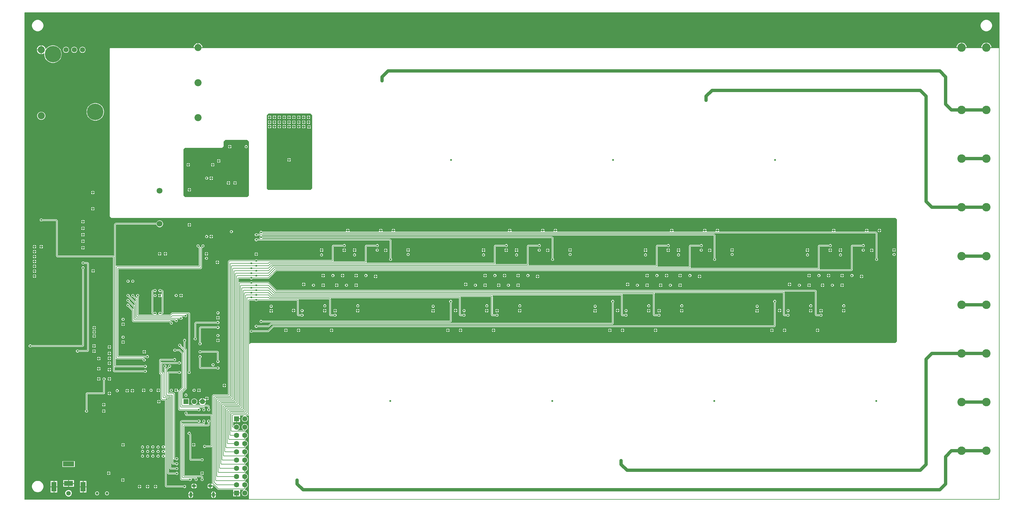
<source format=gbl>
G04*
G04 #@! TF.GenerationSoftware,Altium Limited,Altium Designer,24.3.1 (35)*
G04*
G04 Layer_Physical_Order=4*
G04 Layer_Color=16711680*
%FSLAX44Y44*%
%MOMM*%
G71*
G04*
G04 #@! TF.SameCoordinates,92BC9782-8992-42D9-9517-A00A7AE7D45C*
G04*
G04*
G04 #@! TF.FilePolarity,Positive*
G04*
G01*
G75*
%ADD11C,0.2000*%
%ADD14C,1.0000*%
%ADD180C,0.9000*%
%ADD186C,2.6000*%
%ADD187O,0.9000X1.5500*%
%ADD188O,1.2500X0.9500*%
%ADD189R,1.6000X1.6000*%
%ADD190C,1.6000*%
%ADD191R,1.6000X1.6000*%
%ADD192C,1.8000*%
%ADD193C,2.1800*%
%ADD194C,5.0800*%
%ADD195C,1.5800*%
%ADD196R,1.5000X3.0000*%
%ADD197C,1.4000*%
%ADD198R,3.5000X1.5000*%
%ADD199R,2.8000X1.5000*%
%ADD200C,0.6000*%
G36*
X3000000Y1390820D02*
X2975540D01*
Y1390830D01*
X2960000D01*
X2944460D01*
Y1390820D01*
X2899540D01*
Y1390830D01*
X2884000D01*
X2868460D01*
Y1390820D01*
X546970D01*
Y1390830D01*
X520090D01*
Y1390820D01*
X262930D01*
X261930Y1389820D01*
Y872770D01*
X266930Y867770D01*
X2679800D01*
X2684800Y862770D01*
Y486760D01*
X2679800Y481758D01*
X695240D01*
X691922Y478442D01*
X690749Y478928D01*
Y612174D01*
X691026Y612451D01*
X708925D01*
X708925Y612451D01*
X710191Y611185D01*
X711845Y610500D01*
X713635D01*
X715289Y611185D01*
X716555Y612451D01*
X716555Y612451D01*
X837934D01*
X838211Y612174D01*
Y569530D01*
X838405Y568554D01*
X838958Y567728D01*
X840728Y565958D01*
X841555Y565405D01*
X842530Y565211D01*
X849945D01*
X849945Y565211D01*
X851211Y563945D01*
X852865Y563260D01*
X854655D01*
X856309Y563945D01*
X857575Y565211D01*
X858260Y566865D01*
Y568655D01*
X857575Y570309D01*
X856309Y571575D01*
X854655Y572260D01*
X852865D01*
X851211Y571575D01*
X849945Y570309D01*
X849945Y570309D01*
X843586D01*
X843309Y570586D01*
Y613230D01*
X843115Y614205D01*
X842562Y615032D01*
X842317Y615278D01*
X842803Y616451D01*
X936734D01*
X937011Y616174D01*
Y569530D01*
X937205Y568554D01*
X937758Y567728D01*
X939528Y565958D01*
X940355Y565405D01*
X941330Y565211D01*
X951545D01*
X951545Y565211D01*
X952811Y563945D01*
X954465Y563260D01*
X956255D01*
X957909Y563945D01*
X959175Y565211D01*
X959860Y566865D01*
Y568655D01*
X959175Y570309D01*
X957909Y571575D01*
X956255Y572260D01*
X954465D01*
X952811Y571575D01*
X951545Y570309D01*
X951545Y570309D01*
X942386D01*
X942109Y570586D01*
Y617230D01*
X941915Y618205D01*
X941362Y619032D01*
X941117Y619278D01*
X941603Y620451D01*
X1336574D01*
X1336850Y620174D01*
Y569530D01*
X1337044Y568555D01*
X1337597Y567728D01*
X1337599Y567726D01*
X1339368Y565958D01*
X1340195Y565405D01*
X1341170Y565211D01*
X1348584D01*
X1348584Y565211D01*
X1349850Y563945D01*
X1351504Y563260D01*
X1353295D01*
X1354948Y563945D01*
X1356214Y565211D01*
X1356899Y566865D01*
Y568655D01*
X1356214Y570309D01*
X1354948Y571575D01*
X1353295Y572260D01*
X1351504D01*
X1349850Y571575D01*
X1348584Y570309D01*
X1348584Y570309D01*
X1342226D01*
X1341948Y570586D01*
Y621230D01*
X1341754Y622205D01*
X1341202Y623032D01*
X1340957Y623278D01*
X1341443Y624451D01*
X1435374D01*
X1435650Y624174D01*
Y569530D01*
X1435844Y568555D01*
X1436397Y567728D01*
X1436399Y567726D01*
X1438168Y565958D01*
X1438995Y565405D01*
X1439970Y565211D01*
X1450184D01*
X1450184Y565211D01*
X1451450Y563945D01*
X1453104Y563260D01*
X1454895D01*
X1456548Y563945D01*
X1457814Y565211D01*
X1458499Y566865D01*
Y568655D01*
X1457814Y570309D01*
X1456548Y571575D01*
X1454895Y572260D01*
X1453104D01*
X1451450Y571575D01*
X1450184Y570309D01*
X1450184Y570309D01*
X1441026D01*
X1440748Y570586D01*
Y625230D01*
X1440554Y626205D01*
X1440002Y627032D01*
X1439756Y627278D01*
X1440242Y628451D01*
X1835214D01*
X1835491Y628174D01*
Y569530D01*
X1835685Y568555D01*
X1836237Y567728D01*
X1836239Y567727D01*
X1838008Y565958D01*
X1838835Y565405D01*
X1839810Y565211D01*
X1847225D01*
X1847225Y565211D01*
X1848490Y563945D01*
X1850145Y563260D01*
X1851935D01*
X1853589Y563945D01*
X1854854Y565211D01*
X1855540Y566865D01*
Y568655D01*
X1854854Y570309D01*
X1853589Y571575D01*
X1851935Y572260D01*
X1850145D01*
X1848490Y571575D01*
X1847225Y570309D01*
X1847225Y570309D01*
X1840866D01*
X1840589Y570586D01*
Y629230D01*
X1840394Y630205D01*
X1839842Y631032D01*
X1839597Y631278D01*
X1840083Y632451D01*
X1934014D01*
X1934291Y632174D01*
Y569530D01*
X1934485Y568555D01*
X1935037Y567728D01*
X1935038Y567727D01*
X1936808Y565958D01*
X1937635Y565405D01*
X1938610Y565211D01*
X1948825D01*
X1948825Y565211D01*
X1950090Y563945D01*
X1951745Y563260D01*
X1953535D01*
X1955189Y563945D01*
X1956454Y565211D01*
X1957140Y566865D01*
Y568655D01*
X1956454Y570309D01*
X1955189Y571575D01*
X1953535Y572260D01*
X1951745D01*
X1950090Y571575D01*
X1948825Y570309D01*
X1948825Y570309D01*
X1939666D01*
X1939389Y570586D01*
Y633230D01*
X1939194Y634206D01*
X1938642Y635032D01*
X1938397Y635278D01*
X1938883Y636451D01*
X2333854D01*
X2334131Y636174D01*
Y569530D01*
X2334324Y568555D01*
X2334877Y567728D01*
X2334879Y567727D01*
X2336648Y565958D01*
X2337475Y565405D01*
X2338450Y565211D01*
X2345865D01*
X2345865Y565211D01*
X2347130Y563945D01*
X2348784Y563260D01*
X2350574D01*
X2352229Y563945D01*
X2353494Y565211D01*
X2354179Y566865D01*
Y568655D01*
X2353494Y570309D01*
X2352229Y571575D01*
X2350574Y572260D01*
X2348784D01*
X2347130Y571575D01*
X2345865Y570309D01*
X2345865Y570309D01*
X2339506D01*
X2339228Y570586D01*
Y637230D01*
X2339034Y638205D01*
X2338482Y639032D01*
X2338237Y639278D01*
X2338723Y640451D01*
X2432654D01*
X2432930Y640174D01*
Y569530D01*
X2433125Y568555D01*
X2433677Y567728D01*
X2433679Y567727D01*
X2435448Y565958D01*
X2436275Y565405D01*
X2437250Y565211D01*
X2447464D01*
X2447464Y565211D01*
X2448730Y563945D01*
X2450384Y563260D01*
X2452175D01*
X2453828Y563945D01*
X2455094Y565211D01*
X2455779Y566865D01*
Y568655D01*
X2455094Y570309D01*
X2453828Y571575D01*
X2452175Y572260D01*
X2450384D01*
X2448730Y571575D01*
X2447464Y570309D01*
X2447464Y570309D01*
X2438306D01*
X2438028Y570586D01*
Y641230D01*
X2437834Y642206D01*
X2437282Y643032D01*
X2435513Y644801D01*
X2435512Y644802D01*
X2434685Y645355D01*
X2433710Y645549D01*
X775796D01*
X752042Y669302D01*
X751216Y669855D01*
X750240Y670049D01*
X701555D01*
X701555Y670049D01*
X700289Y671315D01*
X698635Y672000D01*
X696845D01*
X695191Y671315D01*
X693925Y670049D01*
X693925Y670049D01*
X661970D01*
X660994Y669855D01*
X660168Y669302D01*
X659922Y669057D01*
X658749Y669543D01*
Y679674D01*
X659026Y679951D01*
X693925D01*
X693925Y679951D01*
X695191Y678685D01*
X696845Y678000D01*
X698635D01*
X700289Y678685D01*
X701555Y679951D01*
X701555Y679951D01*
X750240D01*
X751216Y680145D01*
X752042Y680698D01*
X775692Y704347D01*
X2480108D01*
X2480109Y704347D01*
X2480110Y704347D01*
X2544510D01*
X2545485Y704541D01*
X2546312Y705094D01*
X2546319Y705105D01*
X2548082Y706868D01*
X2548635Y707695D01*
X2548829Y708670D01*
Y779418D01*
X2549106Y779695D01*
X2577464D01*
X2577466Y779691D01*
X2578731Y778425D01*
X2580385Y777740D01*
X2582176D01*
X2583830Y778425D01*
X2585096Y779691D01*
X2585781Y781345D01*
Y783135D01*
X2585096Y784789D01*
X2583830Y786055D01*
X2582176Y786740D01*
X2580385D01*
X2578731Y786055D01*
X2577469Y784793D01*
X2548050D01*
X2547075Y784599D01*
X2546248Y784046D01*
X2544478Y782277D01*
X2543925Y781450D01*
X2543731Y780474D01*
Y709726D01*
X2543451Y709445D01*
X2446620D01*
X2446134Y710619D01*
X2446483Y710968D01*
X2447036Y711795D01*
X2447229Y712770D01*
Y779415D01*
X2447506Y779691D01*
X2475866D01*
X2475866Y779691D01*
X2477132Y778425D01*
X2478785Y777740D01*
X2480576D01*
X2482230Y778425D01*
X2483495Y779691D01*
X2484180Y781345D01*
Y783135D01*
X2483495Y784789D01*
X2482230Y786055D01*
X2480576Y786740D01*
X2478785D01*
X2477132Y786055D01*
X2475866Y784789D01*
X2475866Y784789D01*
X2446450D01*
X2445475Y784595D01*
X2444648Y784042D01*
X2442878Y782273D01*
X2442326Y781446D01*
X2442132Y780471D01*
Y713826D01*
X2441855Y713549D01*
X2049684D01*
X2049198Y714722D01*
X2049443Y714968D01*
X2049996Y715795D01*
X2050190Y716770D01*
Y779419D01*
X2050466Y779695D01*
X2078825D01*
X2078826Y779691D01*
X2080092Y778425D01*
X2081746Y777740D01*
X2083536D01*
X2085190Y778425D01*
X2086456Y779691D01*
X2087141Y781345D01*
Y783135D01*
X2086456Y784789D01*
X2085190Y786055D01*
X2083536Y786740D01*
X2081746D01*
X2080092Y786055D01*
X2078830Y784793D01*
X2049410D01*
X2048435Y784599D01*
X2047608Y784046D01*
X2045838Y782277D01*
X2045286Y781450D01*
X2045092Y780475D01*
Y717826D01*
X2044815Y717549D01*
X1948084D01*
X1947598Y718722D01*
X1947843Y718968D01*
X1948396Y719794D01*
X1948590Y720770D01*
Y779415D01*
X1948866Y779691D01*
X1977226D01*
X1977226Y779691D01*
X1978492Y778425D01*
X1980146Y777740D01*
X1981936D01*
X1983590Y778425D01*
X1984856Y779691D01*
X1985541Y781345D01*
Y783135D01*
X1984856Y784789D01*
X1983590Y786055D01*
X1981936Y786740D01*
X1980146D01*
X1978492Y786055D01*
X1977226Y784789D01*
X1977226Y784789D01*
X1947810D01*
X1946835Y784595D01*
X1946008Y784042D01*
X1944239Y782273D01*
X1943686Y781447D01*
X1943492Y780471D01*
Y721826D01*
X1943215Y721549D01*
X1551044D01*
X1550558Y722722D01*
X1550803Y722968D01*
X1551355Y723794D01*
X1551550Y724770D01*
Y779418D01*
X1551826Y779695D01*
X1580184D01*
X1580186Y779691D01*
X1581452Y778425D01*
X1583106Y777740D01*
X1584896D01*
X1586550Y778425D01*
X1587816Y779691D01*
X1588501Y781345D01*
Y783135D01*
X1587816Y784789D01*
X1586550Y786055D01*
X1584896Y786740D01*
X1583106D01*
X1581452Y786055D01*
X1580190Y784793D01*
X1550770D01*
X1549794Y784598D01*
X1548968Y784046D01*
X1547198Y782277D01*
X1546646Y781450D01*
X1546452Y780474D01*
Y725826D01*
X1546175Y725549D01*
X1449444D01*
X1448958Y726722D01*
X1449203Y726968D01*
X1449756Y727794D01*
X1449950Y728770D01*
Y779415D01*
X1450226Y779691D01*
X1478586D01*
X1478586Y779691D01*
X1479852Y778425D01*
X1481506Y777740D01*
X1483296D01*
X1484950Y778425D01*
X1486216Y779691D01*
X1486901Y781345D01*
Y783135D01*
X1486216Y784789D01*
X1484950Y786055D01*
X1483296Y786740D01*
X1481506D01*
X1479852Y786055D01*
X1478586Y784789D01*
X1478586Y784789D01*
X1449170D01*
X1448194Y784594D01*
X1447368Y784042D01*
X1445599Y782273D01*
X1445046Y781446D01*
X1444852Y780471D01*
Y729826D01*
X1444575Y729549D01*
X1052404D01*
X1051917Y730722D01*
X1052163Y730968D01*
X1052715Y731795D01*
X1052909Y732770D01*
Y779419D01*
X1053186Y779695D01*
X1081544D01*
X1081546Y779691D01*
X1082812Y778425D01*
X1084466Y777740D01*
X1086256D01*
X1087910Y778425D01*
X1089176Y779691D01*
X1089861Y781345D01*
Y783135D01*
X1089176Y784789D01*
X1087910Y786055D01*
X1086256Y786740D01*
X1084466D01*
X1082812Y786055D01*
X1081550Y784793D01*
X1052130D01*
X1051154Y784599D01*
X1050328Y784046D01*
X1048558Y782277D01*
X1048006Y781450D01*
X1047812Y780474D01*
Y733826D01*
X1047535Y733549D01*
X950804D01*
X950318Y734722D01*
X950563Y734968D01*
X951116Y735795D01*
X951310Y736770D01*
Y779415D01*
X951586Y779691D01*
X979946D01*
X979946Y779691D01*
X981212Y778425D01*
X982866Y777740D01*
X984656D01*
X986310Y778425D01*
X987576Y779691D01*
X988261Y781345D01*
Y783135D01*
X987576Y784789D01*
X986310Y786055D01*
X984656Y786740D01*
X982866D01*
X981212Y786055D01*
X979946Y784789D01*
X979946Y784789D01*
X950530D01*
X949555Y784595D01*
X948728Y784042D01*
X946958Y782273D01*
X946406Y781446D01*
X946212Y780471D01*
Y737826D01*
X945935Y737549D01*
X716555Y737549D01*
X716555Y737549D01*
X715289Y738815D01*
X713635Y739500D01*
X711845D01*
X710191Y738815D01*
X708925Y737549D01*
X708925Y737549D01*
X697740D01*
X697740Y737549D01*
X629970D01*
X628995Y737355D01*
X628168Y736802D01*
X626398Y735033D01*
X625845Y734205D01*
X625651Y733230D01*
Y324126D01*
X625374Y323849D01*
X581210D01*
X580234Y323655D01*
X579408Y323102D01*
X577638Y321333D01*
X577638Y321332D01*
X577085Y320505D01*
X576891Y319530D01*
Y261420D01*
X575621Y260894D01*
X574712Y261802D01*
X573885Y262355D01*
X572910Y262549D01*
X500839D01*
X500489Y263105D01*
X500215Y263819D01*
X500830Y265305D01*
Y267095D01*
X500145Y268749D01*
X498879Y270015D01*
X497225Y270700D01*
X495435D01*
X493781Y270015D01*
X492515Y268749D01*
X491830Y267095D01*
Y265305D01*
X492515Y263651D01*
X493781Y262385D01*
X493781Y262385D01*
Y261770D01*
X493975Y260795D01*
X494528Y259968D01*
X496298Y258198D01*
X497125Y257645D01*
X498100Y257451D01*
X571854D01*
X572131Y257174D01*
Y166356D01*
X571854Y166079D01*
X557645D01*
X557645Y166079D01*
X556379Y167345D01*
X554725Y168030D01*
X552935D01*
X551281Y167345D01*
X550015Y166079D01*
X549330Y164425D01*
Y162635D01*
X550015Y160981D01*
X551281Y159715D01*
X552935Y159030D01*
X554725D01*
X556379Y159715D01*
X557645Y160981D01*
X557645Y160981D01*
X572910D01*
X573885Y161175D01*
X574712Y161728D01*
X575621Y162636D01*
X576891Y162110D01*
Y49510D01*
X577010Y48913D01*
X576973Y48853D01*
X576087Y48073D01*
X575990Y48028D01*
X574603Y48602D01*
X572700Y48853D01*
X572470D01*
Y42770D01*
X579886D01*
X579802Y43403D01*
X579559Y43990D01*
X580636Y44709D01*
X594448Y30898D01*
X595275Y30345D01*
X596250Y30151D01*
X641600D01*
Y21270D01*
X652140D01*
X662680D01*
Y30151D01*
X673812D01*
X673979Y28881D01*
X673873Y28853D01*
X671707Y27602D01*
X669938Y25833D01*
X668687Y23667D01*
X668040Y21251D01*
Y18749D01*
X668687Y16333D01*
X669938Y14167D01*
X671707Y12398D01*
X673873Y11148D01*
X676289Y10500D01*
X678791D01*
X681207Y11148D01*
X683373Y12398D01*
X685142Y14167D01*
X686393Y16333D01*
X687040Y18749D01*
Y21251D01*
X686393Y23667D01*
X685142Y25833D01*
X683373Y27602D01*
X681207Y28853D01*
X678791Y29500D01*
X677767D01*
X677381Y30770D01*
X677572Y30898D01*
X679342Y32668D01*
X679895Y33495D01*
X680089Y34470D01*
Y36248D01*
X681207Y36548D01*
X683373Y37798D01*
X685142Y39567D01*
X686393Y41733D01*
X687040Y44149D01*
Y46651D01*
X686393Y49067D01*
X685142Y51233D01*
X683373Y53002D01*
X681207Y54253D01*
X678791Y54900D01*
X677767D01*
X677381Y56170D01*
X677572Y56298D01*
X679342Y58068D01*
X679895Y58895D01*
X680089Y59870D01*
Y61648D01*
X681207Y61947D01*
X683373Y63198D01*
X685142Y64967D01*
X686393Y67133D01*
X687040Y69549D01*
Y72051D01*
X686393Y74467D01*
X685142Y76633D01*
X683373Y78402D01*
X681207Y79653D01*
X678791Y80300D01*
X677767D01*
X677381Y81570D01*
X677572Y81698D01*
X679342Y83468D01*
X679895Y84295D01*
X680089Y85270D01*
Y87048D01*
X681207Y87347D01*
X683373Y88598D01*
X685142Y90367D01*
X686393Y92533D01*
X687040Y94949D01*
Y97451D01*
X686393Y99867D01*
X685142Y102033D01*
X683373Y103802D01*
X681207Y105053D01*
X678791Y105700D01*
X677767D01*
X677381Y106970D01*
X677572Y107098D01*
X679342Y108868D01*
X679895Y109695D01*
X680089Y110670D01*
Y112448D01*
X681207Y112747D01*
X683373Y113998D01*
X685142Y115767D01*
X686393Y117933D01*
X687040Y120349D01*
Y122851D01*
X686393Y125267D01*
X685142Y127433D01*
X683373Y129202D01*
X681207Y130453D01*
X678791Y131100D01*
X677767D01*
X677381Y132370D01*
X677572Y132498D01*
X679342Y134268D01*
X679895Y135095D01*
X680089Y136070D01*
Y137848D01*
X681207Y138147D01*
X683373Y139398D01*
X685142Y141167D01*
X686393Y143333D01*
X687040Y145749D01*
Y148251D01*
X686393Y150667D01*
X685142Y152833D01*
X683373Y154602D01*
X681207Y155853D01*
X678791Y156500D01*
X677767D01*
X677381Y157770D01*
X677572Y157898D01*
X679342Y159668D01*
X679895Y160495D01*
X680089Y161470D01*
Y163248D01*
X681207Y163547D01*
X683373Y164798D01*
X685142Y166567D01*
X686393Y168733D01*
X687040Y171149D01*
Y173651D01*
X686393Y176067D01*
X685142Y178233D01*
X683373Y180002D01*
X681207Y181253D01*
X678791Y181900D01*
X677767D01*
X677381Y183170D01*
X677572Y183298D01*
X679342Y185068D01*
X679895Y185895D01*
X680089Y186870D01*
Y188648D01*
X681207Y188948D01*
X683373Y190198D01*
X685142Y191967D01*
X686393Y194133D01*
X687040Y196549D01*
Y199051D01*
X686393Y201467D01*
X685142Y203633D01*
X683373Y205402D01*
X681207Y206653D01*
X678791Y207300D01*
X677767D01*
X677381Y208570D01*
X677572Y208698D01*
X679342Y210468D01*
X679895Y211295D01*
X680089Y212270D01*
Y214048D01*
X681207Y214347D01*
X683373Y215598D01*
X685142Y217367D01*
X686393Y219533D01*
X687040Y221949D01*
Y224451D01*
X686393Y226867D01*
X685142Y229033D01*
X683373Y230802D01*
X681207Y232053D01*
X678791Y232700D01*
X676289D01*
X673873Y232053D01*
X671707Y230802D01*
X669938Y229033D01*
X668687Y226867D01*
X668040Y224451D01*
Y221949D01*
X668687Y219533D01*
X669938Y217367D01*
X671707Y215598D01*
X673873Y214347D01*
X673979Y214319D01*
X673812Y213049D01*
X655868D01*
X655701Y214319D01*
X655807Y214347D01*
X657973Y215598D01*
X659742Y217367D01*
X660993Y219533D01*
X661640Y221949D01*
Y224451D01*
X660993Y226867D01*
X659742Y229033D01*
X657973Y230802D01*
X655807Y232053D01*
X653391Y232700D01*
X650889D01*
X648473Y232053D01*
X646307Y230802D01*
X644538Y229033D01*
X643287Y226867D01*
X643259Y226761D01*
X641989Y226928D01*
Y238060D01*
X650870D01*
Y248600D01*
X652140D01*
Y249870D01*
X662680D01*
Y258751D01*
X673812D01*
X673979Y257481D01*
X673873Y257453D01*
X671707Y256202D01*
X669938Y254433D01*
X668687Y252267D01*
X668040Y249851D01*
Y247349D01*
X668687Y244933D01*
X669938Y242767D01*
X671707Y240998D01*
X673873Y239748D01*
X676289Y239100D01*
X678791D01*
X681207Y239748D01*
X683373Y240998D01*
X685142Y242767D01*
X686393Y244933D01*
X687040Y247349D01*
Y249851D01*
X686393Y252267D01*
X685142Y254433D01*
X683373Y256202D01*
X681207Y257453D01*
X681101Y257481D01*
X681268Y258751D01*
X686430D01*
X687405Y258945D01*
X688232Y259498D01*
X688232Y259498D01*
X688970Y260235D01*
X690240Y259709D01*
Y0D01*
X0D01*
Y1500000D01*
X3000000D01*
Y1390820D01*
D02*
G37*
G36*
X885000Y1184070D02*
Y959001D01*
X879798Y953799D01*
X749062D01*
X745240Y957620D01*
Y1183740D01*
X750240Y1189070D01*
X880000D01*
X885000Y1184070D01*
D02*
G37*
G36*
X690160Y1102660D02*
Y937040D01*
X685240Y932120D01*
X493210D01*
X488290Y937040D01*
Y1078250D01*
X493210Y1083170D01*
X607246D01*
X612150Y1088074D01*
Y1102660D01*
X617438Y1107948D01*
X685240D01*
X690160Y1102660D01*
D02*
G37*
%LPC*%
G36*
X2961724Y1477500D02*
X2958276D01*
X2954895Y1476828D01*
X2951711Y1475508D01*
X2948844Y1473593D01*
X2946407Y1471156D01*
X2944492Y1468289D01*
X2943173Y1465105D01*
X2942500Y1461724D01*
Y1458276D01*
X2943173Y1454895D01*
X2944492Y1451711D01*
X2946407Y1448844D01*
X2948844Y1446407D01*
X2951711Y1444492D01*
X2954895Y1443172D01*
X2958276Y1442500D01*
X2961724D01*
X2965105Y1443172D01*
X2968289Y1444492D01*
X2971156Y1446407D01*
X2973593Y1448844D01*
X2975508Y1451711D01*
X2976827Y1454895D01*
X2977500Y1458276D01*
Y1461724D01*
X2976827Y1465105D01*
X2975508Y1468289D01*
X2973593Y1471156D01*
X2971156Y1473593D01*
X2968289Y1475508D01*
X2965105Y1476828D01*
X2961724Y1477500D01*
D02*
G37*
G36*
X41724D02*
X38276D01*
X34895Y1476828D01*
X31711Y1475508D01*
X28844Y1473593D01*
X26407Y1471156D01*
X24492Y1468289D01*
X23173Y1465105D01*
X22500Y1461724D01*
Y1458276D01*
X23173Y1454895D01*
X24492Y1451711D01*
X26407Y1448844D01*
X28844Y1446407D01*
X31711Y1444492D01*
X34895Y1443172D01*
X38276Y1442500D01*
X41724D01*
X45105Y1443172D01*
X48289Y1444492D01*
X51156Y1446407D01*
X53593Y1448844D01*
X55508Y1451711D01*
X56828Y1454895D01*
X57500Y1458276D01*
Y1461724D01*
X56828Y1465105D01*
X55508Y1468289D01*
X53593Y1471156D01*
X51156Y1473593D01*
X48289Y1475508D01*
X45105Y1476828D01*
X41724Y1477500D01*
D02*
G37*
G36*
X2961530Y1407640D02*
X2961270D01*
Y1393370D01*
X2975540D01*
Y1393631D01*
X2974943Y1396633D01*
X2973771Y1399461D01*
X2972071Y1402006D01*
X2969906Y1404171D01*
X2967361Y1405871D01*
X2964533Y1407043D01*
X2961530Y1407640D01*
D02*
G37*
G36*
X2885531D02*
X2885270D01*
Y1393370D01*
X2899540D01*
Y1393631D01*
X2898943Y1396633D01*
X2897771Y1399461D01*
X2896071Y1402006D01*
X2893906Y1404171D01*
X2891361Y1405871D01*
X2888533Y1407043D01*
X2885531Y1407640D01*
D02*
G37*
G36*
X2882730D02*
X2882469D01*
X2879467Y1407043D01*
X2876639Y1405871D01*
X2874094Y1404171D01*
X2871929Y1402006D01*
X2870229Y1399461D01*
X2869057Y1396633D01*
X2868460Y1393631D01*
Y1393370D01*
X2882730D01*
Y1407640D01*
D02*
G37*
G36*
X2958730D02*
X2958470D01*
X2955467Y1407043D01*
X2952639Y1405871D01*
X2950094Y1404171D01*
X2947929Y1402006D01*
X2946229Y1399461D01*
X2945057Y1396633D01*
X2944460Y1393631D01*
Y1393370D01*
X2958730D01*
Y1407640D01*
D02*
G37*
G36*
X535299Y1405540D02*
X534800D01*
Y1393370D01*
X546970D01*
Y1393869D01*
X546054Y1397288D01*
X544284Y1400352D01*
X541782Y1402855D01*
X538717Y1404624D01*
X535299Y1405540D01*
D02*
G37*
G36*
X532260D02*
X531760D01*
X528342Y1404624D01*
X525277Y1402855D01*
X522775Y1400352D01*
X521006Y1397288D01*
X520090Y1393869D01*
Y1393370D01*
X532260D01*
Y1405540D01*
D02*
G37*
G36*
X89047Y1398900D02*
X84813D01*
X80631Y1398237D01*
X76604Y1396929D01*
X72831Y1395007D01*
X69405Y1392518D01*
X66411Y1389524D01*
X65419Y1388159D01*
X64036Y1388415D01*
X63454Y1390588D01*
X61684Y1393652D01*
X59182Y1396155D01*
X56117Y1397924D01*
X52699Y1398840D01*
X52200D01*
Y1385400D01*
Y1371960D01*
X52699D01*
X56117Y1372876D01*
X58792Y1374420D01*
X59199Y1374320D01*
X59831Y1373941D01*
X60030Y1373726D01*
Y1369883D01*
X60692Y1365701D01*
X62000Y1361674D01*
X63923Y1357901D01*
X66411Y1354476D01*
X69405Y1351482D01*
X72831Y1348993D01*
X76604Y1347071D01*
X80631Y1345762D01*
X84813Y1345100D01*
X89047D01*
X93229Y1345762D01*
X97256Y1347071D01*
X101028Y1348993D01*
X104454Y1351482D01*
X107448Y1354476D01*
X109937Y1357901D01*
X111859Y1361674D01*
X113167Y1365701D01*
X113830Y1369883D01*
Y1374117D01*
X113167Y1378299D01*
X111859Y1382326D01*
X109937Y1386099D01*
X107448Y1389524D01*
X104454Y1392518D01*
X101028Y1395007D01*
X97256Y1396929D01*
X93229Y1398237D01*
X89047Y1398900D01*
D02*
G37*
G36*
X49660Y1398840D02*
X49160D01*
X45742Y1397924D01*
X42677Y1396155D01*
X40175Y1393652D01*
X38406Y1390588D01*
X37490Y1387169D01*
Y1386670D01*
X49660D01*
Y1398840D01*
D02*
G37*
G36*
X179167Y1394800D02*
X176692D01*
X174301Y1394159D01*
X172158Y1392922D01*
X170408Y1391172D01*
X169170Y1389028D01*
X168530Y1386638D01*
Y1384162D01*
X169170Y1381772D01*
X170408Y1379628D01*
X172158Y1377878D01*
X174301Y1376641D01*
X176692Y1376000D01*
X179167D01*
X181558Y1376641D01*
X183701Y1377878D01*
X185452Y1379628D01*
X186689Y1381772D01*
X187330Y1384162D01*
Y1386638D01*
X186689Y1389028D01*
X185452Y1391172D01*
X183701Y1392922D01*
X181558Y1394159D01*
X179167Y1394800D01*
D02*
G37*
G36*
X153767D02*
X151292D01*
X148901Y1394159D01*
X146758Y1392922D01*
X145008Y1391172D01*
X143770Y1389028D01*
X143130Y1386638D01*
Y1384162D01*
X143770Y1381772D01*
X145008Y1379628D01*
X146758Y1377878D01*
X148901Y1376641D01*
X151292Y1376000D01*
X153767D01*
X156158Y1376641D01*
X158301Y1377878D01*
X160051Y1379628D01*
X161289Y1381772D01*
X161930Y1384162D01*
Y1386638D01*
X161289Y1389028D01*
X160051Y1391172D01*
X158301Y1392922D01*
X156158Y1394159D01*
X153767Y1394800D01*
D02*
G37*
G36*
X128367D02*
X125892D01*
X123501Y1394159D01*
X121358Y1392922D01*
X119608Y1391172D01*
X118370Y1389028D01*
X117730Y1386638D01*
Y1384162D01*
X118370Y1381772D01*
X119608Y1379628D01*
X121358Y1377878D01*
X123501Y1376641D01*
X125892Y1376000D01*
X128367D01*
X130758Y1376641D01*
X132901Y1377878D01*
X134651Y1379628D01*
X135889Y1381772D01*
X136530Y1384162D01*
Y1386638D01*
X135889Y1389028D01*
X134651Y1391172D01*
X132901Y1392922D01*
X130758Y1394159D01*
X128367Y1394800D01*
D02*
G37*
G36*
X49660Y1384130D02*
X37490D01*
Y1383631D01*
X38406Y1380212D01*
X40175Y1377148D01*
X42677Y1374645D01*
X45742Y1372876D01*
X49160Y1371960D01*
X49660D01*
Y1384130D01*
D02*
G37*
G36*
X52562Y1194600D02*
X49297D01*
X46143Y1193755D01*
X43316Y1192122D01*
X41007Y1189814D01*
X39375Y1186986D01*
X38530Y1183832D01*
Y1180567D01*
X39375Y1177414D01*
X41007Y1174586D01*
X43316Y1172277D01*
X46143Y1170645D01*
X49297Y1169800D01*
X52562D01*
X55716Y1170645D01*
X58544Y1172277D01*
X60852Y1174586D01*
X62485Y1177414D01*
X63330Y1180567D01*
Y1183832D01*
X62485Y1186986D01*
X60852Y1189814D01*
X58544Y1192122D01*
X55716Y1193755D01*
X52562Y1194600D01*
D02*
G37*
G36*
X219277Y1221100D02*
X215043D01*
X210861Y1220437D01*
X206834Y1219129D01*
X203061Y1217207D01*
X199636Y1214718D01*
X196642Y1211724D01*
X194153Y1208299D01*
X192231Y1204526D01*
X190922Y1200499D01*
X190260Y1196317D01*
Y1192083D01*
X190922Y1187901D01*
X192231Y1183874D01*
X194153Y1180101D01*
X196642Y1176676D01*
X199636Y1173682D01*
X203061Y1171193D01*
X206834Y1169271D01*
X210861Y1167962D01*
X215043Y1167300D01*
X219277D01*
X223459Y1167962D01*
X227486Y1169271D01*
X231259Y1171193D01*
X234684Y1173682D01*
X237678Y1176676D01*
X240167Y1180101D01*
X242089Y1183874D01*
X243398Y1187901D01*
X244060Y1192083D01*
Y1196317D01*
X243398Y1200499D01*
X242089Y1204526D01*
X240167Y1208299D01*
X237678Y1211724D01*
X234684Y1214718D01*
X231259Y1217207D01*
X227486Y1219129D01*
X223459Y1220437D01*
X219277Y1221100D01*
D02*
G37*
G36*
X210970Y951170D02*
Y946970D01*
X215170D01*
X214397Y948838D01*
X212838Y950397D01*
X210970Y951170D01*
D02*
G37*
G36*
X208430D02*
X206562Y950397D01*
X205003Y948838D01*
X204230Y946970D01*
X208430D01*
Y951170D01*
D02*
G37*
G36*
X215170Y944430D02*
X210970D01*
Y940230D01*
X212838Y941003D01*
X214397Y942562D01*
X215170Y944430D01*
D02*
G37*
G36*
X208430D02*
X204230D01*
X205003Y942562D01*
X206562Y941003D01*
X208430Y940230D01*
Y944430D01*
D02*
G37*
G36*
X210970Y901170D02*
Y896970D01*
X215170D01*
X214397Y898838D01*
X212838Y900397D01*
X210970Y901170D01*
D02*
G37*
G36*
X208430D02*
X206562Y900397D01*
X205003Y898838D01*
X204230Y896970D01*
X208430D01*
Y901170D01*
D02*
G37*
G36*
X215170Y894430D02*
X210970D01*
Y890230D01*
X212838Y891003D01*
X214397Y892562D01*
X215170Y894430D01*
D02*
G37*
G36*
X208430D02*
X204230D01*
X205003Y892562D01*
X206562Y891003D01*
X208430Y890230D01*
Y894430D01*
D02*
G37*
G36*
X180820Y861170D02*
Y856970D01*
X185020D01*
X184247Y858838D01*
X182688Y860397D01*
X180820Y861170D01*
D02*
G37*
G36*
X178280D02*
X176412Y860397D01*
X174853Y858838D01*
X174080Y856970D01*
X178280D01*
Y861170D01*
D02*
G37*
G36*
X185020Y854430D02*
X180820D01*
Y850230D01*
X182688Y851003D01*
X184247Y852562D01*
X185020Y854430D01*
D02*
G37*
G36*
X178280D02*
X174080D01*
X174853Y852562D01*
X176412Y851003D01*
X178280Y850230D01*
Y854430D01*
D02*
G37*
G36*
X508370Y851660D02*
Y847460D01*
X512570D01*
X511797Y849328D01*
X510238Y850887D01*
X508370Y851660D01*
D02*
G37*
G36*
X505830D02*
X503962Y850887D01*
X502403Y849328D01*
X501630Y847460D01*
X505830D01*
Y851660D01*
D02*
G37*
G36*
X512570Y844920D02*
X508370D01*
Y840720D01*
X510238Y841493D01*
X511797Y843052D01*
X512570Y844920D01*
D02*
G37*
G36*
X505830D02*
X501630D01*
X502403Y843052D01*
X503962Y841493D01*
X505830Y840720D01*
Y844920D01*
D02*
G37*
G36*
X51825Y865860D02*
X50035D01*
X48381Y865175D01*
X47115Y863909D01*
X46430Y862255D01*
Y860465D01*
X47115Y858811D01*
X48381Y857545D01*
X50035Y856860D01*
X51825D01*
X53479Y857545D01*
X53980Y858046D01*
X96670D01*
X96951Y857764D01*
Y750320D01*
X97145Y749345D01*
X97698Y748518D01*
X97698Y748517D01*
X99468Y746748D01*
X100295Y746195D01*
X101270Y746001D01*
X271284D01*
X271561Y745724D01*
Y396790D01*
X271755Y395815D01*
X272308Y394988D01*
X274078Y393218D01*
X274904Y392665D01*
X275880Y392471D01*
X367515D01*
X367515Y392471D01*
X368781Y391205D01*
X370435Y390520D01*
X372225D01*
X373879Y391205D01*
X375145Y392471D01*
X375830Y394125D01*
Y395915D01*
X375145Y397569D01*
X373879Y398835D01*
X372225Y399520D01*
X370435D01*
X368781Y398835D01*
X367515Y397569D01*
X367515Y397569D01*
X276936D01*
X276659Y397846D01*
Y407977D01*
X277832Y408463D01*
X278078Y408218D01*
X278905Y407665D01*
X279880Y407471D01*
X367515D01*
X367515Y407471D01*
X368781Y406205D01*
X370435Y405520D01*
X372225D01*
X373879Y406205D01*
X375145Y407471D01*
X375830Y409125D01*
Y410915D01*
X375145Y412569D01*
X373879Y413835D01*
X372225Y414520D01*
X370435D01*
X368781Y413835D01*
X367515Y412569D01*
X367515Y412569D01*
X280936D01*
X280659Y412846D01*
Y432977D01*
X281832Y433463D01*
X282078Y433218D01*
X282905Y432665D01*
X283880Y432471D01*
X361774D01*
X363330Y430915D01*
X363330Y430915D01*
Y429125D01*
X364015Y427471D01*
X365281Y426205D01*
X366935Y425520D01*
X368725D01*
X370379Y426205D01*
X371645Y427471D01*
X372330Y429125D01*
Y430915D01*
X371645Y432569D01*
X370379Y433835D01*
X368725Y434520D01*
X366935D01*
X366935Y434520D01*
X365254Y436201D01*
X365780Y437471D01*
X374015D01*
X374015Y437471D01*
X375281Y436205D01*
X376935Y435520D01*
X378725D01*
X380379Y436205D01*
X381645Y437471D01*
X382330Y439125D01*
Y440915D01*
X381645Y442569D01*
X380379Y443835D01*
X378725Y444520D01*
X376935D01*
X375281Y443835D01*
X374015Y442569D01*
X374015Y442569D01*
X289115D01*
X288838Y442846D01*
Y709594D01*
X289115Y709871D01*
X540970D01*
X541945Y710065D01*
X542772Y710618D01*
X544542Y712388D01*
X545095Y713215D01*
X545289Y714190D01*
Y773984D01*
X547875Y776570D01*
X547875Y776570D01*
X549665D01*
X551319Y777255D01*
X552585Y778521D01*
X553270Y780175D01*
Y781965D01*
X552585Y783619D01*
X551319Y784885D01*
X549665Y785570D01*
X547875D01*
X546221Y784885D01*
X544955Y783619D01*
X544270Y781965D01*
Y780175D01*
X544270Y780175D01*
X541731Y777635D01*
X540477Y777270D01*
X540053Y777662D01*
X537886Y779828D01*
X538030Y780175D01*
Y781965D01*
X537345Y783619D01*
X536079Y784885D01*
X534425Y785570D01*
X532635D01*
X530981Y784885D01*
X529715Y783619D01*
X529030Y781965D01*
Y780175D01*
X529715Y778521D01*
X530981Y777255D01*
X532635Y776570D01*
X533935D01*
X536101Y774404D01*
Y720756D01*
X535824Y720479D01*
X283880D01*
X282905Y720285D01*
X282078Y719732D01*
X281832Y719487D01*
X280659Y719973D01*
Y846414D01*
X280936Y846691D01*
X405243D01*
X405646Y845187D01*
X407028Y842793D01*
X408983Y840838D01*
X411377Y839456D01*
X414048Y838740D01*
X416813D01*
X419483Y839456D01*
X421877Y840838D01*
X423832Y842793D01*
X425215Y845187D01*
X425930Y847858D01*
Y850622D01*
X425215Y853293D01*
X423832Y855687D01*
X421877Y857642D01*
X419483Y859024D01*
X416813Y859740D01*
X414048D01*
X411377Y859024D01*
X408983Y857642D01*
X407028Y855687D01*
X405646Y853293D01*
X405243Y851789D01*
X279880D01*
X278905Y851595D01*
X278078Y851042D01*
X276308Y849272D01*
X275755Y848446D01*
X275561Y847470D01*
Y750593D01*
X274388Y750107D01*
X274143Y750352D01*
X274142Y750353D01*
X273315Y750905D01*
X272340Y751099D01*
X102326D01*
X102049Y751376D01*
Y858820D01*
X101855Y859796D01*
X101302Y860622D01*
X99542Y862383D01*
X99532Y862397D01*
X98705Y862950D01*
X97730Y863144D01*
X55062D01*
X54745Y863909D01*
X53479Y865175D01*
X51825Y865860D01*
D02*
G37*
G36*
X180820Y841170D02*
Y836970D01*
X185020D01*
X184247Y838838D01*
X182688Y840397D01*
X180820Y841170D01*
D02*
G37*
G36*
X178280D02*
X176412Y840397D01*
X174853Y838838D01*
X174080Y836970D01*
X178280D01*
Y841170D01*
D02*
G37*
G36*
X185020Y834430D02*
X180820D01*
Y830230D01*
X182688Y831003D01*
X184247Y832562D01*
X185020Y834430D01*
D02*
G37*
G36*
X178280D02*
X174080D01*
X174853Y832562D01*
X176412Y831003D01*
X178280Y830230D01*
Y834430D01*
D02*
G37*
G36*
X2133591Y834200D02*
Y830000D01*
X2137792D01*
X2137018Y831868D01*
X2135459Y833427D01*
X2133591Y834200D01*
D02*
G37*
G36*
X2131051D02*
X2129183Y833427D01*
X2127625Y831868D01*
X2126851Y830000D01*
X2131051D01*
Y834200D01*
D02*
G37*
G36*
X1634951D02*
Y830000D01*
X1639151D01*
X1638378Y831868D01*
X1636819Y833427D01*
X1634951Y834200D01*
D02*
G37*
G36*
X1632411D02*
X1630543Y833427D01*
X1628984Y831868D01*
X1628211Y830000D01*
X1632411D01*
Y834200D01*
D02*
G37*
G36*
X1136311D02*
Y830000D01*
X1140511D01*
X1139737Y831868D01*
X1138179Y833427D01*
X1136311Y834200D01*
D02*
G37*
G36*
X1133771D02*
X1131903Y833427D01*
X1130344Y831868D01*
X1129570Y830000D01*
X1133771D01*
Y834200D01*
D02*
G37*
G36*
X2593351Y834010D02*
Y829810D01*
X2597551D01*
X2596777Y831678D01*
X2595219Y833237D01*
X2593351Y834010D01*
D02*
G37*
G36*
X2590811D02*
X2588942Y833237D01*
X2587384Y831678D01*
X2586610Y829810D01*
X2590811D01*
Y834010D01*
D02*
G37*
G36*
X2491751D02*
Y829810D01*
X2495951D01*
X2495177Y831678D01*
X2493619Y833237D01*
X2491751Y834010D01*
D02*
G37*
G36*
X2489211D02*
X2487342Y833237D01*
X2485784Y831678D01*
X2485010Y829810D01*
X2489211D01*
Y834010D01*
D02*
G37*
G36*
X2094711D02*
Y829810D01*
X2098912D01*
X2098138Y831678D01*
X2096579Y833237D01*
X2094711Y834010D01*
D02*
G37*
G36*
X2092171D02*
X2090303Y833237D01*
X2088745Y831678D01*
X2087971Y829810D01*
X2092171D01*
Y834010D01*
D02*
G37*
G36*
X1993111D02*
Y829810D01*
X1997312D01*
X1996538Y831678D01*
X1994979Y833237D01*
X1993111Y834010D01*
D02*
G37*
G36*
X1990571D02*
X1988703Y833237D01*
X1987145Y831678D01*
X1986371Y829810D01*
X1990571D01*
Y834010D01*
D02*
G37*
G36*
X1596071D02*
Y829810D01*
X1600271D01*
X1599498Y831678D01*
X1597939Y833237D01*
X1596071Y834010D01*
D02*
G37*
G36*
X1593531D02*
X1591663Y833237D01*
X1590104Y831678D01*
X1589331Y829810D01*
X1593531D01*
Y834010D01*
D02*
G37*
G36*
X1494471D02*
Y829810D01*
X1498671D01*
X1497898Y831678D01*
X1496339Y833237D01*
X1494471Y834010D01*
D02*
G37*
G36*
X1491931D02*
X1490063Y833237D01*
X1488504Y831678D01*
X1487731Y829810D01*
X1491931D01*
Y834010D01*
D02*
G37*
G36*
X1097431D02*
Y829810D01*
X1101631D01*
X1100857Y831678D01*
X1099299Y833237D01*
X1097431Y834010D01*
D02*
G37*
G36*
X1094891D02*
X1093023Y833237D01*
X1091464Y831678D01*
X1090691Y829810D01*
X1094891D01*
Y834010D01*
D02*
G37*
G36*
X995831D02*
Y829810D01*
X1000031D01*
X999258Y831678D01*
X997699Y833237D01*
X995831Y834010D01*
D02*
G37*
G36*
X993291D02*
X991423Y833237D01*
X989864Y831678D01*
X989090Y829810D01*
X993291D01*
Y834010D01*
D02*
G37*
G36*
X2632231Y834010D02*
Y829810D01*
X2636431D01*
X2635657Y831678D01*
X2634099Y833237D01*
X2632231Y834010D01*
D02*
G37*
G36*
X2629691D02*
X2627823Y833237D01*
X2626264Y831678D01*
X2625490Y829810D01*
X2629691D01*
Y834010D01*
D02*
G37*
G36*
X2137792Y827460D02*
X2126851D01*
X2127228Y826549D01*
X2126380Y825279D01*
X2099462D01*
X2098613Y826549D01*
X2098912Y827270D01*
X2087971D01*
X2088270Y826549D01*
X2087421Y825279D01*
X1997861D01*
X1997013Y826549D01*
X1997312Y827270D01*
X1986371D01*
X1986669Y826549D01*
X1985821Y825279D01*
X1639623D01*
X1638774Y826549D01*
X1639151Y827460D01*
X1628211D01*
X1628588Y826549D01*
X1627739Y825279D01*
X1600821D01*
X1599973Y826549D01*
X1600271Y827270D01*
X1589331D01*
X1589629Y826549D01*
X1588781Y825279D01*
X1499221D01*
X1498373Y826549D01*
X1498671Y827270D01*
X1487731D01*
X1488029Y826549D01*
X1487181Y825279D01*
X1140983D01*
X1140134Y826549D01*
X1140511Y827460D01*
X1129570D01*
X1129948Y826549D01*
X1129099Y825279D01*
X1102181D01*
X1101333Y826549D01*
X1101631Y827270D01*
X1090691D01*
X1090989Y826549D01*
X1090141Y825279D01*
X1000581D01*
X999733Y826549D01*
X1000031Y827270D01*
X989090D01*
X989389Y826549D01*
X988541Y825279D01*
X731555D01*
X731555Y825279D01*
X730289Y826545D01*
X728635Y827230D01*
X726845D01*
X725191Y826545D01*
X723925Y825279D01*
X723240Y823625D01*
Y821835D01*
X723925Y820181D01*
X724565Y819542D01*
X724038Y818272D01*
X716555D01*
X716555Y818272D01*
X715289Y819538D01*
X713635Y820223D01*
X711845D01*
X710191Y819538D01*
X708925Y818272D01*
X708240Y816618D01*
Y814827D01*
X708925Y813174D01*
X710191Y811908D01*
X711845Y811223D01*
X713635D01*
X715289Y811908D01*
X716555Y813174D01*
X716555Y813174D01*
X725804D01*
X726057Y811904D01*
X725191Y811545D01*
X723925Y810279D01*
X723240Y808625D01*
Y806835D01*
X723925Y805181D01*
X725058Y804048D01*
X724966Y803425D01*
X724669Y802778D01*
X716555D01*
X716555Y802779D01*
X715289Y804045D01*
X713635Y804730D01*
X711845D01*
X710191Y804045D01*
X708925Y802779D01*
X708240Y801125D01*
Y799335D01*
X708925Y797681D01*
X710191Y796415D01*
X711845Y795730D01*
X713635D01*
X715289Y796415D01*
X716554Y797680D01*
X1122655Y797680D01*
X1123811Y796524D01*
Y743605D01*
X1123811Y743605D01*
X1122545Y742339D01*
X1121860Y740686D01*
Y738895D01*
X1122545Y737241D01*
X1123811Y735975D01*
X1125465Y735290D01*
X1127255D01*
X1128909Y735975D01*
X1130175Y737241D01*
X1130860Y738895D01*
Y740686D01*
X1130175Y742339D01*
X1128909Y743605D01*
X1128909Y743605D01*
Y798460D01*
X1128715Y799435D01*
X1128162Y800262D01*
X1126393Y802031D01*
X1125566Y802584D01*
X1124591Y802778D01*
X730811Y802778D01*
X730514Y803425D01*
X730422Y804048D01*
X731555Y805181D01*
X731555Y805181D01*
X1125189Y805181D01*
X1622174D01*
X1622451Y804904D01*
Y743605D01*
X1622451Y743605D01*
X1621185Y742339D01*
X1620500Y740685D01*
Y738895D01*
X1621185Y737241D01*
X1622451Y735975D01*
X1624105Y735290D01*
X1625895D01*
X1627549Y735975D01*
X1628815Y737241D01*
X1629500Y738895D01*
Y740685D01*
X1628815Y742339D01*
X1627549Y743605D01*
X1627549Y743605D01*
Y805960D01*
X1627355Y806935D01*
X1626802Y807762D01*
X1625032Y809532D01*
X1624205Y810085D01*
X1623230Y810279D01*
X1125189D01*
X731555Y810279D01*
X731555Y810279D01*
X730289Y811545D01*
X729423Y811904D01*
X729676Y813174D01*
X2120812D01*
X2121091Y812894D01*
Y743605D01*
X2121091Y743605D01*
X2119825Y742339D01*
X2119140Y740686D01*
Y738895D01*
X2119825Y737241D01*
X2121091Y735975D01*
X2122745Y735290D01*
X2124535D01*
X2126189Y735975D01*
X2127455Y737241D01*
X2128140Y738895D01*
Y740686D01*
X2127455Y742339D01*
X2126189Y743605D01*
X2126189Y743605D01*
Y813950D01*
X2125995Y814926D01*
X2125443Y815752D01*
X2123677Y817518D01*
X2123672Y817525D01*
X2122845Y818078D01*
X2121870Y818272D01*
X732013D01*
X731440Y819541D01*
X731936Y820181D01*
X2619454D01*
X2619731Y819904D01*
Y743605D01*
X2619731Y743605D01*
X2618465Y742339D01*
X2617780Y740686D01*
Y738895D01*
X2618465Y737241D01*
X2619731Y735975D01*
X2621385Y735290D01*
X2623175D01*
X2624828Y735975D01*
X2626094Y737241D01*
X2626779Y738895D01*
Y740686D01*
X2626094Y742339D01*
X2624828Y743605D01*
X2624828Y743605D01*
Y820960D01*
X2624634Y821936D01*
X2624082Y822762D01*
X2622313Y824531D01*
X2622312Y824532D01*
X2621485Y825085D01*
X2620510Y825279D01*
X2598101D01*
X2597252Y826549D01*
X2597551Y827270D01*
X2586610D01*
X2586909Y826549D01*
X2586060Y825279D01*
X2496501D01*
X2495652Y826549D01*
X2495951Y827270D01*
X2485010D01*
X2485309Y826549D01*
X2484460Y825279D01*
X2138263D01*
X2137414Y826549D01*
X2137792Y827460D01*
D02*
G37*
G36*
X2636431Y827270D02*
X2632231D01*
Y823070D01*
X2634099Y823843D01*
X2635657Y825402D01*
X2636431Y827270D01*
D02*
G37*
G36*
X2629691D02*
X2625490D01*
X2626264Y825402D01*
X2627823Y823843D01*
X2629691Y823070D01*
Y827270D01*
D02*
G37*
G36*
X637045Y829570D02*
X635255D01*
X633601Y828885D01*
X632335Y827619D01*
X631650Y825965D01*
Y824175D01*
X632335Y822521D01*
X633601Y821255D01*
X635255Y820570D01*
X637045D01*
X638699Y821255D01*
X639965Y822521D01*
X640650Y824175D01*
Y825965D01*
X639965Y827619D01*
X638699Y828885D01*
X637045Y829570D01*
D02*
G37*
G36*
X180820Y821170D02*
Y816970D01*
X185020D01*
X184247Y818838D01*
X182688Y820397D01*
X180820Y821170D01*
D02*
G37*
G36*
X178280D02*
X176412Y820397D01*
X174853Y818838D01*
X174080Y816970D01*
X178280D01*
Y821170D01*
D02*
G37*
G36*
X575470Y815540D02*
Y811340D01*
X579670D01*
X578897Y813208D01*
X577338Y814767D01*
X575470Y815540D01*
D02*
G37*
G36*
X572930D02*
X571062Y814767D01*
X569503Y813208D01*
X568730Y811340D01*
X572930D01*
Y815540D01*
D02*
G37*
G36*
X185020Y814430D02*
X180820D01*
Y810230D01*
X182688Y811003D01*
X184247Y812562D01*
X185020Y814430D01*
D02*
G37*
G36*
X178280D02*
X174080D01*
X174853Y812562D01*
X176412Y811003D01*
X178280Y810230D01*
Y814430D01*
D02*
G37*
G36*
X561095Y814570D02*
X559305D01*
X557651Y813885D01*
X556385Y812619D01*
X555700Y810965D01*
Y809175D01*
X556385Y807521D01*
X557651Y806255D01*
X559305Y805570D01*
X561095D01*
X562749Y806255D01*
X564015Y807521D01*
X564700Y809175D01*
Y810965D01*
X564015Y812619D01*
X562749Y813885D01*
X561095Y814570D01*
D02*
G37*
G36*
X579670Y808800D02*
X575470D01*
Y804600D01*
X577338Y805373D01*
X578897Y806932D01*
X579670Y808800D01*
D02*
G37*
G36*
X572930D02*
X568730D01*
X569503Y806932D01*
X571062Y805373D01*
X572930Y804600D01*
Y808800D01*
D02*
G37*
G36*
X180820Y801170D02*
Y796970D01*
X185020D01*
X184247Y798838D01*
X182688Y800397D01*
X180820Y801170D01*
D02*
G37*
G36*
X178280D02*
X176412Y800397D01*
X174853Y798838D01*
X174080Y796970D01*
X178280D01*
Y801170D01*
D02*
G37*
G36*
X185020Y794430D02*
X180820D01*
Y790230D01*
X182688Y791003D01*
X184247Y792562D01*
X185020Y794430D01*
D02*
G37*
G36*
X178280D02*
X174080D01*
X174853Y792562D01*
X176412Y791003D01*
X178280Y790230D01*
Y794430D01*
D02*
G37*
G36*
X52200Y784020D02*
Y779820D01*
X56400D01*
X55627Y781688D01*
X54068Y783247D01*
X52200Y784020D01*
D02*
G37*
G36*
X49660D02*
X47792Y783247D01*
X46233Y781688D01*
X45460Y779820D01*
X49660D01*
Y784020D01*
D02*
G37*
G36*
X31270D02*
Y779820D01*
X35470D01*
X34697Y781688D01*
X33138Y783247D01*
X31270Y784020D01*
D02*
G37*
G36*
X28730D02*
X26862Y783247D01*
X25303Y781688D01*
X24530Y779820D01*
X28730D01*
Y784020D01*
D02*
G37*
G36*
X180820Y781170D02*
Y776970D01*
X185020D01*
X184247Y778838D01*
X182688Y780397D01*
X180820Y781170D01*
D02*
G37*
G36*
X178280D02*
X176412Y780397D01*
X174853Y778838D01*
X174080Y776970D01*
X178280D01*
Y781170D01*
D02*
G37*
G36*
X56400Y777280D02*
X52200D01*
Y773080D01*
X54068Y773853D01*
X55627Y775412D01*
X56400Y777280D01*
D02*
G37*
G36*
X49660D02*
X45460D01*
X46233Y775412D01*
X47792Y773853D01*
X49660Y773080D01*
Y777280D01*
D02*
G37*
G36*
X35470D02*
X31270D01*
Y773080D01*
X33138Y773853D01*
X34697Y775412D01*
X35470Y777280D01*
D02*
G37*
G36*
X28730D02*
X24530D01*
X25303Y775412D01*
X26862Y773853D01*
X28730Y773080D01*
Y777280D01*
D02*
G37*
G36*
X185020Y774430D02*
X180820D01*
Y770230D01*
X182688Y771003D01*
X184247Y772562D01*
X185020Y774430D01*
D02*
G37*
G36*
X178280D02*
X174080D01*
X174853Y772562D01*
X176412Y771003D01*
X178280Y770230D01*
Y774430D01*
D02*
G37*
G36*
X2677550Y774260D02*
Y770060D01*
X2681751D01*
X2680977Y771928D01*
X2679419Y773487D01*
X2677550Y774260D01*
D02*
G37*
G36*
X2675010D02*
X2673142Y773487D01*
X2671584Y771928D01*
X2670810Y770060D01*
X2675010D01*
Y774260D01*
D02*
G37*
G36*
X2178911D02*
Y770060D01*
X2183112D01*
X2182338Y771928D01*
X2180779Y773487D01*
X2178911Y774260D01*
D02*
G37*
G36*
X2176371D02*
X2174503Y773487D01*
X2172944Y771928D01*
X2172171Y770060D01*
X2176371D01*
Y774260D01*
D02*
G37*
G36*
X1181631D02*
Y770060D01*
X1185831D01*
X1185057Y771928D01*
X1183499Y773487D01*
X1181631Y774260D01*
D02*
G37*
G36*
X1179091D02*
X1177223Y773487D01*
X1175664Y771928D01*
X1174891Y770060D01*
X1179091D01*
Y774260D01*
D02*
G37*
G36*
X1680271Y774260D02*
Y770060D01*
X1684471D01*
X1683698Y771928D01*
X1682139Y773486D01*
X1680271Y774260D01*
D02*
G37*
G36*
X1677731D02*
X1675863Y773486D01*
X1674304Y771928D01*
X1673530Y770060D01*
X1677731D01*
Y774260D01*
D02*
G37*
G36*
X2512551Y773810D02*
Y769610D01*
X2516751D01*
X2515977Y771478D01*
X2514419Y773037D01*
X2512551Y773810D01*
D02*
G37*
G36*
X2510011D02*
X2508142Y773037D01*
X2506584Y771478D01*
X2505810Y769610D01*
X2510011D01*
Y773810D01*
D02*
G37*
G36*
X2410950D02*
Y769610D01*
X2415151D01*
X2414377Y771478D01*
X2412819Y773037D01*
X2410950Y773810D01*
D02*
G37*
G36*
X2408410D02*
X2406542Y773037D01*
X2404984Y771478D01*
X2404210Y769610D01*
X2408410D01*
Y773810D01*
D02*
G37*
G36*
X2013911D02*
Y769610D01*
X2018112D01*
X2017338Y771478D01*
X2015779Y773037D01*
X2013911Y773810D01*
D02*
G37*
G36*
X2011371D02*
X2009503Y773037D01*
X2007944Y771478D01*
X2007171Y769610D01*
X2011371D01*
Y773810D01*
D02*
G37*
G36*
X1912311D02*
Y769610D01*
X1916512D01*
X1915738Y771478D01*
X1914179Y773037D01*
X1912311Y773810D01*
D02*
G37*
G36*
X1909771D02*
X1907903Y773037D01*
X1906344Y771478D01*
X1905571Y769610D01*
X1909771D01*
Y773810D01*
D02*
G37*
G36*
X1016631D02*
Y769610D01*
X1020831D01*
X1020057Y771478D01*
X1018499Y773037D01*
X1016631Y773810D01*
D02*
G37*
G36*
X1014091D02*
X1012223Y773037D01*
X1010664Y771478D01*
X1009891Y769610D01*
X1014091D01*
Y773810D01*
D02*
G37*
G36*
X915031D02*
Y769610D01*
X919231D01*
X918457Y771478D01*
X916899Y773037D01*
X915031Y773810D01*
D02*
G37*
G36*
X912491D02*
X910623Y773037D01*
X909064Y771478D01*
X908290Y769610D01*
X912491D01*
Y773810D01*
D02*
G37*
G36*
X1515271Y773810D02*
Y769610D01*
X1519471D01*
X1518698Y771478D01*
X1517139Y773036D01*
X1515271Y773810D01*
D02*
G37*
G36*
X1512731D02*
X1510863Y773036D01*
X1509304Y771478D01*
X1508530Y769610D01*
X1512731D01*
Y773810D01*
D02*
G37*
G36*
X1413671D02*
Y769610D01*
X1417871D01*
X1417097Y771478D01*
X1415539Y773036D01*
X1413671Y773810D01*
D02*
G37*
G36*
X1411131D02*
X1409263Y773036D01*
X1407704Y771478D01*
X1406931Y769610D01*
X1411131D01*
Y773810D01*
D02*
G37*
G36*
X2480950Y773710D02*
Y769510D01*
X2485151D01*
X2484377Y771378D01*
X2482819Y772937D01*
X2480950Y773710D01*
D02*
G37*
G36*
X2478410D02*
X2476542Y772937D01*
X2474984Y771378D01*
X2474210Y769510D01*
X2478410D01*
Y773710D01*
D02*
G37*
G36*
X1982311D02*
Y769510D01*
X1986512D01*
X1985738Y771378D01*
X1984179Y772937D01*
X1982311Y773710D01*
D02*
G37*
G36*
X1979771D02*
X1977903Y772937D01*
X1976345Y771378D01*
X1975571Y769510D01*
X1979771D01*
Y773710D01*
D02*
G37*
G36*
X1483671D02*
Y769510D01*
X1487871D01*
X1487097Y771378D01*
X1485539Y772937D01*
X1483671Y773710D01*
D02*
G37*
G36*
X1481131D02*
X1479263Y772937D01*
X1477704Y771378D01*
X1476931Y769510D01*
X1481131D01*
Y773710D01*
D02*
G37*
G36*
X985031D02*
Y769510D01*
X989231D01*
X988457Y771378D01*
X986899Y772937D01*
X985031Y773710D01*
D02*
G37*
G36*
X982491D02*
X980623Y772937D01*
X979064Y771378D01*
X978290Y769510D01*
X982491D01*
Y773710D01*
D02*
G37*
G36*
X2608550Y773260D02*
Y769060D01*
X2612751D01*
X2611977Y770928D01*
X2610419Y772487D01*
X2608550Y773260D01*
D02*
G37*
G36*
X2606010D02*
X2604142Y772487D01*
X2602584Y770928D01*
X2601810Y769060D01*
X2606010D01*
Y773260D01*
D02*
G37*
G36*
X2109911D02*
Y769060D01*
X2114111D01*
X2113338Y770928D01*
X2111779Y772487D01*
X2109911Y773260D01*
D02*
G37*
G36*
X2107371D02*
X2105503Y772487D01*
X2103945Y770928D01*
X2103171Y769060D01*
X2107371D01*
Y773260D01*
D02*
G37*
G36*
X1112631D02*
Y769060D01*
X1116831D01*
X1116058Y770928D01*
X1114499Y772487D01*
X1112631Y773260D01*
D02*
G37*
G36*
X1110091D02*
X1108223Y772487D01*
X1106664Y770928D01*
X1105891Y769060D01*
X1110091D01*
Y773260D01*
D02*
G37*
G36*
X1611271Y773260D02*
Y769060D01*
X1615471D01*
X1614698Y770928D01*
X1613139Y772486D01*
X1611271Y773260D01*
D02*
G37*
G36*
X1608731D02*
X1606863Y772486D01*
X1605304Y770928D01*
X1604530Y769060D01*
X1608731D01*
Y773260D01*
D02*
G37*
G36*
X31270Y769020D02*
Y764820D01*
X35470D01*
X34697Y766688D01*
X33138Y768247D01*
X31270Y769020D01*
D02*
G37*
G36*
X28730D02*
X26862Y768247D01*
X25303Y766688D01*
X24530Y764820D01*
X28730D01*
Y769020D01*
D02*
G37*
G36*
X2582176Y772740D02*
X2580385D01*
X2578731Y772055D01*
X2577466Y770789D01*
X2576780Y769135D01*
Y767345D01*
X2577466Y765691D01*
X2578731Y764425D01*
X2580385Y763740D01*
X2582176D01*
X2583830Y764425D01*
X2585096Y765691D01*
X2585781Y767345D01*
Y769135D01*
X2585096Y770789D01*
X2583830Y772055D01*
X2582176Y772740D01*
D02*
G37*
G36*
X2083535D02*
X2081745D01*
X2080091Y772055D01*
X2078825Y770789D01*
X2078140Y769135D01*
Y767345D01*
X2078825Y765691D01*
X2080091Y764425D01*
X2081745Y763740D01*
X2083535D01*
X2085189Y764425D01*
X2086455Y765691D01*
X2087140Y767345D01*
Y769135D01*
X2086455Y770789D01*
X2085189Y772055D01*
X2083535Y772740D01*
D02*
G37*
G36*
X1584896D02*
X1583106D01*
X1581452Y772055D01*
X1580186Y770789D01*
X1579501Y769135D01*
Y767345D01*
X1580186Y765691D01*
X1581452Y764425D01*
X1583106Y763740D01*
X1584896D01*
X1586550Y764425D01*
X1587816Y765691D01*
X1588501Y767345D01*
Y769135D01*
X1587816Y770789D01*
X1586550Y772055D01*
X1584896Y772740D01*
D02*
G37*
G36*
X1086256D02*
X1084466D01*
X1082812Y772055D01*
X1081546Y770789D01*
X1080861Y769135D01*
Y767345D01*
X1081546Y765691D01*
X1082812Y764425D01*
X1084466Y763740D01*
X1086256D01*
X1087910Y764425D01*
X1089176Y765691D01*
X1089861Y767345D01*
Y769135D01*
X1089176Y770789D01*
X1087910Y772055D01*
X1086256Y772740D01*
D02*
G37*
G36*
X2681751Y767520D02*
X2677550D01*
Y763320D01*
X2679419Y764093D01*
X2680977Y765652D01*
X2681751Y767520D01*
D02*
G37*
G36*
X2675010D02*
X2670810D01*
X2671584Y765652D01*
X2673142Y764093D01*
X2675010Y763320D01*
Y767520D01*
D02*
G37*
G36*
X2183112D02*
X2178911D01*
Y763320D01*
X2180779Y764093D01*
X2182338Y765652D01*
X2183112Y767520D01*
D02*
G37*
G36*
X2176371D02*
X2172171D01*
X2172944Y765652D01*
X2174503Y764093D01*
X2176371Y763320D01*
Y767520D01*
D02*
G37*
G36*
X1185831D02*
X1181631D01*
Y763320D01*
X1183499Y764093D01*
X1185057Y765652D01*
X1185831Y767520D01*
D02*
G37*
G36*
X1179091D02*
X1174891D01*
X1175664Y765652D01*
X1177223Y764093D01*
X1179091Y763320D01*
Y767520D01*
D02*
G37*
G36*
X1684471Y767520D02*
X1680271D01*
Y763319D01*
X1682139Y764093D01*
X1683698Y765651D01*
X1684471Y767520D01*
D02*
G37*
G36*
X1677731D02*
X1673530D01*
X1674304Y765651D01*
X1675863Y764093D01*
X1677731Y763319D01*
Y767520D01*
D02*
G37*
G36*
X2516751Y767070D02*
X2512551D01*
Y762870D01*
X2514419Y763643D01*
X2515977Y765202D01*
X2516751Y767070D01*
D02*
G37*
G36*
X2510011D02*
X2505810D01*
X2506584Y765202D01*
X2508142Y763643D01*
X2510011Y762870D01*
Y767070D01*
D02*
G37*
G36*
X2415151D02*
X2410950D01*
Y762870D01*
X2412819Y763643D01*
X2414377Y765202D01*
X2415151Y767070D01*
D02*
G37*
G36*
X2408410D02*
X2404210D01*
X2404984Y765202D01*
X2406542Y763643D01*
X2408410Y762870D01*
Y767070D01*
D02*
G37*
G36*
X2018112D02*
X2013911D01*
Y762870D01*
X2015779Y763643D01*
X2017338Y765202D01*
X2018112Y767070D01*
D02*
G37*
G36*
X2011371D02*
X2007171D01*
X2007944Y765202D01*
X2009503Y763643D01*
X2011371Y762870D01*
Y767070D01*
D02*
G37*
G36*
X1916512D02*
X1912311D01*
Y762870D01*
X1914179Y763643D01*
X1915738Y765202D01*
X1916512Y767070D01*
D02*
G37*
G36*
X1909771D02*
X1905571D01*
X1906344Y765202D01*
X1907903Y763643D01*
X1909771Y762870D01*
Y767070D01*
D02*
G37*
G36*
X1020831D02*
X1016631D01*
Y762870D01*
X1018499Y763643D01*
X1020057Y765202D01*
X1020831Y767070D01*
D02*
G37*
G36*
X1014091D02*
X1009891D01*
X1010664Y765202D01*
X1012223Y763643D01*
X1014091Y762870D01*
Y767070D01*
D02*
G37*
G36*
X919231D02*
X915031D01*
Y762870D01*
X916899Y763643D01*
X918457Y765202D01*
X919231Y767070D01*
D02*
G37*
G36*
X912491D02*
X908290D01*
X909064Y765202D01*
X910623Y763643D01*
X912491Y762870D01*
Y767070D01*
D02*
G37*
G36*
X1519471Y767070D02*
X1515271D01*
Y762869D01*
X1517139Y763643D01*
X1518698Y765201D01*
X1519471Y767070D01*
D02*
G37*
G36*
X1512731D02*
X1508530D01*
X1509304Y765201D01*
X1510863Y763643D01*
X1512731Y762869D01*
Y767070D01*
D02*
G37*
G36*
X1417871D02*
X1413671D01*
Y762869D01*
X1415539Y763643D01*
X1417097Y765201D01*
X1417871Y767070D01*
D02*
G37*
G36*
X1411131D02*
X1406931D01*
X1407704Y765201D01*
X1409263Y763643D01*
X1411131Y762869D01*
Y767070D01*
D02*
G37*
G36*
X2485151Y766970D02*
X2480950D01*
Y762770D01*
X2482819Y763543D01*
X2484377Y765102D01*
X2485151Y766970D01*
D02*
G37*
G36*
X2478410D02*
X2474210D01*
X2474984Y765102D01*
X2476542Y763543D01*
X2478410Y762770D01*
Y766970D01*
D02*
G37*
G36*
X1986512D02*
X1982311D01*
Y762770D01*
X1984179Y763543D01*
X1985738Y765102D01*
X1986512Y766970D01*
D02*
G37*
G36*
X1979771D02*
X1975571D01*
X1976345Y765102D01*
X1977903Y763543D01*
X1979771Y762770D01*
Y766970D01*
D02*
G37*
G36*
X1487871D02*
X1483671D01*
Y762770D01*
X1485539Y763543D01*
X1487097Y765102D01*
X1487871Y766970D01*
D02*
G37*
G36*
X1481131D02*
X1476931D01*
X1477704Y765102D01*
X1479263Y763543D01*
X1481131Y762770D01*
Y766970D01*
D02*
G37*
G36*
X989231D02*
X985031D01*
Y762770D01*
X986899Y763543D01*
X988457Y765102D01*
X989231Y766970D01*
D02*
G37*
G36*
X982491D02*
X978290D01*
X979064Y765102D01*
X980623Y763543D01*
X982491Y762770D01*
Y766970D01*
D02*
G37*
G36*
X2612751Y766520D02*
X2608550D01*
Y762320D01*
X2610419Y763093D01*
X2611977Y764652D01*
X2612751Y766520D01*
D02*
G37*
G36*
X2606010D02*
X2601810D01*
X2602584Y764652D01*
X2604142Y763093D01*
X2606010Y762320D01*
Y766520D01*
D02*
G37*
G36*
X2114111D02*
X2109911D01*
Y762320D01*
X2111779Y763093D01*
X2113338Y764652D01*
X2114111Y766520D01*
D02*
G37*
G36*
X2107371D02*
X2103171D01*
X2103945Y764652D01*
X2105503Y763093D01*
X2107371Y762320D01*
Y766520D01*
D02*
G37*
G36*
X1116831D02*
X1112631D01*
Y762320D01*
X1114499Y763093D01*
X1116058Y764652D01*
X1116831Y766520D01*
D02*
G37*
G36*
X1110091D02*
X1105891D01*
X1106664Y764652D01*
X1108223Y763093D01*
X1110091Y762320D01*
Y766520D01*
D02*
G37*
G36*
X1615471Y766520D02*
X1611271D01*
Y762319D01*
X1613139Y763093D01*
X1614698Y764651D01*
X1615471Y766520D01*
D02*
G37*
G36*
X1608731D02*
X1604530D01*
X1605304Y764651D01*
X1606863Y763093D01*
X1608731Y762319D01*
Y766520D01*
D02*
G37*
G36*
X560830Y762470D02*
Y758270D01*
X565030D01*
X564257Y760138D01*
X562698Y761697D01*
X560830Y762470D01*
D02*
G37*
G36*
X558290D02*
X556422Y761697D01*
X554863Y760138D01*
X554090Y758270D01*
X558290D01*
Y762470D01*
D02*
G37*
G36*
X434210D02*
Y758270D01*
X438410D01*
X437637Y760138D01*
X436078Y761697D01*
X434210Y762470D01*
D02*
G37*
G36*
X431670D02*
X429802Y761697D01*
X428243Y760138D01*
X427470Y758270D01*
X431670D01*
Y762470D01*
D02*
G37*
G36*
X416700D02*
Y758270D01*
X420900D01*
X420127Y760138D01*
X418568Y761697D01*
X416700Y762470D01*
D02*
G37*
G36*
X414160D02*
X412292Y761697D01*
X410733Y760138D01*
X409960Y758270D01*
X414160D01*
Y762470D01*
D02*
G37*
G36*
X35470Y762280D02*
X31270D01*
Y758080D01*
X33138Y758853D01*
X34697Y760412D01*
X35470Y762280D01*
D02*
G37*
G36*
X28730D02*
X24530D01*
X25303Y760412D01*
X26862Y758853D01*
X28730Y758080D01*
Y762280D01*
D02*
G37*
G36*
X714010Y761470D02*
Y757270D01*
X718210D01*
X717437Y759138D01*
X715878Y760697D01*
X714010Y761470D01*
D02*
G37*
G36*
X711470D02*
X709602Y760697D01*
X708043Y759138D01*
X707270Y757270D01*
X711470D01*
Y761470D01*
D02*
G37*
G36*
X565030Y755730D02*
X560830D01*
Y751530D01*
X562698Y752303D01*
X564257Y753862D01*
X565030Y755730D01*
D02*
G37*
G36*
X558290D02*
X554090D01*
X554863Y753862D01*
X556422Y752303D01*
X558290Y751530D01*
Y755730D01*
D02*
G37*
G36*
X438410D02*
X434210D01*
Y751530D01*
X436078Y752303D01*
X437637Y753862D01*
X438410Y755730D01*
D02*
G37*
G36*
X431670D02*
X427470D01*
X428243Y753862D01*
X429802Y752303D01*
X431670Y751530D01*
Y755730D01*
D02*
G37*
G36*
X420900D02*
X416700D01*
Y751530D01*
X418568Y752303D01*
X420127Y753862D01*
X420900Y755730D01*
D02*
G37*
G36*
X414160D02*
X409960D01*
X410733Y753862D01*
X412292Y752303D01*
X414160Y751530D01*
Y755730D01*
D02*
G37*
G36*
X718210Y754730D02*
X714010D01*
Y750530D01*
X715878Y751303D01*
X717437Y752862D01*
X718210Y754730D01*
D02*
G37*
G36*
X711470D02*
X707270D01*
X708043Y752862D01*
X709602Y751303D01*
X711470Y750530D01*
Y754730D01*
D02*
G37*
G36*
X2677176Y759290D02*
X2675385D01*
X2673731Y758605D01*
X2672466Y757339D01*
X2671780Y755685D01*
Y753895D01*
X2672466Y752241D01*
X2673731Y750975D01*
X2675385Y750290D01*
X2677176D01*
X2678830Y750975D01*
X2680096Y752241D01*
X2680781Y753895D01*
Y755685D01*
X2680096Y757339D01*
X2678830Y758605D01*
X2677176Y759290D01*
D02*
G37*
G36*
X2178536D02*
X2176746D01*
X2175092Y758605D01*
X2173826Y757339D01*
X2173141Y755685D01*
Y753895D01*
X2173826Y752241D01*
X2175092Y750975D01*
X2176746Y750290D01*
X2178536D01*
X2180190Y750975D01*
X2181456Y752241D01*
X2182141Y753895D01*
Y755685D01*
X2181456Y757339D01*
X2180190Y758605D01*
X2178536Y759290D01*
D02*
G37*
G36*
X1181256D02*
X1179466D01*
X1177812Y758605D01*
X1176546Y757339D01*
X1175861Y755685D01*
Y753895D01*
X1176546Y752241D01*
X1177812Y750975D01*
X1179466Y750290D01*
X1181256D01*
X1182910Y750975D01*
X1184176Y752241D01*
X1184861Y753895D01*
Y755685D01*
X1184176Y757339D01*
X1182910Y758605D01*
X1181256Y759290D01*
D02*
G37*
G36*
X1679896Y759290D02*
X1678106D01*
X1676452Y758605D01*
X1675186Y757339D01*
X1674501Y755685D01*
Y753895D01*
X1675186Y752241D01*
X1676452Y750975D01*
X1678106Y750290D01*
X1679896D01*
X1681550Y750975D01*
X1682816Y752241D01*
X1683501Y753895D01*
Y755685D01*
X1682816Y757339D01*
X1681550Y758605D01*
X1679896Y759290D01*
D02*
G37*
G36*
X31270Y754020D02*
Y749820D01*
X35470D01*
X34697Y751688D01*
X33138Y753247D01*
X31270Y754020D01*
D02*
G37*
G36*
X28730D02*
X26862Y753247D01*
X25303Y751688D01*
X24530Y749820D01*
X28730D01*
Y754020D01*
D02*
G37*
G36*
X2512176Y757840D02*
X2510385D01*
X2508732Y757155D01*
X2507466Y755889D01*
X2506781Y754235D01*
Y752445D01*
X2507466Y750791D01*
X2508732Y749525D01*
X2510385Y748840D01*
X2512176D01*
X2513830Y749525D01*
X2515095Y750791D01*
X2515780Y752445D01*
Y754235D01*
X2515095Y755889D01*
X2513830Y757155D01*
X2512176Y757840D01*
D02*
G37*
G36*
X2410576D02*
X2408785D01*
X2407132Y757155D01*
X2405866Y755889D01*
X2405181Y754235D01*
Y752445D01*
X2405866Y750791D01*
X2407132Y749525D01*
X2408785Y748840D01*
X2410576D01*
X2412230Y749525D01*
X2413495Y750791D01*
X2414180Y752445D01*
Y754235D01*
X2413495Y755889D01*
X2412230Y757155D01*
X2410576Y757840D01*
D02*
G37*
G36*
X2013536D02*
X2011746D01*
X2010092Y757155D01*
X2008826Y755889D01*
X2008141Y754235D01*
Y752445D01*
X2008826Y750791D01*
X2010092Y749525D01*
X2011746Y748840D01*
X2013536D01*
X2015190Y749525D01*
X2016456Y750791D01*
X2017141Y752445D01*
Y754235D01*
X2016456Y755889D01*
X2015190Y757155D01*
X2013536Y757840D01*
D02*
G37*
G36*
X1911936D02*
X1910146D01*
X1908492Y757155D01*
X1907226Y755889D01*
X1906541Y754235D01*
Y752445D01*
X1907226Y750791D01*
X1908492Y749525D01*
X1910146Y748840D01*
X1911936D01*
X1913590Y749525D01*
X1914856Y750791D01*
X1915541Y752445D01*
Y754235D01*
X1914856Y755889D01*
X1913590Y757155D01*
X1911936Y757840D01*
D02*
G37*
G36*
X1016256D02*
X1014466D01*
X1012812Y757155D01*
X1011546Y755889D01*
X1010861Y754235D01*
Y752445D01*
X1011546Y750791D01*
X1012812Y749525D01*
X1014466Y748840D01*
X1016256D01*
X1017910Y749525D01*
X1019176Y750791D01*
X1019861Y752445D01*
Y754235D01*
X1019176Y755889D01*
X1017910Y757155D01*
X1016256Y757840D01*
D02*
G37*
G36*
X914656D02*
X912866D01*
X911212Y757155D01*
X909946Y755889D01*
X909261Y754235D01*
Y752445D01*
X909946Y750791D01*
X911212Y749525D01*
X912866Y748840D01*
X914656D01*
X916310Y749525D01*
X917576Y750791D01*
X918261Y752445D01*
Y754235D01*
X917576Y755889D01*
X916310Y757155D01*
X914656Y757840D01*
D02*
G37*
G36*
X1514896Y757840D02*
X1513106D01*
X1511452Y757154D01*
X1510186Y755889D01*
X1509501Y754235D01*
Y752445D01*
X1510186Y750791D01*
X1511452Y749525D01*
X1513106Y748840D01*
X1514896D01*
X1516550Y749525D01*
X1517816Y750791D01*
X1518501Y752445D01*
Y754235D01*
X1517816Y755889D01*
X1516550Y757154D01*
X1514896Y757840D01*
D02*
G37*
G36*
X1413296D02*
X1411506D01*
X1409852Y757154D01*
X1408586Y755889D01*
X1407901Y754235D01*
Y752445D01*
X1408586Y750791D01*
X1409852Y749525D01*
X1411506Y748840D01*
X1413296D01*
X1414950Y749525D01*
X1416216Y750791D01*
X1416901Y752445D01*
Y754235D01*
X1416216Y755889D01*
X1414950Y757154D01*
X1413296Y757840D01*
D02*
G37*
G36*
X35470Y747280D02*
X31270D01*
Y743080D01*
X33138Y743853D01*
X34697Y745412D01*
X35470Y747280D01*
D02*
G37*
G36*
X28730D02*
X24530D01*
X25303Y745412D01*
X26862Y743853D01*
X28730Y743080D01*
Y747280D01*
D02*
G37*
G36*
X560455Y747500D02*
X558665D01*
X557011Y746815D01*
X555745Y745549D01*
X555060Y743895D01*
Y742105D01*
X555745Y740451D01*
X557011Y739185D01*
X558665Y738500D01*
X560455D01*
X562109Y739185D01*
X563375Y740451D01*
X564060Y742105D01*
Y743895D01*
X563375Y745549D01*
X562109Y746815D01*
X560455Y747500D01*
D02*
G37*
G36*
X31270Y739020D02*
Y734820D01*
X35470D01*
X34697Y736688D01*
X33138Y738247D01*
X31270Y739020D01*
D02*
G37*
G36*
X28730D02*
X26862Y738247D01*
X25303Y736688D01*
X24530Y734820D01*
X28730D01*
Y739020D01*
D02*
G37*
G36*
X594390Y736420D02*
Y732220D01*
X598590D01*
X597817Y734088D01*
X596258Y735647D01*
X594390Y736420D01*
D02*
G37*
G36*
X591850D02*
X589982Y735647D01*
X588423Y734088D01*
X587650Y732220D01*
X591850D01*
Y736420D01*
D02*
G37*
G36*
X35470Y732280D02*
X31270D01*
Y728080D01*
X33138Y728853D01*
X34697Y730412D01*
X35470Y732280D01*
D02*
G37*
G36*
X28730D02*
X24530D01*
X25303Y730412D01*
X26862Y728853D01*
X28730Y728080D01*
Y732280D01*
D02*
G37*
G36*
X598590Y729680D02*
X594390D01*
Y725480D01*
X596258Y726253D01*
X597817Y727812D01*
X598590Y729680D01*
D02*
G37*
G36*
X591850D02*
X587650D01*
X588423Y727812D01*
X589982Y726253D01*
X591850Y725480D01*
Y729680D01*
D02*
G37*
G36*
X31270Y724020D02*
Y719820D01*
X35470D01*
X34697Y721688D01*
X33138Y723247D01*
X31270Y724020D01*
D02*
G37*
G36*
X28730D02*
X26862Y723247D01*
X25303Y721688D01*
X24530Y719820D01*
X28730D01*
Y724020D01*
D02*
G37*
G36*
X35470Y717280D02*
X31270D01*
Y713080D01*
X33138Y713853D01*
X34697Y715412D01*
X35470Y717280D01*
D02*
G37*
G36*
X28730D02*
X24530D01*
X25303Y715412D01*
X26862Y713853D01*
X28730Y713080D01*
Y717280D01*
D02*
G37*
G36*
X211910Y710020D02*
Y705820D01*
X216110D01*
X215337Y707688D01*
X213778Y709247D01*
X211910Y710020D01*
D02*
G37*
G36*
X209370D02*
X207502Y709247D01*
X205943Y707688D01*
X205170Y705820D01*
X209370D01*
Y710020D01*
D02*
G37*
G36*
X31270Y709020D02*
Y704820D01*
X35470D01*
X34697Y706688D01*
X33138Y708247D01*
X31270Y709020D01*
D02*
G37*
G36*
X28730D02*
X26862Y708247D01*
X25303Y706688D01*
X24530Y704820D01*
X28730D01*
Y709020D01*
D02*
G37*
G36*
X216110Y703280D02*
X211910D01*
Y699080D01*
X213778Y699853D01*
X215337Y701412D01*
X216110Y703280D01*
D02*
G37*
G36*
X209370D02*
X205170D01*
X205943Y701412D01*
X207502Y699853D01*
X209370Y699080D01*
Y703280D01*
D02*
G37*
G36*
X35470Y702280D02*
X31270D01*
Y698080D01*
X33138Y698853D01*
X34697Y700412D01*
X35470Y702280D01*
D02*
G37*
G36*
X28730D02*
X24530D01*
X25303Y700412D01*
X26862Y698853D01*
X28730Y698080D01*
Y702280D01*
D02*
G37*
G36*
X2517551Y695470D02*
Y691270D01*
X2521751D01*
X2520977Y693138D01*
X2519419Y694697D01*
X2517551Y695470D01*
D02*
G37*
G36*
X2515011D02*
X2513142Y694697D01*
X2511584Y693138D01*
X2510810Y691270D01*
X2515011D01*
Y695470D01*
D02*
G37*
G36*
X2475950D02*
Y691270D01*
X2480151D01*
X2479377Y693138D01*
X2477819Y694697D01*
X2475950Y695470D01*
D02*
G37*
G36*
X2473410D02*
X2471542Y694697D01*
X2469984Y693138D01*
X2469210Y691270D01*
X2473410D01*
Y695470D01*
D02*
G37*
G36*
X2415950D02*
Y691270D01*
X2420151D01*
X2419377Y693138D01*
X2417819Y694697D01*
X2415950Y695470D01*
D02*
G37*
G36*
X2413410D02*
X2411542Y694697D01*
X2409984Y693138D01*
X2409210Y691270D01*
X2413410D01*
Y695470D01*
D02*
G37*
G36*
X2018911D02*
Y691270D01*
X2023112D01*
X2022338Y693138D01*
X2020779Y694697D01*
X2018911Y695470D01*
D02*
G37*
G36*
X2016371D02*
X2014503Y694697D01*
X2012944Y693138D01*
X2012171Y691270D01*
X2016371D01*
Y695470D01*
D02*
G37*
G36*
X1977311D02*
Y691270D01*
X1981512D01*
X1980738Y693138D01*
X1979179Y694697D01*
X1977311Y695470D01*
D02*
G37*
G36*
X1974771D02*
X1972903Y694697D01*
X1971344Y693138D01*
X1970571Y691270D01*
X1974771D01*
Y695470D01*
D02*
G37*
G36*
X1917311D02*
Y691270D01*
X1921512D01*
X1920738Y693138D01*
X1919179Y694697D01*
X1917311Y695470D01*
D02*
G37*
G36*
X1914771D02*
X1912903Y694697D01*
X1911344Y693138D01*
X1910571Y691270D01*
X1914771D01*
Y695470D01*
D02*
G37*
G36*
X1021631D02*
Y691270D01*
X1025831D01*
X1025057Y693138D01*
X1023499Y694697D01*
X1021631Y695470D01*
D02*
G37*
G36*
X1019091D02*
X1017223Y694697D01*
X1015664Y693138D01*
X1014891Y691270D01*
X1019091D01*
Y695470D01*
D02*
G37*
G36*
X980031D02*
Y691270D01*
X984231D01*
X983457Y693138D01*
X981899Y694697D01*
X980031Y695470D01*
D02*
G37*
G36*
X977491D02*
X975623Y694697D01*
X974064Y693138D01*
X973290Y691270D01*
X977491D01*
Y695470D01*
D02*
G37*
G36*
X920031D02*
Y691270D01*
X924231D01*
X923457Y693138D01*
X921899Y694697D01*
X920031Y695470D01*
D02*
G37*
G36*
X917491D02*
X915623Y694697D01*
X914064Y693138D01*
X913290Y691270D01*
X917491D01*
Y695470D01*
D02*
G37*
G36*
X1520271Y695470D02*
Y691270D01*
X1524471D01*
X1523698Y693138D01*
X1522139Y694696D01*
X1520271Y695470D01*
D02*
G37*
G36*
X1517731D02*
X1515863Y694696D01*
X1514304Y693138D01*
X1513530Y691270D01*
X1517731D01*
Y695470D01*
D02*
G37*
G36*
X1478671D02*
Y691270D01*
X1482871D01*
X1482097Y693138D01*
X1480539Y694696D01*
X1478671Y695470D01*
D02*
G37*
G36*
X1476131D02*
X1474263Y694696D01*
X1472704Y693138D01*
X1471931Y691270D01*
X1476131D01*
Y695470D01*
D02*
G37*
G36*
X1418671D02*
Y691270D01*
X1422871D01*
X1422097Y693138D01*
X1420539Y694696D01*
X1418671Y695470D01*
D02*
G37*
G36*
X1416131D02*
X1414263Y694696D01*
X1412704Y693138D01*
X1411931Y691270D01*
X1416131D01*
Y695470D01*
D02*
G37*
G36*
X31270Y694020D02*
Y689820D01*
X35470D01*
X34697Y691688D01*
X33138Y693247D01*
X31270Y694020D01*
D02*
G37*
G36*
X28730D02*
X26862Y693247D01*
X25303Y691688D01*
X24530Y689820D01*
X28730D01*
Y694020D01*
D02*
G37*
G36*
X2577550Y692650D02*
Y688450D01*
X2581751D01*
X2580977Y690318D01*
X2579419Y691877D01*
X2577550Y692650D01*
D02*
G37*
G36*
X2575010D02*
X2573142Y691877D01*
X2571584Y690318D01*
X2570810Y688450D01*
X2575010D01*
Y692650D01*
D02*
G37*
G36*
X2078911D02*
Y688450D01*
X2083112D01*
X2082338Y690318D01*
X2080779Y691877D01*
X2078911Y692650D01*
D02*
G37*
G36*
X2076371D02*
X2074503Y691877D01*
X2072944Y690318D01*
X2072171Y688450D01*
X2076371D01*
Y692650D01*
D02*
G37*
G36*
X1081631D02*
Y688450D01*
X1085831D01*
X1085057Y690318D01*
X1083499Y691877D01*
X1081631Y692650D01*
D02*
G37*
G36*
X1079091D02*
X1077223Y691877D01*
X1075664Y690318D01*
X1074891Y688450D01*
X1079091D01*
Y692650D01*
D02*
G37*
G36*
X1580271Y692650D02*
Y688450D01*
X1584471D01*
X1583698Y690318D01*
X1582139Y691876D01*
X1580271Y692650D01*
D02*
G37*
G36*
X1577731D02*
X1575863Y691876D01*
X1574304Y690318D01*
X1573530Y688450D01*
X1577731D01*
Y692650D01*
D02*
G37*
G36*
X2547176Y694500D02*
X2545385D01*
X2543732Y693815D01*
X2542466Y692549D01*
X2541781Y690895D01*
Y689105D01*
X2542466Y687451D01*
X2543732Y686185D01*
X2545385Y685500D01*
X2547176D01*
X2548830Y686185D01*
X2550095Y687451D01*
X2550780Y689105D01*
Y690895D01*
X2550095Y692549D01*
X2548830Y693815D01*
X2547176Y694500D01*
D02*
G37*
G36*
X2445576D02*
X2443785D01*
X2442132Y693815D01*
X2440866Y692549D01*
X2440181Y690895D01*
Y689105D01*
X2440866Y687451D01*
X2442132Y686185D01*
X2443785Y685500D01*
X2445576D01*
X2447230Y686185D01*
X2448495Y687451D01*
X2449180Y689105D01*
Y690895D01*
X2448495Y692549D01*
X2447230Y693815D01*
X2445576Y694500D01*
D02*
G37*
G36*
X2048536D02*
X2046746D01*
X2045092Y693815D01*
X2043826Y692549D01*
X2043141Y690895D01*
Y689105D01*
X2043826Y687451D01*
X2045092Y686185D01*
X2046746Y685500D01*
X2048536D01*
X2050190Y686185D01*
X2051456Y687451D01*
X2052141Y689105D01*
Y690895D01*
X2051456Y692549D01*
X2050190Y693815D01*
X2048536Y694500D01*
D02*
G37*
G36*
X1946936D02*
X1945146D01*
X1943492Y693815D01*
X1942226Y692549D01*
X1941541Y690895D01*
Y689105D01*
X1942226Y687451D01*
X1943492Y686185D01*
X1945146Y685500D01*
X1946936D01*
X1948590Y686185D01*
X1949856Y687451D01*
X1950541Y689105D01*
Y690895D01*
X1949856Y692549D01*
X1948590Y693815D01*
X1946936Y694500D01*
D02*
G37*
G36*
X1051256D02*
X1049466D01*
X1047812Y693815D01*
X1046546Y692549D01*
X1045861Y690895D01*
Y689105D01*
X1046546Y687451D01*
X1047812Y686185D01*
X1049466Y685500D01*
X1051256D01*
X1052910Y686185D01*
X1054176Y687451D01*
X1054861Y689105D01*
Y690895D01*
X1054176Y692549D01*
X1052910Y693815D01*
X1051256Y694500D01*
D02*
G37*
G36*
X949656D02*
X947866D01*
X946212Y693815D01*
X944946Y692549D01*
X944261Y690895D01*
Y689105D01*
X944946Y687451D01*
X946212Y686185D01*
X947866Y685500D01*
X949656D01*
X951310Y686185D01*
X952576Y687451D01*
X953261Y689105D01*
Y690895D01*
X952576Y692549D01*
X951310Y693815D01*
X949656Y694500D01*
D02*
G37*
G36*
X1549896Y694500D02*
X1548106D01*
X1546452Y693814D01*
X1545186Y692549D01*
X1544501Y690895D01*
Y689105D01*
X1545186Y687451D01*
X1546452Y686185D01*
X1548106Y685500D01*
X1549896D01*
X1551550Y686185D01*
X1552816Y687451D01*
X1553501Y689105D01*
Y690895D01*
X1552816Y692549D01*
X1551550Y693814D01*
X1549896Y694500D01*
D02*
G37*
G36*
X1448296D02*
X1446506D01*
X1444852Y693814D01*
X1443586Y692549D01*
X1442901Y690895D01*
Y689105D01*
X1443586Y687451D01*
X1444852Y686185D01*
X1446506Y685500D01*
X1448296D01*
X1449950Y686185D01*
X1451216Y687451D01*
X1451901Y689105D01*
Y690895D01*
X1451216Y692549D01*
X1449950Y693814D01*
X1448296Y694500D01*
D02*
G37*
G36*
X2521751Y688730D02*
X2517551D01*
Y684530D01*
X2519419Y685303D01*
X2520977Y686862D01*
X2521751Y688730D01*
D02*
G37*
G36*
X2515011D02*
X2510810D01*
X2511584Y686862D01*
X2513142Y685303D01*
X2515011Y684530D01*
Y688730D01*
D02*
G37*
G36*
X2480151D02*
X2475950D01*
Y684530D01*
X2477819Y685303D01*
X2479377Y686862D01*
X2480151Y688730D01*
D02*
G37*
G36*
X2473410D02*
X2469210D01*
X2469984Y686862D01*
X2471542Y685303D01*
X2473410Y684530D01*
Y688730D01*
D02*
G37*
G36*
X2420151D02*
X2415950D01*
Y684530D01*
X2417819Y685303D01*
X2419377Y686862D01*
X2420151Y688730D01*
D02*
G37*
G36*
X2413410D02*
X2409210D01*
X2409984Y686862D01*
X2411542Y685303D01*
X2413410Y684530D01*
Y688730D01*
D02*
G37*
G36*
X2023112D02*
X2018911D01*
Y684530D01*
X2020779Y685303D01*
X2022338Y686862D01*
X2023112Y688730D01*
D02*
G37*
G36*
X2016371D02*
X2012171D01*
X2012944Y686862D01*
X2014503Y685303D01*
X2016371Y684530D01*
Y688730D01*
D02*
G37*
G36*
X1981512D02*
X1977311D01*
Y684530D01*
X1979179Y685303D01*
X1980738Y686862D01*
X1981512Y688730D01*
D02*
G37*
G36*
X1974771D02*
X1970571D01*
X1971344Y686862D01*
X1972903Y685303D01*
X1974771Y684530D01*
Y688730D01*
D02*
G37*
G36*
X1921512D02*
X1917311D01*
Y684530D01*
X1919179Y685303D01*
X1920738Y686862D01*
X1921512Y688730D01*
D02*
G37*
G36*
X1914771D02*
X1910571D01*
X1911344Y686862D01*
X1912903Y685303D01*
X1914771Y684530D01*
Y688730D01*
D02*
G37*
G36*
X1025831D02*
X1021631D01*
Y684530D01*
X1023499Y685303D01*
X1025057Y686862D01*
X1025831Y688730D01*
D02*
G37*
G36*
X1019091D02*
X1014891D01*
X1015664Y686862D01*
X1017223Y685303D01*
X1019091Y684530D01*
Y688730D01*
D02*
G37*
G36*
X984231D02*
X980031D01*
Y684530D01*
X981899Y685303D01*
X983457Y686862D01*
X984231Y688730D01*
D02*
G37*
G36*
X977491D02*
X973290D01*
X974064Y686862D01*
X975623Y685303D01*
X977491Y684530D01*
Y688730D01*
D02*
G37*
G36*
X924231D02*
X920031D01*
Y684530D01*
X921899Y685303D01*
X923457Y686862D01*
X924231Y688730D01*
D02*
G37*
G36*
X917491D02*
X913290D01*
X914064Y686862D01*
X915623Y685303D01*
X917491Y684530D01*
Y688730D01*
D02*
G37*
G36*
X1524471Y688730D02*
X1520271D01*
Y684529D01*
X1522139Y685303D01*
X1523698Y686861D01*
X1524471Y688730D01*
D02*
G37*
G36*
X1517731D02*
X1513530D01*
X1514304Y686861D01*
X1515863Y685303D01*
X1517731Y684529D01*
Y688730D01*
D02*
G37*
G36*
X1482871D02*
X1478671D01*
Y684529D01*
X1480539Y685303D01*
X1482097Y686861D01*
X1482871Y688730D01*
D02*
G37*
G36*
X1476131D02*
X1471931D01*
X1472704Y686861D01*
X1474263Y685303D01*
X1476131Y684529D01*
Y688730D01*
D02*
G37*
G36*
X1422871D02*
X1418671D01*
Y684529D01*
X1420539Y685303D01*
X1422097Y686861D01*
X1422871Y688730D01*
D02*
G37*
G36*
X1416131D02*
X1411931D01*
X1412704Y686861D01*
X1414263Y685303D01*
X1416131Y684529D01*
Y688730D01*
D02*
G37*
G36*
X35470Y687280D02*
X31270D01*
Y683080D01*
X33138Y683853D01*
X34697Y685412D01*
X35470Y687280D01*
D02*
G37*
G36*
X28730D02*
X24530D01*
X25303Y685412D01*
X26862Y683853D01*
X28730Y683080D01*
Y687280D01*
D02*
G37*
G36*
X2581751Y685910D02*
X2577550D01*
Y681710D01*
X2579419Y682483D01*
X2580977Y684042D01*
X2581751Y685910D01*
D02*
G37*
G36*
X2575010D02*
X2570810D01*
X2571584Y684042D01*
X2573142Y682483D01*
X2575010Y681710D01*
Y685910D01*
D02*
G37*
G36*
X2083112D02*
X2078911D01*
Y681710D01*
X2080779Y682483D01*
X2082338Y684042D01*
X2083112Y685910D01*
D02*
G37*
G36*
X2076371D02*
X2072171D01*
X2072944Y684042D01*
X2074503Y682483D01*
X2076371Y681710D01*
Y685910D01*
D02*
G37*
G36*
X1085831D02*
X1081631D01*
Y681710D01*
X1083499Y682483D01*
X1085057Y684042D01*
X1085831Y685910D01*
D02*
G37*
G36*
X1079091D02*
X1074891D01*
X1075664Y684042D01*
X1077223Y682483D01*
X1079091Y681710D01*
Y685910D01*
D02*
G37*
G36*
X1584471Y685910D02*
X1580271D01*
Y681709D01*
X1582139Y682483D01*
X1583698Y684042D01*
X1584471Y685910D01*
D02*
G37*
G36*
X1577731D02*
X1573530D01*
X1574304Y684042D01*
X1575863Y682483D01*
X1577731Y681709D01*
Y685910D01*
D02*
G37*
G36*
X333725Y677020D02*
X331935D01*
X330281Y676335D01*
X329015Y675069D01*
X328330Y673415D01*
Y671625D01*
X329015Y669971D01*
X330281Y668705D01*
X331935Y668020D01*
X333725D01*
X335379Y668705D01*
X336645Y669971D01*
X337330Y671625D01*
Y673415D01*
X336645Y675069D01*
X335379Y676335D01*
X333725Y677020D01*
D02*
G37*
G36*
X318725D02*
X316935D01*
X315281Y676335D01*
X314015Y675069D01*
X313330Y673415D01*
Y671625D01*
X314015Y669971D01*
X315281Y668705D01*
X316935Y668020D01*
X318725D01*
X320379Y668705D01*
X321645Y669971D01*
X322330Y671625D01*
Y673415D01*
X321645Y675069D01*
X320379Y676335D01*
X318725Y677020D01*
D02*
G37*
G36*
X2355950Y668290D02*
Y664090D01*
X2360150D01*
X2359376Y665958D01*
X2357818Y667517D01*
X2355950Y668290D01*
D02*
G37*
G36*
X2353409D02*
X2351541Y667517D01*
X2349983Y665958D01*
X2349209Y664090D01*
X2353409D01*
Y668290D01*
D02*
G37*
G36*
X1857310D02*
Y664090D01*
X1861510D01*
X1860736Y665958D01*
X1859178Y667517D01*
X1857310Y668290D01*
D02*
G37*
G36*
X1854770D02*
X1852901Y667517D01*
X1851343Y665958D01*
X1850569Y664090D01*
X1854770D01*
Y668290D01*
D02*
G37*
G36*
X1358669D02*
Y664090D01*
X1362870D01*
X1362096Y665958D01*
X1360538Y667517D01*
X1358669Y668290D01*
D02*
G37*
G36*
X1356129D02*
X1354261Y667517D01*
X1352703Y665958D01*
X1351929Y664090D01*
X1356129D01*
Y668290D01*
D02*
G37*
G36*
X860030D02*
Y664090D01*
X864230D01*
X863457Y665958D01*
X861898Y667517D01*
X860030Y668290D01*
D02*
G37*
G36*
X857490D02*
X855622Y667517D01*
X854063Y665958D01*
X853290Y664090D01*
X857490D01*
Y668290D01*
D02*
G37*
G36*
X2517549Y665470D02*
Y661270D01*
X2521750D01*
X2520976Y663138D01*
X2519418Y664697D01*
X2517549Y665470D01*
D02*
G37*
G36*
X2515009D02*
X2513141Y664697D01*
X2511583Y663138D01*
X2510809Y661270D01*
X2515009D01*
Y665470D01*
D02*
G37*
G36*
X2457549D02*
Y661270D01*
X2461750D01*
X2460976Y663138D01*
X2459418Y664697D01*
X2457549Y665470D01*
D02*
G37*
G36*
X2455009D02*
X2453141Y664697D01*
X2451583Y663138D01*
X2450809Y661270D01*
X2455009D01*
Y665470D01*
D02*
G37*
G36*
X2415950D02*
Y661270D01*
X2420150D01*
X2419376Y663138D01*
X2417818Y664697D01*
X2415950Y665470D01*
D02*
G37*
G36*
X2413409D02*
X2411541Y664697D01*
X2409983Y663138D01*
X2409209Y661270D01*
X2413409D01*
Y665470D01*
D02*
G37*
G36*
X2018910D02*
Y661270D01*
X2023110D01*
X2022336Y663138D01*
X2020778Y664697D01*
X2018910Y665470D01*
D02*
G37*
G36*
X2016370D02*
X2014501Y664697D01*
X2012943Y663138D01*
X2012169Y661270D01*
X2016370D01*
Y665470D01*
D02*
G37*
G36*
X1958910D02*
Y661270D01*
X1963110D01*
X1962336Y663138D01*
X1960778Y664697D01*
X1958910Y665470D01*
D02*
G37*
G36*
X1956370D02*
X1954501Y664697D01*
X1952943Y663138D01*
X1952169Y661270D01*
X1956370D01*
Y665470D01*
D02*
G37*
G36*
X1917310D02*
Y661270D01*
X1921510D01*
X1920736Y663138D01*
X1919178Y664697D01*
X1917310Y665470D01*
D02*
G37*
G36*
X1914770D02*
X1912901Y664697D01*
X1911343Y663138D01*
X1910569Y661270D01*
X1914770D01*
Y665470D01*
D02*
G37*
G36*
X1520269D02*
Y661270D01*
X1524470D01*
X1523696Y663138D01*
X1522137Y664697D01*
X1520269Y665470D01*
D02*
G37*
G36*
X1517729D02*
X1515861Y664697D01*
X1514303Y663138D01*
X1513529Y661270D01*
X1517729D01*
Y665470D01*
D02*
G37*
G36*
X1460269D02*
Y661270D01*
X1464470D01*
X1463696Y663138D01*
X1462137Y664697D01*
X1460269Y665470D01*
D02*
G37*
G36*
X1457729D02*
X1455861Y664697D01*
X1454303Y663138D01*
X1453529Y661270D01*
X1457729D01*
Y665470D01*
D02*
G37*
G36*
X1418669D02*
Y661270D01*
X1422870D01*
X1422096Y663138D01*
X1420538Y664697D01*
X1418669Y665470D01*
D02*
G37*
G36*
X1416129D02*
X1414261Y664697D01*
X1412703Y663138D01*
X1411929Y661270D01*
X1416129D01*
Y665470D01*
D02*
G37*
G36*
X1021630D02*
Y661270D01*
X1025830D01*
X1025057Y663138D01*
X1023498Y664697D01*
X1021630Y665470D01*
D02*
G37*
G36*
X1019090D02*
X1017222Y664697D01*
X1015663Y663138D01*
X1014890Y661270D01*
X1019090D01*
Y665470D01*
D02*
G37*
G36*
X961630D02*
Y661270D01*
X965830D01*
X965057Y663138D01*
X963498Y664697D01*
X961630Y665470D01*
D02*
G37*
G36*
X959090D02*
X957222Y664697D01*
X955663Y663138D01*
X954890Y661270D01*
X959090D01*
Y665470D01*
D02*
G37*
G36*
X920030D02*
Y661270D01*
X924230D01*
X923457Y663138D01*
X921898Y664697D01*
X920030Y665470D01*
D02*
G37*
G36*
X917490D02*
X915622Y664697D01*
X914063Y663138D01*
X913290Y661270D01*
X917490D01*
Y665470D01*
D02*
G37*
G36*
X2360150Y661550D02*
X2355950D01*
Y657350D01*
X2357818Y658123D01*
X2359376Y659682D01*
X2360150Y661550D01*
D02*
G37*
G36*
X2353409D02*
X2349209D01*
X2349983Y659682D01*
X2351541Y658123D01*
X2353409Y657350D01*
Y661550D01*
D02*
G37*
G36*
X1861510D02*
X1857310D01*
Y657350D01*
X1859178Y658123D01*
X1860736Y659682D01*
X1861510Y661550D01*
D02*
G37*
G36*
X1854770D02*
X1850569D01*
X1851343Y659682D01*
X1852901Y658123D01*
X1854770Y657350D01*
Y661550D01*
D02*
G37*
G36*
X1362870D02*
X1358669D01*
Y657350D01*
X1360538Y658123D01*
X1362096Y659682D01*
X1362870Y661550D01*
D02*
G37*
G36*
X1356129D02*
X1351929D01*
X1352703Y659682D01*
X1354261Y658123D01*
X1356129Y657350D01*
Y661550D01*
D02*
G37*
G36*
X864230D02*
X860030D01*
Y657350D01*
X861898Y658123D01*
X863457Y659682D01*
X864230Y661550D01*
D02*
G37*
G36*
X857490D02*
X853290D01*
X854063Y659682D01*
X855622Y658123D01*
X857490Y657350D01*
Y661550D01*
D02*
G37*
G36*
X2487175Y664500D02*
X2485384D01*
X2483730Y663815D01*
X2482465Y662549D01*
X2481779Y660895D01*
Y659105D01*
X2482465Y657451D01*
X2483730Y656185D01*
X2485384Y655500D01*
X2487175D01*
X2488828Y656185D01*
X2490094Y657451D01*
X2490779Y659105D01*
Y660895D01*
X2490094Y662549D01*
X2488828Y663815D01*
X2487175Y664500D01*
D02*
G37*
G36*
X2385575D02*
X2383784D01*
X2382130Y663815D01*
X2380865Y662549D01*
X2380179Y660895D01*
Y659105D01*
X2380865Y657451D01*
X2382130Y656185D01*
X2383784Y655500D01*
X2385575D01*
X2387229Y656185D01*
X2388494Y657451D01*
X2389179Y659105D01*
Y660895D01*
X2388494Y662549D01*
X2387229Y663815D01*
X2385575Y664500D01*
D02*
G37*
G36*
X1988535D02*
X1986745D01*
X1985090Y663815D01*
X1983825Y662549D01*
X1983140Y660895D01*
Y659105D01*
X1983825Y657451D01*
X1985090Y656185D01*
X1986745Y655500D01*
X1988535D01*
X1990189Y656185D01*
X1991454Y657451D01*
X1992140Y659105D01*
Y660895D01*
X1991454Y662549D01*
X1990189Y663815D01*
X1988535Y664500D01*
D02*
G37*
G36*
X1886935D02*
X1885145D01*
X1883490Y663815D01*
X1882225Y662549D01*
X1881540Y660895D01*
Y659105D01*
X1882225Y657451D01*
X1883490Y656185D01*
X1885145Y655500D01*
X1886935D01*
X1888589Y656185D01*
X1889854Y657451D01*
X1890540Y659105D01*
Y660895D01*
X1889854Y662549D01*
X1888589Y663815D01*
X1886935Y664500D01*
D02*
G37*
G36*
X1489895D02*
X1488104D01*
X1486450Y663815D01*
X1485184Y662549D01*
X1484499Y660895D01*
Y659105D01*
X1485184Y657451D01*
X1486450Y656185D01*
X1488104Y655500D01*
X1489895D01*
X1491548Y656185D01*
X1492814Y657451D01*
X1493499Y659105D01*
Y660895D01*
X1492814Y662549D01*
X1491548Y663815D01*
X1489895Y664500D01*
D02*
G37*
G36*
X1388295D02*
X1386504D01*
X1384850Y663815D01*
X1383584Y662549D01*
X1382899Y660895D01*
Y659105D01*
X1383584Y657451D01*
X1384850Y656185D01*
X1386504Y655500D01*
X1388295D01*
X1389948Y656185D01*
X1391214Y657451D01*
X1391899Y659105D01*
Y660895D01*
X1391214Y662549D01*
X1389948Y663815D01*
X1388295Y664500D01*
D02*
G37*
G36*
X991255D02*
X989465D01*
X987811Y663815D01*
X986545Y662549D01*
X985860Y660895D01*
Y659105D01*
X986545Y657451D01*
X987811Y656185D01*
X989465Y655500D01*
X991255D01*
X992909Y656185D01*
X994175Y657451D01*
X994860Y659105D01*
Y660895D01*
X994175Y662549D01*
X992909Y663815D01*
X991255Y664500D01*
D02*
G37*
G36*
X889655D02*
X887865D01*
X886211Y663815D01*
X884945Y662549D01*
X884260Y660895D01*
Y659105D01*
X884945Y657451D01*
X886211Y656185D01*
X887865Y655500D01*
X889655D01*
X891309Y656185D01*
X892575Y657451D01*
X893260Y659105D01*
Y660895D01*
X892575Y662549D01*
X891309Y663815D01*
X889655Y664500D01*
D02*
G37*
G36*
X2521750Y658730D02*
X2517549D01*
Y654530D01*
X2519418Y655303D01*
X2520976Y656862D01*
X2521750Y658730D01*
D02*
G37*
G36*
X2515009D02*
X2510809D01*
X2511583Y656862D01*
X2513141Y655303D01*
X2515009Y654530D01*
Y658730D01*
D02*
G37*
G36*
X2461750D02*
X2457549D01*
Y654530D01*
X2459418Y655303D01*
X2460976Y656862D01*
X2461750Y658730D01*
D02*
G37*
G36*
X2455009D02*
X2450809D01*
X2451583Y656862D01*
X2453141Y655303D01*
X2455009Y654530D01*
Y658730D01*
D02*
G37*
G36*
X2420150D02*
X2415950D01*
Y654530D01*
X2417818Y655303D01*
X2419376Y656862D01*
X2420150Y658730D01*
D02*
G37*
G36*
X2413409D02*
X2409209D01*
X2409983Y656862D01*
X2411541Y655303D01*
X2413409Y654530D01*
Y658730D01*
D02*
G37*
G36*
X2023110D02*
X2018910D01*
Y654530D01*
X2020778Y655303D01*
X2022336Y656862D01*
X2023110Y658730D01*
D02*
G37*
G36*
X2016370D02*
X2012169D01*
X2012943Y656862D01*
X2014501Y655303D01*
X2016370Y654530D01*
Y658730D01*
D02*
G37*
G36*
X1963110D02*
X1958910D01*
Y654530D01*
X1960778Y655303D01*
X1962336Y656862D01*
X1963110Y658730D01*
D02*
G37*
G36*
X1956370D02*
X1952169D01*
X1952943Y656862D01*
X1954501Y655303D01*
X1956370Y654530D01*
Y658730D01*
D02*
G37*
G36*
X1921510D02*
X1917310D01*
Y654530D01*
X1919178Y655303D01*
X1920736Y656862D01*
X1921510Y658730D01*
D02*
G37*
G36*
X1914770D02*
X1910569D01*
X1911343Y656862D01*
X1912901Y655303D01*
X1914770Y654530D01*
Y658730D01*
D02*
G37*
G36*
X1524470D02*
X1520269D01*
Y654530D01*
X1522137Y655303D01*
X1523696Y656862D01*
X1524470Y658730D01*
D02*
G37*
G36*
X1517729D02*
X1513529D01*
X1514303Y656862D01*
X1515861Y655303D01*
X1517729Y654530D01*
Y658730D01*
D02*
G37*
G36*
X1464470D02*
X1460269D01*
Y654530D01*
X1462137Y655303D01*
X1463696Y656862D01*
X1464470Y658730D01*
D02*
G37*
G36*
X1457729D02*
X1453529D01*
X1454303Y656862D01*
X1455861Y655303D01*
X1457729Y654530D01*
Y658730D01*
D02*
G37*
G36*
X1422870D02*
X1418669D01*
Y654530D01*
X1420538Y655303D01*
X1422096Y656862D01*
X1422870Y658730D01*
D02*
G37*
G36*
X1416129D02*
X1411929D01*
X1412703Y656862D01*
X1414261Y655303D01*
X1416129Y654530D01*
Y658730D01*
D02*
G37*
G36*
X1025830D02*
X1021630D01*
Y654530D01*
X1023498Y655303D01*
X1025057Y656862D01*
X1025830Y658730D01*
D02*
G37*
G36*
X1019090D02*
X1014890D01*
X1015663Y656862D01*
X1017222Y655303D01*
X1019090Y654530D01*
Y658730D01*
D02*
G37*
G36*
X965830D02*
X961630D01*
Y654530D01*
X963498Y655303D01*
X965057Y656862D01*
X965830Y658730D01*
D02*
G37*
G36*
X959090D02*
X954890D01*
X955663Y656862D01*
X957222Y655303D01*
X959090Y654530D01*
Y658730D01*
D02*
G37*
G36*
X924230D02*
X920030D01*
Y654530D01*
X921898Y655303D01*
X923457Y656862D01*
X924230Y658730D01*
D02*
G37*
G36*
X917490D02*
X913290D01*
X914063Y656862D01*
X915622Y655303D01*
X917490Y654530D01*
Y658730D01*
D02*
G37*
G36*
X417225Y648020D02*
X415435D01*
X413781Y647335D01*
X412515Y646069D01*
X411830Y644415D01*
Y642625D01*
X412515Y640971D01*
X413781Y639705D01*
X415435Y639020D01*
X417225D01*
X418879Y639705D01*
X420145Y640971D01*
X420145Y640971D01*
X421764D01*
X422041Y640694D01*
Y632303D01*
X421962Y632253D01*
X420771Y631914D01*
X419468Y633217D01*
X417600Y633990D01*
Y628520D01*
Y623050D01*
X419468Y623823D01*
X420771Y625126D01*
X421962Y624787D01*
X422041Y624737D01*
Y576346D01*
X421764Y576069D01*
X420145D01*
X420145Y576069D01*
X418879Y577335D01*
X417225Y578020D01*
X415435D01*
X413781Y577335D01*
X412515Y576069D01*
X411830Y574415D01*
Y572625D01*
X412515Y570971D01*
X413107Y570379D01*
X412581Y569109D01*
X405079D01*
X404553Y570379D01*
X405145Y570971D01*
X405830Y572625D01*
Y574415D01*
X405145Y576069D01*
X403879Y577335D01*
X402225Y578020D01*
X400435D01*
X398781Y577335D01*
X397515Y576069D01*
X397515Y576069D01*
X395726D01*
X395449Y576346D01*
Y640694D01*
X395726Y640971D01*
X397515D01*
X397515Y640971D01*
X398781Y639705D01*
X400435Y639020D01*
X402225D01*
X403879Y639705D01*
X405145Y640971D01*
X405830Y642625D01*
Y644415D01*
X405145Y646069D01*
X403879Y647335D01*
X402225Y648020D01*
X400435D01*
X398781Y647335D01*
X397515Y646069D01*
X397515Y646069D01*
X394670D01*
X393695Y645875D01*
X392868Y645322D01*
X391098Y643552D01*
X390545Y642726D01*
X390351Y641750D01*
Y575290D01*
X390545Y574314D01*
X391098Y573488D01*
X392868Y571718D01*
X393695Y571165D01*
X394670Y570971D01*
X397040D01*
X397492Y570379D01*
X396864Y569109D01*
X350656D01*
X350379Y569386D01*
Y624705D01*
X350379Y624705D01*
X351645Y625971D01*
X352330Y627625D01*
Y629415D01*
X351645Y631069D01*
X350379Y632335D01*
X348725Y633020D01*
X346935D01*
X345281Y632335D01*
X344015Y631069D01*
X343330Y629415D01*
Y627625D01*
X344015Y625971D01*
X345281Y624705D01*
X345281Y624705D01*
Y621333D01*
X344108Y620847D01*
X337330Y627625D01*
X337330Y627625D01*
Y629415D01*
X336645Y631069D01*
X335379Y632335D01*
X333725Y633020D01*
X331935D01*
X330281Y632335D01*
X329015Y631069D01*
X328330Y629415D01*
Y627625D01*
X329015Y625971D01*
X330281Y624705D01*
X331935Y624020D01*
X333725D01*
X333725Y624020D01*
X341751Y615994D01*
Y609863D01*
X340578Y609377D01*
X322330Y627625D01*
X322330Y627625D01*
Y629415D01*
X321645Y631069D01*
X320379Y632335D01*
X318725Y633020D01*
X316935D01*
X315281Y632335D01*
X314015Y631069D01*
X313330Y629415D01*
Y627625D01*
X314015Y625971D01*
X315281Y624705D01*
X316935Y624020D01*
X318725D01*
X318725Y624020D01*
X338231Y604514D01*
Y598383D01*
X337058Y597897D01*
X322330Y612625D01*
X322330Y612625D01*
Y614415D01*
X321645Y616069D01*
X320379Y617335D01*
X318725Y618020D01*
X316935D01*
X315281Y617335D01*
X314015Y616069D01*
X313330Y614415D01*
Y612625D01*
X314015Y610971D01*
X315281Y609705D01*
X316935Y609020D01*
X318725D01*
X318725Y609020D01*
X334621Y593124D01*
Y586993D01*
X333448Y586507D01*
X322330Y597625D01*
X322330Y597625D01*
Y599415D01*
X321645Y601069D01*
X320379Y602335D01*
X318725Y603020D01*
X316935D01*
X315281Y602335D01*
X314015Y601069D01*
X313330Y599415D01*
Y597625D01*
X314015Y595971D01*
X315281Y594705D01*
X316935Y594020D01*
X318725D01*
X318725Y594020D01*
X330614Y582131D01*
Y550882D01*
X330808Y549906D01*
X331361Y549079D01*
X333128Y547313D01*
X333955Y546760D01*
X334930Y546566D01*
X444679D01*
X446830Y544415D01*
X446830Y544415D01*
Y542625D01*
X447515Y540971D01*
X448781Y539705D01*
X450435Y539020D01*
X452225D01*
X453879Y539705D01*
X455145Y540971D01*
X455830Y542625D01*
Y544415D01*
X455145Y546069D01*
X453879Y547335D01*
X452225Y548020D01*
X450435D01*
X450435Y548020D01*
X447844Y550611D01*
X448256Y551820D01*
X448305Y551881D01*
X461830D01*
Y550125D01*
X462515Y548471D01*
X463781Y547205D01*
X465435Y546520D01*
X467225D01*
X468879Y547205D01*
X470145Y548471D01*
X470830Y550125D01*
Y551915D01*
X470145Y553569D01*
X469013Y554701D01*
X469107Y555329D01*
X469402Y555971D01*
X477515D01*
X477515Y555971D01*
X478781Y554705D01*
X480435Y554020D01*
X482225D01*
X483879Y554705D01*
X485145Y555971D01*
X485830Y557625D01*
Y559415D01*
X485145Y561069D01*
X484013Y562201D01*
X484106Y562829D01*
X484402Y563471D01*
X491525D01*
X491525Y563471D01*
X492791Y562205D01*
X494445Y561520D01*
X496235D01*
X497889Y562205D01*
X499155Y563471D01*
X499840Y565125D01*
Y566915D01*
X499155Y568569D01*
X497889Y569835D01*
X497102Y570161D01*
X497354Y571431D01*
X503504D01*
X503781Y571154D01*
Y395335D01*
X503781Y395335D01*
X502515Y394069D01*
X501830Y392415D01*
Y390625D01*
X502515Y388971D01*
X503781Y387705D01*
X505435Y387020D01*
X507225D01*
X508879Y387705D01*
X510145Y388971D01*
X510830Y390625D01*
Y392415D01*
X510145Y394069D01*
X508879Y395335D01*
X508879Y395335D01*
Y572210D01*
X508685Y573185D01*
X508132Y574012D01*
X506362Y575782D01*
X505536Y576335D01*
X504560Y576529D01*
X454580D01*
X453605Y576335D01*
X452778Y575782D01*
X446104Y569109D01*
X420796D01*
X420168Y570379D01*
X420620Y570971D01*
X422820D01*
X423796Y571165D01*
X424622Y571718D01*
X426392Y573488D01*
X426945Y574315D01*
X427139Y575290D01*
Y641750D01*
X426945Y642725D01*
X426392Y643552D01*
X424622Y645322D01*
X423796Y645875D01*
X422820Y646069D01*
X420145D01*
X420145Y646069D01*
X418879Y647335D01*
X417225Y648020D01*
D02*
G37*
G36*
X482600Y633990D02*
Y629790D01*
X486800D01*
X486027Y631658D01*
X484468Y633217D01*
X482600Y633990D01*
D02*
G37*
G36*
X480060D02*
X478192Y633217D01*
X476633Y631658D01*
X475860Y629790D01*
X480060D01*
Y633990D01*
D02*
G37*
G36*
X415060D02*
X413192Y633217D01*
X411633Y631658D01*
X410860Y629790D01*
X415060D01*
Y633990D01*
D02*
G37*
G36*
X467225Y633020D02*
X465435D01*
X463781Y632335D01*
X462515Y631069D01*
X461830Y629415D01*
Y627625D01*
X462515Y625971D01*
X463781Y624705D01*
X465435Y624020D01*
X467225D01*
X468879Y624705D01*
X470145Y625971D01*
X470830Y627625D01*
Y629415D01*
X470145Y631069D01*
X468879Y632335D01*
X467225Y633020D01*
D02*
G37*
G36*
X402225D02*
X400435D01*
X398781Y632335D01*
X397515Y631069D01*
X396830Y629415D01*
Y627625D01*
X397515Y625971D01*
X398781Y624705D01*
X400435Y624020D01*
X402225D01*
X403879Y624705D01*
X405145Y625971D01*
X405830Y627625D01*
Y629415D01*
X405145Y631069D01*
X403879Y632335D01*
X402225Y633020D01*
D02*
G37*
G36*
X486800Y627250D02*
X482600D01*
Y623050D01*
X484468Y623823D01*
X486027Y625382D01*
X486800Y627250D01*
D02*
G37*
G36*
X480060D02*
X475860D01*
X476633Y625382D01*
X478192Y623823D01*
X480060Y623050D01*
Y627250D01*
D02*
G37*
G36*
X415060D02*
X410860D01*
X411633Y625382D01*
X413192Y623823D01*
X415060Y623050D01*
Y627250D01*
D02*
G37*
G36*
X2522175Y601160D02*
X2520384D01*
X2518730Y600475D01*
X2517465Y599209D01*
X2516779Y597555D01*
Y595765D01*
X2517465Y594111D01*
X2518730Y592845D01*
X2520384Y592160D01*
X2522175D01*
X2523828Y592845D01*
X2525094Y594111D01*
X2525780Y595765D01*
Y597555D01*
X2525094Y599209D01*
X2523828Y600475D01*
X2522175Y601160D01*
D02*
G37*
G36*
X2420575D02*
X2418784D01*
X2417130Y600475D01*
X2415865Y599209D01*
X2415179Y597555D01*
Y595765D01*
X2415865Y594111D01*
X2417130Y592845D01*
X2418784Y592160D01*
X2420575D01*
X2422229Y592845D01*
X2423494Y594111D01*
X2424180Y595765D01*
Y597555D01*
X2423494Y599209D01*
X2422229Y600475D01*
X2420575Y601160D01*
D02*
G37*
G36*
X2023535D02*
X2021745D01*
X2020090Y600475D01*
X2018825Y599209D01*
X2018140Y597555D01*
Y595765D01*
X2018825Y594111D01*
X2020090Y592845D01*
X2021745Y592160D01*
X2023535D01*
X2025189Y592845D01*
X2026454Y594111D01*
X2027140Y595765D01*
Y597555D01*
X2026454Y599209D01*
X2025189Y600475D01*
X2023535Y601160D01*
D02*
G37*
G36*
X1921935D02*
X1920145D01*
X1918490Y600475D01*
X1917225Y599209D01*
X1916540Y597555D01*
Y595765D01*
X1917225Y594111D01*
X1918490Y592845D01*
X1920145Y592160D01*
X1921935D01*
X1923589Y592845D01*
X1924854Y594111D01*
X1925540Y595765D01*
Y597555D01*
X1924854Y599209D01*
X1923589Y600475D01*
X1921935Y601160D01*
D02*
G37*
G36*
X1524895D02*
X1523104D01*
X1521450Y600475D01*
X1520184Y599209D01*
X1519499Y597555D01*
Y595765D01*
X1520184Y594111D01*
X1521450Y592845D01*
X1523104Y592160D01*
X1524895D01*
X1526548Y592845D01*
X1527814Y594111D01*
X1528499Y595765D01*
Y597555D01*
X1527814Y599209D01*
X1526548Y600475D01*
X1524895Y601160D01*
D02*
G37*
G36*
X1423295D02*
X1421504D01*
X1419850Y600475D01*
X1418584Y599209D01*
X1417899Y597555D01*
Y595765D01*
X1418584Y594111D01*
X1419850Y592845D01*
X1421504Y592160D01*
X1423295D01*
X1424948Y592845D01*
X1426214Y594111D01*
X1426899Y595765D01*
Y597555D01*
X1426214Y599209D01*
X1424948Y600475D01*
X1423295Y601160D01*
D02*
G37*
G36*
X1026255D02*
X1024465D01*
X1022811Y600475D01*
X1021545Y599209D01*
X1020860Y597555D01*
Y595765D01*
X1021545Y594111D01*
X1022811Y592845D01*
X1024465Y592160D01*
X1026255D01*
X1027909Y592845D01*
X1029175Y594111D01*
X1029860Y595765D01*
Y597555D01*
X1029175Y599209D01*
X1027909Y600475D01*
X1026255Y601160D01*
D02*
G37*
G36*
X924655D02*
X922865D01*
X921211Y600475D01*
X919945Y599209D01*
X919260Y597555D01*
Y595765D01*
X919945Y594111D01*
X921211Y592845D01*
X922865Y592160D01*
X924655D01*
X926309Y592845D01*
X927575Y594111D01*
X928260Y595765D01*
Y597555D01*
X927575Y599209D01*
X926309Y600475D01*
X924655Y601160D01*
D02*
G37*
G36*
X2255575Y599710D02*
X2253785D01*
X2252131Y599025D01*
X2250865Y597759D01*
X2250180Y596105D01*
Y594315D01*
X2250865Y592661D01*
X2252131Y591395D01*
X2253785Y590710D01*
X2255575D01*
X2257229Y591395D01*
X2258495Y592661D01*
X2259180Y594315D01*
Y596105D01*
X2258495Y597759D01*
X2257229Y599025D01*
X2255575Y599710D01*
D02*
G37*
G36*
X1756935D02*
X1755145D01*
X1753491Y599025D01*
X1752225Y597759D01*
X1751540Y596105D01*
Y594315D01*
X1752225Y592661D01*
X1753491Y591395D01*
X1755145Y590710D01*
X1756935D01*
X1758589Y591395D01*
X1759855Y592661D01*
X1760540Y594315D01*
Y596105D01*
X1759855Y597759D01*
X1758589Y599025D01*
X1756935Y599710D01*
D02*
G37*
G36*
X1258295D02*
X1256505D01*
X1254851Y599025D01*
X1253585Y597759D01*
X1252900Y596105D01*
Y594315D01*
X1253585Y592661D01*
X1254851Y591395D01*
X1256505Y590710D01*
X1258295D01*
X1259949Y591395D01*
X1261215Y592661D01*
X1261900Y594315D01*
Y596105D01*
X1261215Y597759D01*
X1259949Y599025D01*
X1258295Y599710D01*
D02*
G37*
G36*
X759655D02*
X757865D01*
X756211Y599025D01*
X754945Y597759D01*
X754260Y596105D01*
Y594315D01*
X754945Y592661D01*
X756211Y591395D01*
X757865Y590710D01*
X759655D01*
X761309Y591395D01*
X762575Y592661D01*
X763260Y594315D01*
Y596105D01*
X762575Y597759D01*
X761309Y599025D01*
X759655Y599710D01*
D02*
G37*
G36*
X2324949Y587680D02*
Y583480D01*
X2329150D01*
X2328376Y585348D01*
X2326818Y586907D01*
X2324949Y587680D01*
D02*
G37*
G36*
X2322410D02*
X2320541Y586907D01*
X2318983Y585348D01*
X2318209Y583480D01*
X2322410D01*
Y587680D01*
D02*
G37*
G36*
X1826310D02*
Y583480D01*
X1830510D01*
X1829736Y585348D01*
X1828178Y586907D01*
X1826310Y587680D01*
D02*
G37*
G36*
X1823770D02*
X1821901Y586907D01*
X1820343Y585348D01*
X1819569Y583480D01*
X1823770D01*
Y587680D01*
D02*
G37*
G36*
X1327669D02*
Y583480D01*
X1331870D01*
X1331096Y585348D01*
X1329538Y586907D01*
X1327669Y587680D01*
D02*
G37*
G36*
X1325129D02*
X1323261Y586907D01*
X1321703Y585348D01*
X1320929Y583480D01*
X1325129D01*
Y587680D01*
D02*
G37*
G36*
X829030D02*
Y583480D01*
X833230D01*
X832457Y585348D01*
X830898Y586907D01*
X829030Y587680D01*
D02*
G37*
G36*
X826490D02*
X824622Y586907D01*
X823063Y585348D01*
X822290Y583480D01*
X826490D01*
Y587680D01*
D02*
G37*
G36*
X2452549Y587230D02*
Y583030D01*
X2456750D01*
X2455976Y584898D01*
X2454418Y586457D01*
X2452549Y587230D01*
D02*
G37*
G36*
X2450009D02*
X2448141Y586457D01*
X2446583Y584898D01*
X2445809Y583030D01*
X2450009D01*
Y587230D01*
D02*
G37*
G36*
X1953910D02*
Y583030D01*
X1958110D01*
X1957336Y584898D01*
X1955778Y586457D01*
X1953910Y587230D01*
D02*
G37*
G36*
X1951370D02*
X1949501Y586457D01*
X1947943Y584898D01*
X1947169Y583030D01*
X1951370D01*
Y587230D01*
D02*
G37*
G36*
X1455269D02*
Y583030D01*
X1459470D01*
X1458696Y584898D01*
X1457137Y586457D01*
X1455269Y587230D01*
D02*
G37*
G36*
X1452729D02*
X1450861Y586457D01*
X1449303Y584898D01*
X1448529Y583030D01*
X1452729D01*
Y587230D01*
D02*
G37*
G36*
X956630D02*
Y583030D01*
X960830D01*
X960057Y584898D01*
X958498Y586457D01*
X956630Y587230D01*
D02*
G37*
G36*
X954090D02*
X952222Y586457D01*
X950663Y584898D01*
X949890Y583030D01*
X954090D01*
Y587230D01*
D02*
G37*
G36*
X2522549Y587130D02*
Y582930D01*
X2526750D01*
X2525976Y584798D01*
X2524418Y586357D01*
X2522549Y587130D01*
D02*
G37*
G36*
X2520009D02*
X2518141Y586357D01*
X2516583Y584798D01*
X2515809Y582930D01*
X2520009D01*
Y587130D01*
D02*
G37*
G36*
X2420950D02*
Y582930D01*
X2425150D01*
X2424376Y584798D01*
X2422818Y586357D01*
X2420950Y587130D01*
D02*
G37*
G36*
X2418409D02*
X2416541Y586357D01*
X2414983Y584798D01*
X2414209Y582930D01*
X2418409D01*
Y587130D01*
D02*
G37*
G36*
X2023910D02*
Y582930D01*
X2028110D01*
X2027336Y584798D01*
X2025778Y586357D01*
X2023910Y587130D01*
D02*
G37*
G36*
X2021370D02*
X2019501Y586357D01*
X2017943Y584798D01*
X2017169Y582930D01*
X2021370D01*
Y587130D01*
D02*
G37*
G36*
X1922310D02*
Y582930D01*
X1926510D01*
X1925736Y584798D01*
X1924178Y586357D01*
X1922310Y587130D01*
D02*
G37*
G36*
X1919770D02*
X1917901Y586357D01*
X1916343Y584798D01*
X1915569Y582930D01*
X1919770D01*
Y587130D01*
D02*
G37*
G36*
X1525269D02*
Y582930D01*
X1529470D01*
X1528696Y584798D01*
X1527137Y586357D01*
X1525269Y587130D01*
D02*
G37*
G36*
X1522729D02*
X1520861Y586357D01*
X1519303Y584798D01*
X1518529Y582930D01*
X1522729D01*
Y587130D01*
D02*
G37*
G36*
X1423669D02*
Y582930D01*
X1427870D01*
X1427096Y584798D01*
X1425538Y586357D01*
X1423669Y587130D01*
D02*
G37*
G36*
X1421129D02*
X1419261Y586357D01*
X1417703Y584798D01*
X1416929Y582930D01*
X1421129D01*
Y587130D01*
D02*
G37*
G36*
X1026630D02*
Y582930D01*
X1030830D01*
X1030057Y584798D01*
X1028498Y586357D01*
X1026630Y587130D01*
D02*
G37*
G36*
X1024090D02*
X1022222Y586357D01*
X1020663Y584798D01*
X1019890Y582930D01*
X1024090D01*
Y587130D01*
D02*
G37*
G36*
X925030D02*
Y582930D01*
X929230D01*
X928457Y584798D01*
X926898Y586357D01*
X925030Y587130D01*
D02*
G37*
G36*
X922490D02*
X920622Y586357D01*
X919063Y584798D01*
X918290Y582930D01*
X922490D01*
Y587130D01*
D02*
G37*
G36*
X2255950Y586680D02*
Y582480D01*
X2260150D01*
X2259377Y584348D01*
X2257818Y585907D01*
X2255950Y586680D01*
D02*
G37*
G36*
X2253410D02*
X2251542Y585907D01*
X2249984Y584348D01*
X2249210Y582480D01*
X2253410D01*
Y586680D01*
D02*
G37*
G36*
X1757310D02*
Y582480D01*
X1761511D01*
X1760737Y584348D01*
X1759178Y585907D01*
X1757310Y586680D01*
D02*
G37*
G36*
X1754770D02*
X1752902Y585907D01*
X1751344Y584348D01*
X1750570Y582480D01*
X1754770D01*
Y586680D01*
D02*
G37*
G36*
X1258670D02*
Y582480D01*
X1262870D01*
X1262097Y584348D01*
X1260538Y585907D01*
X1258670Y586680D01*
D02*
G37*
G36*
X1256130D02*
X1254262Y585907D01*
X1252703Y584348D01*
X1251930Y582480D01*
X1256130D01*
Y586680D01*
D02*
G37*
G36*
X760030D02*
Y582480D01*
X764230D01*
X763457Y584348D01*
X761898Y585907D01*
X760030Y586680D01*
D02*
G37*
G36*
X757490D02*
X755622Y585907D01*
X754063Y584348D01*
X753290Y582480D01*
X757490D01*
Y586680D01*
D02*
G37*
G36*
X2350574Y586260D02*
X2348784D01*
X2347130Y585575D01*
X2345865Y584309D01*
X2345179Y582655D01*
Y580865D01*
X2345865Y579211D01*
X2347130Y577945D01*
X2348784Y577260D01*
X2350574D01*
X2352229Y577945D01*
X2353494Y579211D01*
X2354179Y580865D01*
Y582655D01*
X2353494Y584309D01*
X2352229Y585575D01*
X2350574Y586260D01*
D02*
G37*
G36*
X1851935D02*
X1850145D01*
X1848490Y585575D01*
X1847225Y584309D01*
X1846540Y582655D01*
Y580865D01*
X1847225Y579211D01*
X1848490Y577945D01*
X1850145Y577260D01*
X1851935D01*
X1853589Y577945D01*
X1854854Y579211D01*
X1855540Y580865D01*
Y582655D01*
X1854854Y584309D01*
X1853589Y585575D01*
X1851935Y586260D01*
D02*
G37*
G36*
X1353295D02*
X1351504D01*
X1349850Y585575D01*
X1348584Y584309D01*
X1347899Y582655D01*
Y580865D01*
X1348584Y579211D01*
X1349850Y577945D01*
X1351504Y577260D01*
X1353295D01*
X1354948Y577945D01*
X1356214Y579211D01*
X1356899Y580865D01*
Y582655D01*
X1356214Y584309D01*
X1354948Y585575D01*
X1353295Y586260D01*
D02*
G37*
G36*
X854655D02*
X852865D01*
X851211Y585575D01*
X849945Y584309D01*
X849260Y582655D01*
Y580865D01*
X849945Y579211D01*
X851211Y577945D01*
X852865Y577260D01*
X854655D01*
X856309Y577945D01*
X857575Y579211D01*
X858260Y580865D01*
Y582655D01*
X857575Y584309D01*
X856309Y585575D01*
X854655Y586260D01*
D02*
G37*
G36*
X2329150Y580940D02*
X2324949D01*
Y576740D01*
X2326818Y577513D01*
X2328376Y579072D01*
X2329150Y580940D01*
D02*
G37*
G36*
X2322410D02*
X2318209D01*
X2318983Y579072D01*
X2320541Y577513D01*
X2322410Y576740D01*
Y580940D01*
D02*
G37*
G36*
X1830510D02*
X1826310D01*
Y576740D01*
X1828178Y577513D01*
X1829736Y579072D01*
X1830510Y580940D01*
D02*
G37*
G36*
X1823770D02*
X1819569D01*
X1820343Y579072D01*
X1821901Y577513D01*
X1823770Y576740D01*
Y580940D01*
D02*
G37*
G36*
X1331870D02*
X1327669D01*
Y576740D01*
X1329538Y577513D01*
X1331096Y579072D01*
X1331870Y580940D01*
D02*
G37*
G36*
X1325129D02*
X1320929D01*
X1321703Y579072D01*
X1323261Y577513D01*
X1325129Y576740D01*
Y580940D01*
D02*
G37*
G36*
X833230D02*
X829030D01*
Y576740D01*
X830898Y577513D01*
X832457Y579072D01*
X833230Y580940D01*
D02*
G37*
G36*
X826490D02*
X822290D01*
X823063Y579072D01*
X824622Y577513D01*
X826490Y576740D01*
Y580940D01*
D02*
G37*
G36*
X2456750Y580490D02*
X2452549D01*
Y576290D01*
X2454418Y577063D01*
X2455976Y578622D01*
X2456750Y580490D01*
D02*
G37*
G36*
X2450009D02*
X2445809D01*
X2446583Y578622D01*
X2448141Y577063D01*
X2450009Y576290D01*
Y580490D01*
D02*
G37*
G36*
X1958110D02*
X1953910D01*
Y576290D01*
X1955778Y577063D01*
X1957336Y578622D01*
X1958110Y580490D01*
D02*
G37*
G36*
X1951370D02*
X1947169D01*
X1947943Y578622D01*
X1949501Y577063D01*
X1951370Y576290D01*
Y580490D01*
D02*
G37*
G36*
X1459470D02*
X1455269D01*
Y576290D01*
X1457137Y577063D01*
X1458696Y578622D01*
X1459470Y580490D01*
D02*
G37*
G36*
X1452729D02*
X1448529D01*
X1449303Y578622D01*
X1450861Y577063D01*
X1452729Y576290D01*
Y580490D01*
D02*
G37*
G36*
X960830D02*
X956630D01*
Y576290D01*
X958498Y577063D01*
X960057Y578622D01*
X960830Y580490D01*
D02*
G37*
G36*
X954090D02*
X949890D01*
X950663Y578622D01*
X952222Y577063D01*
X954090Y576290D01*
Y580490D01*
D02*
G37*
G36*
X2526750Y580390D02*
X2522549D01*
Y576190D01*
X2524418Y576963D01*
X2525976Y578522D01*
X2526750Y580390D01*
D02*
G37*
G36*
X2520009D02*
X2515809D01*
X2516583Y578522D01*
X2518141Y576963D01*
X2520009Y576190D01*
Y580390D01*
D02*
G37*
G36*
X2425150D02*
X2420950D01*
Y576190D01*
X2422818Y576963D01*
X2424376Y578522D01*
X2425150Y580390D01*
D02*
G37*
G36*
X2418409D02*
X2414209D01*
X2414983Y578522D01*
X2416541Y576963D01*
X2418409Y576190D01*
Y580390D01*
D02*
G37*
G36*
X2028110D02*
X2023910D01*
Y576190D01*
X2025778Y576963D01*
X2027336Y578522D01*
X2028110Y580390D01*
D02*
G37*
G36*
X2021370D02*
X2017169D01*
X2017943Y578522D01*
X2019501Y576963D01*
X2021370Y576190D01*
Y580390D01*
D02*
G37*
G36*
X1926510D02*
X1922310D01*
Y576190D01*
X1924178Y576963D01*
X1925736Y578522D01*
X1926510Y580390D01*
D02*
G37*
G36*
X1919770D02*
X1915569D01*
X1916343Y578522D01*
X1917901Y576963D01*
X1919770Y576190D01*
Y580390D01*
D02*
G37*
G36*
X1529470D02*
X1525269D01*
Y576190D01*
X1527137Y576963D01*
X1528696Y578522D01*
X1529470Y580390D01*
D02*
G37*
G36*
X1522729D02*
X1518529D01*
X1519303Y578522D01*
X1520861Y576963D01*
X1522729Y576190D01*
Y580390D01*
D02*
G37*
G36*
X1427870D02*
X1423669D01*
Y576190D01*
X1425538Y576963D01*
X1427096Y578522D01*
X1427870Y580390D01*
D02*
G37*
G36*
X1421129D02*
X1416929D01*
X1417703Y578522D01*
X1419261Y576963D01*
X1421129Y576190D01*
Y580390D01*
D02*
G37*
G36*
X1030830D02*
X1026630D01*
Y576190D01*
X1028498Y576963D01*
X1030057Y578522D01*
X1030830Y580390D01*
D02*
G37*
G36*
X1024090D02*
X1019890D01*
X1020663Y578522D01*
X1022222Y576963D01*
X1024090Y576190D01*
Y580390D01*
D02*
G37*
G36*
X929230D02*
X925030D01*
Y576190D01*
X926898Y576963D01*
X928457Y578522D01*
X929230Y580390D01*
D02*
G37*
G36*
X922490D02*
X918290D01*
X919063Y578522D01*
X920622Y576963D01*
X922490Y576190D01*
Y580390D01*
D02*
G37*
G36*
X2260150Y579940D02*
X2255950D01*
Y575740D01*
X2257818Y576513D01*
X2259377Y578072D01*
X2260150Y579940D01*
D02*
G37*
G36*
X2253410D02*
X2249210D01*
X2249984Y578072D01*
X2251542Y576513D01*
X2253410Y575740D01*
Y579940D01*
D02*
G37*
G36*
X1761511D02*
X1757310D01*
Y575740D01*
X1759178Y576513D01*
X1760737Y578072D01*
X1761511Y579940D01*
D02*
G37*
G36*
X1754770D02*
X1750570D01*
X1751344Y578072D01*
X1752902Y576513D01*
X1754770Y575740D01*
Y579940D01*
D02*
G37*
G36*
X1262870D02*
X1258670D01*
Y575740D01*
X1260538Y576513D01*
X1262097Y578072D01*
X1262870Y579940D01*
D02*
G37*
G36*
X1256130D02*
X1251930D01*
X1252703Y578072D01*
X1254262Y576513D01*
X1256130Y575740D01*
Y579940D01*
D02*
G37*
G36*
X764230D02*
X760030D01*
Y575740D01*
X761898Y576513D01*
X763457Y578072D01*
X764230Y579940D01*
D02*
G37*
G36*
X757490D02*
X753290D01*
X754063Y578072D01*
X755622Y576513D01*
X757490Y575740D01*
Y579940D01*
D02*
G37*
G36*
X595725Y579520D02*
X593935D01*
X592281Y578835D01*
X591015Y577569D01*
X590330Y575915D01*
Y574125D01*
X591015Y572471D01*
X592281Y571205D01*
X593935Y570520D01*
X595725D01*
X597379Y571205D01*
X598645Y572471D01*
X599330Y574125D01*
Y575915D01*
X598645Y577569D01*
X597379Y578835D01*
X595725Y579520D01*
D02*
G37*
G36*
X596100Y565490D02*
Y561290D01*
X600300D01*
X599527Y563158D01*
X597968Y564717D01*
X596100Y565490D01*
D02*
G37*
G36*
X593560D02*
X591692Y564717D01*
X590133Y563158D01*
X589360Y561290D01*
X593560D01*
Y565490D01*
D02*
G37*
G36*
X600300Y558750D02*
X596100D01*
Y554550D01*
X597968Y555323D01*
X599527Y556882D01*
X600300Y558750D01*
D02*
G37*
G36*
X593560D02*
X589360D01*
X590133Y556882D01*
X591692Y555323D01*
X593560Y554550D01*
Y558750D01*
D02*
G37*
G36*
X1312295Y614710D02*
X1310505D01*
X1308851Y614025D01*
X1307585Y612759D01*
X1306900Y611105D01*
Y609315D01*
X1307585Y607661D01*
X1308851Y606395D01*
X1308851Y606395D01*
Y551286D01*
X1308574Y551009D01*
X731555D01*
X731555Y551009D01*
X730289Y552275D01*
X728635Y552960D01*
X726845D01*
X725191Y552275D01*
X723925Y551009D01*
X723240Y549355D01*
Y547565D01*
X723925Y545911D01*
X725191Y544645D01*
X726845Y543960D01*
X728635D01*
X730289Y544645D01*
X731555Y545911D01*
X731555Y545911D01*
X1309630D01*
X1310605Y546105D01*
X1311432Y546658D01*
X1313202Y548428D01*
X1313755Y549255D01*
X1313949Y550230D01*
Y606395D01*
X1313949Y606395D01*
X1315215Y607661D01*
X1315900Y609315D01*
Y611105D01*
X1315215Y612759D01*
X1313949Y614025D01*
X1312295Y614710D01*
D02*
G37*
G36*
X303725Y559520D02*
X301935D01*
X300281Y558835D01*
X299015Y557569D01*
X298330Y555915D01*
Y554125D01*
X299015Y552471D01*
X300281Y551205D01*
X301935Y550520D01*
X303725D01*
X305379Y551205D01*
X306645Y552471D01*
X307330Y554125D01*
Y555915D01*
X306645Y557569D01*
X305379Y558835D01*
X303725Y559520D01*
D02*
G37*
G36*
X304100Y545490D02*
Y541290D01*
X308300D01*
X307527Y543158D01*
X305968Y544717D01*
X304100Y545490D01*
D02*
G37*
G36*
X301560D02*
X299692Y544717D01*
X298133Y543158D01*
X297360Y541290D01*
X301560D01*
Y545490D01*
D02*
G37*
G36*
X595725Y549520D02*
X593935D01*
X592281Y548835D01*
X591015Y547569D01*
X591015Y547569D01*
X526600D01*
X525625Y547375D01*
X524798Y546822D01*
X523028Y545052D01*
X522475Y544226D01*
X522281Y543250D01*
Y498835D01*
X522281Y498835D01*
X521015Y497569D01*
X520330Y495915D01*
Y494125D01*
X521015Y492471D01*
X522281Y491205D01*
X523935Y490520D01*
X525725D01*
X527379Y491205D01*
X528645Y492471D01*
X529330Y494125D01*
Y495915D01*
X528645Y497569D01*
X527379Y498835D01*
X527379Y498835D01*
Y542194D01*
X527656Y542471D01*
X591015D01*
X591015Y542471D01*
X592281Y541205D01*
X593935Y540520D01*
X595725D01*
X597379Y541205D01*
X598645Y542471D01*
X599330Y544125D01*
Y545915D01*
X598645Y547569D01*
X597379Y548835D01*
X595725Y549520D01*
D02*
G37*
G36*
X1810935Y614710D02*
X1809145D01*
X1807491Y614025D01*
X1806225Y612759D01*
X1805540Y611105D01*
Y609315D01*
X1806225Y607661D01*
X1807491Y606395D01*
Y543976D01*
X1807214Y543699D01*
X762540Y543699D01*
X757929D01*
X756953Y543505D01*
X756126Y542952D01*
X749183Y536009D01*
X716555D01*
X716555Y536009D01*
X715289Y537275D01*
X713635Y537960D01*
X711845D01*
X710191Y537275D01*
X708925Y536009D01*
X708240Y534355D01*
Y532565D01*
X708925Y530911D01*
X710191Y529645D01*
X711845Y528960D01*
X713635D01*
X715289Y529645D01*
X716555Y530911D01*
X716555Y530911D01*
X750239D01*
X751214Y531105D01*
X752041Y531658D01*
X758985Y538601D01*
X762540D01*
X1808270Y538601D01*
X1809245Y538795D01*
X1810072Y539347D01*
X1811842Y541118D01*
X1812395Y541945D01*
X1812589Y542920D01*
Y606395D01*
X1812589Y606395D01*
X1813855Y607661D01*
X1814540Y609315D01*
Y611105D01*
X1813855Y612759D01*
X1812589Y614025D01*
X1810935Y614710D01*
D02*
G37*
G36*
X2309575D02*
X2307785D01*
X2306131Y614025D01*
X2304865Y612759D01*
X2304180Y611105D01*
Y609315D01*
X2304865Y607661D01*
X2306131Y606395D01*
Y536286D01*
X2305854Y536009D01*
X2244390D01*
X2244390Y536009D01*
X2244390Y536009D01*
X764370Y536009D01*
X763395Y535815D01*
X762568Y535262D01*
X748314Y521009D01*
X701555D01*
X701555Y521009D01*
X700289Y522275D01*
X698635Y522960D01*
X696845D01*
X695191Y522275D01*
X693925Y521009D01*
X693240Y519355D01*
Y517565D01*
X693925Y515911D01*
X695191Y514645D01*
X696845Y513960D01*
X698635D01*
X700289Y514645D01*
X701555Y515911D01*
X701555Y515911D01*
X749370D01*
X750346Y516105D01*
X751172Y516658D01*
X765426Y530911D01*
X2244390Y530911D01*
X2306910D01*
X2307885Y531105D01*
X2308712Y531658D01*
X2308712Y531658D01*
X2310482Y533428D01*
X2311035Y534255D01*
X2311229Y535230D01*
Y606395D01*
X2311229Y606395D01*
X2312495Y607661D01*
X2313180Y609315D01*
Y611105D01*
X2312495Y612759D01*
X2311229Y614025D01*
X2309575Y614710D01*
D02*
G37*
G36*
X308300Y538750D02*
X304100D01*
Y534550D01*
X305968Y535323D01*
X307527Y536882D01*
X308300Y538750D01*
D02*
G37*
G36*
X301560D02*
X297360D01*
X298133Y536882D01*
X299692Y535323D01*
X301560Y534550D01*
Y538750D01*
D02*
G37*
G36*
X215340Y534270D02*
Y530070D01*
X219540D01*
X218767Y531938D01*
X217208Y533497D01*
X215340Y534270D01*
D02*
G37*
G36*
X212800D02*
X210932Y533497D01*
X209373Y531938D01*
X208600Y530070D01*
X212800D01*
Y534270D01*
D02*
G37*
G36*
X595725Y534520D02*
X593935D01*
X592281Y533835D01*
X591015Y532569D01*
X591015Y532569D01*
X541600D01*
X540625Y532375D01*
X539798Y531822D01*
X538028Y530052D01*
X537475Y529226D01*
X537281Y528250D01*
Y483835D01*
X537281Y483835D01*
X536015Y482569D01*
X535330Y480915D01*
Y479125D01*
X536015Y477471D01*
X537281Y476205D01*
X538935Y475520D01*
X540725D01*
X542379Y476205D01*
X543645Y477471D01*
X544330Y479125D01*
Y480915D01*
X543645Y482569D01*
X542379Y483835D01*
X542379Y483835D01*
Y527194D01*
X542656Y527471D01*
X591015D01*
X591015Y527471D01*
X592281Y526205D01*
X593935Y525520D01*
X595725D01*
X597379Y526205D01*
X598645Y527471D01*
X599330Y529125D01*
Y530915D01*
X598645Y532569D01*
X597379Y533835D01*
X595725Y534520D01*
D02*
G37*
G36*
X219540Y527530D02*
X215340D01*
Y523330D01*
X217208Y524103D01*
X218767Y525662D01*
X219540Y527530D01*
D02*
G37*
G36*
X212800D02*
X208600D01*
X209373Y525662D01*
X210932Y524103D01*
X212800Y523330D01*
Y527530D01*
D02*
G37*
G36*
X2340149Y526930D02*
Y522730D01*
X2344350D01*
X2343576Y524598D01*
X2342018Y526157D01*
X2340149Y526930D01*
D02*
G37*
G36*
X2337609D02*
X2335741Y526157D01*
X2334183Y524598D01*
X2333409Y522730D01*
X2337609D01*
Y526930D01*
D02*
G37*
G36*
X2301269D02*
Y522730D01*
X2305470D01*
X2304696Y524598D01*
X2303138Y526157D01*
X2301269Y526930D01*
D02*
G37*
G36*
X2298729D02*
X2296861Y526157D01*
X2295303Y524598D01*
X2294529Y522730D01*
X2298729D01*
Y526930D01*
D02*
G37*
G36*
X1841510D02*
Y522730D01*
X1845710D01*
X1844936Y524598D01*
X1843378Y526157D01*
X1841510Y526930D01*
D02*
G37*
G36*
X1838970D02*
X1837101Y526157D01*
X1835543Y524598D01*
X1834769Y522730D01*
X1838970D01*
Y526930D01*
D02*
G37*
G36*
X1802630D02*
Y522730D01*
X1806830D01*
X1806056Y524598D01*
X1804498Y526157D01*
X1802630Y526930D01*
D02*
G37*
G36*
X1800090D02*
X1798221Y526157D01*
X1796663Y524598D01*
X1795889Y522730D01*
X1800090D01*
Y526930D01*
D02*
G37*
G36*
X1342869D02*
Y522730D01*
X1347070D01*
X1346296Y524598D01*
X1344738Y526157D01*
X1342869Y526930D01*
D02*
G37*
G36*
X1340329D02*
X1338461Y526157D01*
X1336903Y524598D01*
X1336129Y522730D01*
X1340329D01*
Y526930D01*
D02*
G37*
G36*
X1303989D02*
Y522730D01*
X1308190D01*
X1307416Y524598D01*
X1305858Y526157D01*
X1303989Y526930D01*
D02*
G37*
G36*
X1301449D02*
X1299581Y526157D01*
X1298023Y524598D01*
X1297249Y522730D01*
X1301449D01*
Y526930D01*
D02*
G37*
G36*
X844230D02*
Y522730D01*
X848430D01*
X847656Y524598D01*
X846098Y526157D01*
X844230Y526930D01*
D02*
G37*
G36*
X841690D02*
X839822Y526157D01*
X838263Y524598D01*
X837489Y522730D01*
X841690D01*
Y526930D01*
D02*
G37*
G36*
X805350D02*
Y522730D01*
X809550D01*
X808776Y524598D01*
X807218Y526157D01*
X805350Y526930D01*
D02*
G37*
G36*
X802810D02*
X800942Y526157D01*
X799383Y524598D01*
X798609Y522730D01*
X802810D01*
Y526930D01*
D02*
G37*
G36*
X2441749Y526930D02*
Y522730D01*
X2445950D01*
X2445176Y524598D01*
X2443618Y526157D01*
X2441749Y526930D01*
D02*
G37*
G36*
X2439209D02*
X2437341Y526157D01*
X2435783Y524598D01*
X2435009Y522730D01*
X2439209D01*
Y526930D01*
D02*
G37*
G36*
X1943109D02*
Y522730D01*
X1947310D01*
X1946536Y524598D01*
X1944978Y526157D01*
X1943109Y526930D01*
D02*
G37*
G36*
X1940569D02*
X1938701Y526157D01*
X1937143Y524598D01*
X1936369Y522730D01*
X1940569D01*
Y526930D01*
D02*
G37*
G36*
X1444469D02*
Y522730D01*
X1448670D01*
X1447896Y524598D01*
X1446337Y526157D01*
X1444469Y526930D01*
D02*
G37*
G36*
X1441929D02*
X1440061Y526157D01*
X1438503Y524598D01*
X1437729Y522730D01*
X1441929D01*
Y526930D01*
D02*
G37*
G36*
X945830D02*
Y522730D01*
X950030D01*
X949257Y524598D01*
X947698Y526157D01*
X945830Y526930D01*
D02*
G37*
G36*
X943290D02*
X941422Y526157D01*
X939863Y524598D01*
X939090Y522730D01*
X943290D01*
Y526930D01*
D02*
G37*
G36*
X215340Y521570D02*
Y517370D01*
X219540D01*
X218767Y519238D01*
X217208Y520797D01*
X215340Y521570D01*
D02*
G37*
G36*
X212800D02*
X210932Y520797D01*
X209373Y519238D01*
X208600Y517370D01*
X212800D01*
Y521570D01*
D02*
G37*
G36*
X2344350Y520190D02*
X2340149D01*
Y515990D01*
X2342018Y516763D01*
X2343576Y518322D01*
X2344350Y520190D01*
D02*
G37*
G36*
X2337609D02*
X2333409D01*
X2334183Y518322D01*
X2335741Y516763D01*
X2337609Y515990D01*
Y520190D01*
D02*
G37*
G36*
X2305470D02*
X2301269D01*
Y515990D01*
X2303138Y516763D01*
X2304696Y518322D01*
X2305470Y520190D01*
D02*
G37*
G36*
X2298729D02*
X2294529D01*
X2295303Y518322D01*
X2296861Y516763D01*
X2298729Y515990D01*
Y520190D01*
D02*
G37*
G36*
X1845710D02*
X1841510D01*
Y515990D01*
X1843378Y516763D01*
X1844936Y518322D01*
X1845710Y520190D01*
D02*
G37*
G36*
X1838970D02*
X1834769D01*
X1835543Y518322D01*
X1837101Y516763D01*
X1838970Y515990D01*
Y520190D01*
D02*
G37*
G36*
X1806830D02*
X1802630D01*
Y515990D01*
X1804498Y516763D01*
X1806056Y518322D01*
X1806830Y520190D01*
D02*
G37*
G36*
X1800090D02*
X1795889D01*
X1796663Y518322D01*
X1798221Y516763D01*
X1800090Y515990D01*
Y520190D01*
D02*
G37*
G36*
X1347070D02*
X1342869D01*
Y515990D01*
X1344738Y516763D01*
X1346296Y518322D01*
X1347070Y520190D01*
D02*
G37*
G36*
X1340329D02*
X1336129D01*
X1336903Y518322D01*
X1338461Y516763D01*
X1340329Y515990D01*
Y520190D01*
D02*
G37*
G36*
X1308190D02*
X1303989D01*
Y515990D01*
X1305858Y516763D01*
X1307416Y518322D01*
X1308190Y520190D01*
D02*
G37*
G36*
X1301449D02*
X1297249D01*
X1298023Y518322D01*
X1299581Y516763D01*
X1301449Y515990D01*
Y520190D01*
D02*
G37*
G36*
X848430D02*
X844230D01*
Y515990D01*
X846098Y516763D01*
X847656Y518322D01*
X848430Y520190D01*
D02*
G37*
G36*
X841690D02*
X837489D01*
X838263Y518322D01*
X839822Y516763D01*
X841690Y515990D01*
Y520190D01*
D02*
G37*
G36*
X809550D02*
X805350D01*
Y515990D01*
X807218Y516763D01*
X808776Y518322D01*
X809550Y520190D01*
D02*
G37*
G36*
X802810D02*
X798609D01*
X799383Y518322D01*
X800942Y516763D01*
X802810Y515990D01*
Y520190D01*
D02*
G37*
G36*
X2445950Y520190D02*
X2441749D01*
Y515990D01*
X2443618Y516763D01*
X2445176Y518322D01*
X2445950Y520190D01*
D02*
G37*
G36*
X2439209D02*
X2435009D01*
X2435783Y518322D01*
X2437341Y516763D01*
X2439209Y515990D01*
Y520190D01*
D02*
G37*
G36*
X1947310D02*
X1943109D01*
Y515990D01*
X1944978Y516763D01*
X1946536Y518322D01*
X1947310Y520190D01*
D02*
G37*
G36*
X1940569D02*
X1936369D01*
X1937143Y518322D01*
X1938701Y516763D01*
X1940569Y515990D01*
Y520190D01*
D02*
G37*
G36*
X1448670D02*
X1444469D01*
Y515990D01*
X1446337Y516763D01*
X1447896Y518322D01*
X1448670Y520190D01*
D02*
G37*
G36*
X1441929D02*
X1437729D01*
X1438503Y518322D01*
X1440061Y516763D01*
X1441929Y515990D01*
Y520190D01*
D02*
G37*
G36*
X950030D02*
X945830D01*
Y515990D01*
X947698Y516763D01*
X949257Y518322D01*
X950030Y520190D01*
D02*
G37*
G36*
X943290D02*
X939090D01*
X939863Y518322D01*
X941422Y516763D01*
X943290Y515990D01*
Y520190D01*
D02*
G37*
G36*
X219540Y514830D02*
X215340D01*
Y510630D01*
X217208Y511403D01*
X218767Y512962D01*
X219540Y514830D01*
D02*
G37*
G36*
X212800D02*
X208600D01*
X209373Y512962D01*
X210932Y511403D01*
X212800Y510630D01*
Y514830D01*
D02*
G37*
G36*
X215340Y508870D02*
Y504670D01*
X219540D01*
X218767Y506538D01*
X217208Y508097D01*
X215340Y508870D01*
D02*
G37*
G36*
X212800D02*
X210932Y508097D01*
X209373Y506538D01*
X208600Y504670D01*
X212800D01*
Y508870D01*
D02*
G37*
G36*
X595725Y509520D02*
X593935D01*
X592281Y508835D01*
X591015Y507569D01*
X590330Y505915D01*
Y504125D01*
X591015Y502471D01*
X592281Y501205D01*
X593935Y500520D01*
X595725D01*
X597379Y501205D01*
X598645Y502471D01*
X599330Y504125D01*
Y505915D01*
X598645Y507569D01*
X597379Y508835D01*
X595725Y509520D01*
D02*
G37*
G36*
X219540Y502130D02*
X215340D01*
Y497930D01*
X217208Y498703D01*
X218767Y500262D01*
X219540Y502130D01*
D02*
G37*
G36*
X212800D02*
X208600D01*
X209373Y500262D01*
X210932Y498703D01*
X212800Y497930D01*
Y502130D01*
D02*
G37*
G36*
X303725Y504520D02*
X301935D01*
X300281Y503835D01*
X299015Y502569D01*
X298330Y500915D01*
Y499125D01*
X299015Y497471D01*
X300281Y496205D01*
X301935Y495520D01*
X303725D01*
X305379Y496205D01*
X306645Y497471D01*
X307330Y499125D01*
Y500915D01*
X306645Y502569D01*
X305379Y503835D01*
X303725Y504520D01*
D02*
G37*
G36*
X596100Y495490D02*
Y491290D01*
X600300D01*
X599527Y493158D01*
X597968Y494717D01*
X596100Y495490D01*
D02*
G37*
G36*
X593560D02*
X591692Y494717D01*
X590133Y493158D01*
X589360Y491290D01*
X593560D01*
Y495490D01*
D02*
G37*
G36*
X304100Y490490D02*
Y486290D01*
X308300D01*
X307527Y488158D01*
X305968Y489717D01*
X304100Y490490D01*
D02*
G37*
G36*
X301560D02*
X299692Y489717D01*
X298133Y488158D01*
X297360Y486290D01*
X301560D01*
Y490490D01*
D02*
G37*
G36*
X600300Y488750D02*
X596100D01*
Y484550D01*
X597968Y485323D01*
X599527Y486882D01*
X600300Y488750D01*
D02*
G37*
G36*
X593560D02*
X589360D01*
X590133Y486882D01*
X591692Y485323D01*
X593560Y484550D01*
Y488750D01*
D02*
G37*
G36*
X308300Y483750D02*
X304100D01*
Y479550D01*
X305968Y480323D01*
X307527Y481882D01*
X308300Y483750D01*
D02*
G37*
G36*
X301560D02*
X297360D01*
X298133Y481882D01*
X299692Y480323D01*
X301560Y479550D01*
Y483750D01*
D02*
G37*
G36*
X180445Y718050D02*
X178655D01*
X177001Y717365D01*
X175735Y716099D01*
X175050Y714445D01*
Y712655D01*
X175735Y711001D01*
X177001Y709735D01*
X177001Y709735D01*
Y475936D01*
X176724Y475659D01*
X20565D01*
X20565Y475659D01*
X19299Y476925D01*
X17645Y477610D01*
X15855D01*
X14201Y476925D01*
X12935Y475659D01*
X12250Y474005D01*
Y472215D01*
X12935Y470561D01*
X14201Y469295D01*
X15855Y468610D01*
X17645D01*
X19299Y469295D01*
X20565Y470561D01*
X20565Y470561D01*
X177780D01*
X178755Y470755D01*
X179582Y471308D01*
X181352Y473078D01*
X181905Y473905D01*
X182099Y474880D01*
Y709735D01*
X182099Y709735D01*
X183365Y711001D01*
X184050Y712655D01*
Y714445D01*
X183365Y716099D01*
X182099Y717365D01*
X180445Y718050D01*
D02*
G37*
G36*
X214770Y478580D02*
Y474380D01*
X218970D01*
X218197Y476248D01*
X216638Y477807D01*
X214770Y478580D01*
D02*
G37*
G36*
X212230D02*
X210362Y477807D01*
X208803Y476248D01*
X208030Y474380D01*
X212230D01*
Y478580D01*
D02*
G37*
G36*
X262050Y475490D02*
Y471290D01*
X266250D01*
X265477Y473158D01*
X263918Y474717D01*
X262050Y475490D01*
D02*
G37*
G36*
X259510D02*
X257642Y474717D01*
X256083Y473158D01*
X255310Y471290D01*
X259510D01*
Y475490D01*
D02*
G37*
G36*
X218970Y471840D02*
X214770D01*
Y467640D01*
X216638Y468413D01*
X218197Y469972D01*
X218970Y471840D01*
D02*
G37*
G36*
X212230D02*
X208030D01*
X208803Y469972D01*
X210362Y468413D01*
X212230Y467640D01*
Y471840D01*
D02*
G37*
G36*
X493035Y494520D02*
X491245D01*
X489591Y493835D01*
X488325Y492569D01*
X487640Y490915D01*
Y489125D01*
X488325Y487471D01*
X489591Y486205D01*
X489591Y486205D01*
Y467873D01*
X488321Y467346D01*
X481612Y474056D01*
X481640Y474125D01*
Y475915D01*
X480955Y477569D01*
X479689Y478835D01*
X478035Y479520D01*
X476245D01*
X474591Y478835D01*
X473325Y477569D01*
X472640Y475915D01*
Y474125D01*
X473325Y472471D01*
X474591Y471205D01*
X476245Y470520D01*
X477938D01*
X488785Y459673D01*
Y453444D01*
X487515Y452918D01*
X478610Y461822D01*
X477783Y462375D01*
X476808Y462569D01*
X465955D01*
X465955Y462569D01*
X464689Y463835D01*
X463035Y464520D01*
X461245D01*
X459591Y463835D01*
X458325Y462569D01*
X457640Y460915D01*
Y459125D01*
X458325Y457471D01*
X459591Y456205D01*
X461245Y455520D01*
X463035D01*
X464689Y456205D01*
X465955Y457471D01*
X465955Y457471D01*
X475752D01*
X483785Y449438D01*
Y346076D01*
X473253Y335543D01*
X473093Y335304D01*
X471870Y335760D01*
Y337622D01*
X471027Y339658D01*
X469468Y341217D01*
X467600Y341990D01*
Y336520D01*
Y331050D01*
X469468Y331823D01*
X471027Y333382D01*
X471266Y333960D01*
X472506Y333741D01*
Y278290D01*
X472700Y277315D01*
X473253Y276488D01*
X473268Y276478D01*
X475028Y274718D01*
X475855Y274165D01*
X476830Y273971D01*
X532515D01*
X532515Y273971D01*
X533781Y272705D01*
X535435Y272020D01*
X537225D01*
X538879Y272705D01*
X540145Y273971D01*
X540830Y275625D01*
Y277415D01*
X540145Y279069D01*
X538879Y280335D01*
X537646Y280846D01*
X537898Y282116D01*
X548504D01*
X548781Y281839D01*
Y280335D01*
X548781Y280335D01*
X547515Y279069D01*
X546830Y277415D01*
Y275625D01*
X547515Y273971D01*
X548781Y272705D01*
X550435Y272020D01*
X552225D01*
X553879Y272705D01*
X555145Y273971D01*
X555830Y275625D01*
Y277415D01*
X555145Y279069D01*
X553879Y280335D01*
X553879Y280335D01*
Y282895D01*
X553685Y283870D01*
X553132Y284697D01*
X552732Y285098D01*
X553218Y286271D01*
X563504D01*
X563781Y285994D01*
Y280335D01*
X563781Y280335D01*
X562515Y279069D01*
X561830Y277415D01*
Y275625D01*
X562515Y273971D01*
X563781Y272705D01*
X565435Y272020D01*
X567225D01*
X568879Y272705D01*
X570145Y273971D01*
X570830Y275625D01*
Y277415D01*
X570145Y279069D01*
X568879Y280335D01*
X568879Y280335D01*
Y287050D01*
X568685Y288025D01*
X568132Y288852D01*
X566362Y290622D01*
X566362Y290622D01*
X565535Y291175D01*
X564560Y291369D01*
X553168D01*
X552827Y292639D01*
X553601Y293086D01*
X555564Y295048D01*
X556951Y297452D01*
X557670Y300132D01*
Y300250D01*
X547130D01*
X536590D01*
Y300132D01*
X537308Y297452D01*
X538696Y295048D01*
X540658Y293086D01*
X541432Y292639D01*
X541092Y291369D01*
X525458D01*
X525290Y292639D01*
X525397Y292668D01*
X527563Y293918D01*
X529332Y295687D01*
X530582Y297853D01*
X531230Y300269D01*
Y302771D01*
X530582Y305187D01*
X529332Y307353D01*
X527563Y309122D01*
X525397Y310373D01*
X522980Y311020D01*
X520479D01*
X518063Y310373D01*
X515897Y309122D01*
X514128Y307353D01*
X512877Y305187D01*
X512230Y302771D01*
Y300269D01*
X512877Y297853D01*
X514128Y295687D01*
X515897Y293918D01*
X518063Y292668D01*
X518169Y292639D01*
X518002Y291369D01*
X506830D01*
X505830Y292020D01*
X505830Y292639D01*
Y311020D01*
X487349D01*
X486830Y311020D01*
X486079Y311979D01*
Y328334D01*
X498136Y340391D01*
X498689Y341218D01*
X498883Y342194D01*
Y461976D01*
X498689Y462952D01*
X498136Y463779D01*
X494689Y467226D01*
Y486205D01*
X494689Y486205D01*
X495955Y487471D01*
X496640Y489125D01*
Y490915D01*
X495955Y492569D01*
X494689Y493835D01*
X493035Y494520D01*
D02*
G37*
G36*
X266250Y468750D02*
X262050D01*
Y464550D01*
X263918Y465323D01*
X265477Y466882D01*
X266250Y468750D01*
D02*
G37*
G36*
X259510D02*
X255310D01*
X256083Y466882D01*
X257642Y465323D01*
X259510Y464550D01*
Y468750D01*
D02*
G37*
G36*
X180445Y733050D02*
X178655D01*
X177001Y732365D01*
X175735Y731099D01*
X175050Y729445D01*
Y727655D01*
X175735Y726001D01*
X177001Y724735D01*
X178655Y724050D01*
X180445D01*
X182099Y724735D01*
X183365Y726001D01*
X183365Y726001D01*
X191991D01*
Y460186D01*
X191714Y459909D01*
X166315D01*
X165049Y461175D01*
X163395Y461860D01*
X161605D01*
X159951Y461175D01*
X158685Y459909D01*
X158000Y458255D01*
Y456465D01*
X158685Y454811D01*
X159951Y453545D01*
X161605Y452860D01*
X163395D01*
X165049Y453545D01*
X166315Y454811D01*
X166315Y454811D01*
X192770D01*
X193746Y455005D01*
X194573Y455558D01*
X196342Y457328D01*
X196895Y458155D01*
X197089Y459130D01*
Y727378D01*
X196895Y728354D01*
X196342Y729181D01*
X195171Y730352D01*
X194344Y730905D01*
X193368Y731099D01*
X183365D01*
X183365Y731099D01*
X182099Y732365D01*
X180445Y733050D01*
D02*
G37*
G36*
X214770Y462830D02*
Y458630D01*
X218970D01*
X218197Y460498D01*
X216638Y462057D01*
X214770Y462830D01*
D02*
G37*
G36*
X212230D02*
X210362Y462057D01*
X208803Y460498D01*
X208030Y458630D01*
X212230D01*
Y462830D01*
D02*
G37*
G36*
X369100Y460490D02*
Y456290D01*
X373300D01*
X372527Y458158D01*
X370968Y459717D01*
X369100Y460490D01*
D02*
G37*
G36*
X366560D02*
X364692Y459717D01*
X363133Y458158D01*
X362360Y456290D01*
X366560D01*
Y460490D01*
D02*
G37*
G36*
X218970Y456090D02*
X214770D01*
Y451890D01*
X216638Y452663D01*
X218197Y454222D01*
X218970Y456090D01*
D02*
G37*
G36*
X212230D02*
X208030D01*
X208803Y454222D01*
X210362Y452663D01*
X212230Y451890D01*
Y456090D01*
D02*
G37*
G36*
X262050Y455490D02*
Y451290D01*
X266250D01*
X265477Y453158D01*
X263918Y454717D01*
X262050Y455490D01*
D02*
G37*
G36*
X259510D02*
X257642Y454717D01*
X256083Y453158D01*
X255310Y451290D01*
X259510D01*
Y455490D01*
D02*
G37*
G36*
X373300Y453750D02*
X369100D01*
Y449550D01*
X370968Y450323D01*
X372527Y451882D01*
X373300Y453750D01*
D02*
G37*
G36*
X366560D02*
X362360D01*
X363133Y451882D01*
X364692Y450323D01*
X366560Y449550D01*
Y453750D01*
D02*
G37*
G36*
X266250Y448750D02*
X262050D01*
Y444550D01*
X263918Y445323D01*
X265477Y446882D01*
X266250Y448750D01*
D02*
G37*
G36*
X259510D02*
X255310D01*
X256083Y446882D01*
X257642Y445323D01*
X259510Y444550D01*
Y448750D01*
D02*
G37*
G36*
X262050Y440490D02*
Y436290D01*
X266250D01*
X265477Y438158D01*
X263918Y439717D01*
X262050Y440490D01*
D02*
G37*
G36*
X259510D02*
X257642Y439717D01*
X256083Y438158D01*
X255310Y436290D01*
X259510D01*
Y440490D01*
D02*
G37*
G36*
X229270Y439580D02*
Y435380D01*
X233470D01*
X232697Y437248D01*
X231138Y438807D01*
X229270Y439580D01*
D02*
G37*
G36*
X226730D02*
X224862Y438807D01*
X223303Y437248D01*
X222530Y435380D01*
X226730D01*
Y439580D01*
D02*
G37*
G36*
X266250Y433750D02*
X262050D01*
Y429550D01*
X263918Y430323D01*
X265477Y431882D01*
X266250Y433750D01*
D02*
G37*
G36*
X259510D02*
X255310D01*
X256083Y431882D01*
X257642Y430323D01*
X259510Y429550D01*
Y433750D01*
D02*
G37*
G36*
X233470Y432840D02*
X229270D01*
Y428640D01*
X231138Y429413D01*
X232697Y430972D01*
X233470Y432840D01*
D02*
G37*
G36*
X226730D02*
X222530D01*
X223303Y430972D01*
X224862Y429413D01*
X226730Y428640D01*
Y432840D01*
D02*
G37*
G36*
X462225Y435170D02*
X460435D01*
X458781Y434485D01*
X457515Y433219D01*
X457515Y433219D01*
X418100D01*
X417125Y433025D01*
X416298Y432472D01*
X414528Y430702D01*
X413975Y429875D01*
X413781Y428900D01*
Y390010D01*
X413975Y389035D01*
X414528Y388208D01*
X418785Y383951D01*
Y309866D01*
X418979Y308891D01*
X419531Y308064D01*
X421298Y306298D01*
X422125Y305745D01*
X423100Y305551D01*
X431434D01*
X431711Y305274D01*
Y164500D01*
X430441Y164248D01*
X430275Y164649D01*
X429009Y165915D01*
X427355Y166600D01*
X425565D01*
X423911Y165915D01*
X422645Y164649D01*
X421960Y162995D01*
Y161205D01*
X422645Y159551D01*
X423911Y158285D01*
X425565Y157600D01*
X427355D01*
X429009Y158285D01*
X430275Y159551D01*
X430441Y159952D01*
X431711Y159700D01*
Y150280D01*
X430441Y150028D01*
X430275Y150429D01*
X429009Y151695D01*
X427355Y152380D01*
X425565D01*
X423911Y151695D01*
X422645Y150429D01*
X421960Y148775D01*
Y146985D01*
X422645Y145331D01*
X423911Y144065D01*
X425565Y143380D01*
X427355D01*
X429009Y144065D01*
X430275Y145331D01*
X430441Y145732D01*
X431711Y145480D01*
Y136070D01*
X430441Y135818D01*
X430275Y136219D01*
X429009Y137485D01*
X427355Y138170D01*
X425565D01*
X423911Y137485D01*
X422645Y136219D01*
X421960Y134565D01*
Y132775D01*
X422645Y131121D01*
X423911Y129855D01*
X425565Y129170D01*
X427355D01*
X429009Y129855D01*
X430275Y131121D01*
X430441Y131522D01*
X431711Y131270D01*
Y41670D01*
X431905Y40694D01*
X432458Y39867D01*
X434228Y38098D01*
X435055Y37545D01*
X436030Y37351D01*
X488345D01*
X488345Y37351D01*
X489611Y36085D01*
X491265Y35400D01*
X493055D01*
X494709Y36085D01*
X495975Y37351D01*
X496660Y39005D01*
Y40795D01*
X495975Y42449D01*
X494709Y43715D01*
X493055Y44400D01*
X491265D01*
X489611Y43715D01*
X488345Y42449D01*
X488345Y42449D01*
X437086D01*
X436809Y42726D01*
Y306330D01*
X436615Y307305D01*
X436063Y308132D01*
X434605Y309589D01*
X435036Y310824D01*
X435064Y310859D01*
X438186D01*
X438461Y310584D01*
Y82070D01*
X438655Y81095D01*
X439208Y80268D01*
X440978Y78498D01*
X441805Y77945D01*
X442780Y77751D01*
X464445D01*
X464445Y77751D01*
X465711Y76485D01*
X467365Y75800D01*
X469155D01*
X470809Y76485D01*
X472075Y77751D01*
X472760Y79405D01*
Y81195D01*
X472075Y82849D01*
X470809Y84115D01*
X469155Y84800D01*
X467365D01*
X465711Y84115D01*
X464445Y82849D01*
X464445Y82849D01*
X443836D01*
X443559Y83126D01*
Y311640D01*
X443365Y312616D01*
X442812Y313442D01*
X442441Y313813D01*
X442927Y314987D01*
X445188D01*
X445461Y314714D01*
Y97070D01*
X445655Y96095D01*
X446208Y95268D01*
X447978Y93498D01*
X448805Y92945D01*
X449780Y92751D01*
X464445D01*
X464445Y92751D01*
X465711Y91485D01*
X467365Y90800D01*
X469155D01*
X470809Y91485D01*
X472075Y92751D01*
X472760Y94405D01*
Y96195D01*
X472075Y97849D01*
X470809Y99115D01*
X469155Y99800D01*
X467365D01*
X465711Y99115D01*
X464445Y97849D01*
X464445Y97849D01*
X450836D01*
X450559Y98126D01*
Y315770D01*
X450365Y316745D01*
X449812Y317572D01*
X449571Y317813D01*
X450057Y318987D01*
X452188D01*
X452461Y318714D01*
Y112070D01*
X452655Y111095D01*
X453208Y110268D01*
X454978Y108498D01*
X455805Y107945D01*
X456780Y107751D01*
X464445D01*
X464445Y107751D01*
X465711Y106485D01*
X467365Y105800D01*
X469155D01*
X470809Y106485D01*
X472075Y107751D01*
X472760Y109405D01*
Y111195D01*
X472075Y112849D01*
X470809Y114115D01*
X469155Y114800D01*
X467365D01*
X465711Y114115D01*
X464445Y112849D01*
X464445Y112849D01*
X457836D01*
X457559Y113126D01*
Y124371D01*
X458829Y124896D01*
X460228Y123498D01*
X461055Y122945D01*
X462030Y122751D01*
X464445D01*
X464445Y122751D01*
X465711Y121485D01*
X467365Y120800D01*
X469155D01*
X470809Y121485D01*
X472075Y122751D01*
X472760Y124405D01*
Y126195D01*
X472075Y127849D01*
X470809Y129115D01*
X469155Y129800D01*
X467365D01*
X465711Y129115D01*
X464445Y127849D01*
X464445Y127849D01*
X463086D01*
X462809Y128126D01*
Y325030D01*
X462615Y326005D01*
X462062Y326832D01*
X460293Y328602D01*
X459466Y329155D01*
X458490Y329349D01*
X444156D01*
X443882Y329622D01*
Y388694D01*
X444159Y388971D01*
X472515D01*
X472515Y388971D01*
X473781Y387705D01*
X475435Y387020D01*
X477225D01*
X478879Y387705D01*
X480145Y388971D01*
X480830Y390625D01*
Y392415D01*
X480145Y394069D01*
X478879Y395335D01*
X477225Y396020D01*
X475435D01*
X473781Y395335D01*
X472515Y394069D01*
X472515Y394069D01*
X443100D01*
X442125Y393875D01*
X441298Y393322D01*
X441291Y393312D01*
X440153Y392174D01*
X438883Y392700D01*
Y399618D01*
X445435Y406170D01*
X445435Y406170D01*
X447225D01*
X448879Y406855D01*
X450145Y408121D01*
X450830Y409775D01*
Y411565D01*
X450145Y413219D01*
X448879Y414485D01*
X447225Y415170D01*
X445435D01*
X443781Y414485D01*
X442515Y413219D01*
X441830Y411565D01*
Y409775D01*
X441830Y409775D01*
X435153Y403097D01*
X433882Y403623D01*
Y406859D01*
X435145Y408121D01*
X435830Y409775D01*
Y411565D01*
X435145Y413219D01*
X433879Y414485D01*
X432225Y415170D01*
X430435D01*
X428781Y414485D01*
X427515Y413219D01*
X426830Y411565D01*
Y409775D01*
X427515Y408121D01*
X428781Y406855D01*
X428785Y406854D01*
Y391119D01*
X427515Y390593D01*
X423879Y394229D01*
Y417844D01*
X424156Y418121D01*
X472515D01*
X472515Y418121D01*
X473781Y416855D01*
X475435Y416170D01*
X477225D01*
X478879Y416855D01*
X480145Y418121D01*
X480830Y419775D01*
Y421565D01*
X480145Y423219D01*
X478879Y424485D01*
X477225Y425170D01*
X475435D01*
X473781Y424485D01*
X472515Y423219D01*
X472515Y423219D01*
X423100D01*
X422125Y423025D01*
X421298Y422472D01*
X420149Y421324D01*
X418879Y421850D01*
Y427844D01*
X419156Y428121D01*
X457515D01*
X457515Y428121D01*
X458781Y426855D01*
X460435Y426170D01*
X462225D01*
X463879Y426855D01*
X465145Y428121D01*
X465830Y429775D01*
Y431565D01*
X465145Y433219D01*
X463879Y434485D01*
X462225Y435170D01*
D02*
G37*
G36*
X262050Y425490D02*
Y421290D01*
X266250D01*
X265477Y423158D01*
X263918Y424717D01*
X262050Y425490D01*
D02*
G37*
G36*
X259510D02*
X257642Y424717D01*
X256083Y423158D01*
X255310Y421290D01*
X259510D01*
Y425490D01*
D02*
G37*
G36*
X540725Y459520D02*
X538935D01*
X537281Y458835D01*
X536015Y457569D01*
X535330Y455915D01*
Y454125D01*
X536015Y452471D01*
X537281Y451205D01*
X538935Y450520D01*
X540725D01*
X542379Y451205D01*
X543645Y452471D01*
X543645Y452471D01*
X592004D01*
X592281Y452194D01*
Y428835D01*
X592281Y428835D01*
X591015Y427569D01*
X590330Y425915D01*
Y424125D01*
X591015Y422471D01*
X592281Y421205D01*
X593935Y420520D01*
X595725D01*
X597379Y421205D01*
X598645Y422471D01*
X599330Y424125D01*
Y425915D01*
X598645Y427569D01*
X597379Y428835D01*
X597379Y428835D01*
Y453250D01*
X597185Y454225D01*
X596632Y455052D01*
X594862Y456822D01*
X594035Y457375D01*
X593060Y457569D01*
X543645D01*
X543645Y457569D01*
X542379Y458835D01*
X540725Y459520D01*
D02*
G37*
G36*
X266250Y418750D02*
X262050D01*
Y414550D01*
X263918Y415323D01*
X265477Y416882D01*
X266250Y418750D01*
D02*
G37*
G36*
X259510D02*
X255310D01*
X256083Y416882D01*
X257642Y415323D01*
X259510Y414550D01*
Y418750D01*
D02*
G37*
G36*
X580725Y419520D02*
X578935D01*
X577281Y418835D01*
X576015Y417569D01*
X575330Y415915D01*
Y414125D01*
X576015Y412471D01*
X577281Y411205D01*
X578935Y410520D01*
X580725D01*
X582379Y411205D01*
X583645Y412471D01*
X584330Y414125D01*
Y415915D01*
X583645Y417569D01*
X582379Y418835D01*
X580725Y419520D01*
D02*
G37*
G36*
X229270Y408080D02*
Y403880D01*
X233470D01*
X232697Y405748D01*
X231138Y407307D01*
X229270Y408080D01*
D02*
G37*
G36*
X226730D02*
X224862Y407307D01*
X223303Y405748D01*
X222530Y403880D01*
X226730D01*
Y408080D01*
D02*
G37*
G36*
X262050Y405490D02*
Y401290D01*
X266250D01*
X265477Y403158D01*
X263918Y404717D01*
X262050Y405490D01*
D02*
G37*
G36*
X259510D02*
X257642Y404717D01*
X256083Y403158D01*
X255310Y401290D01*
X259510D01*
Y405490D01*
D02*
G37*
G36*
X540725Y444520D02*
X538935D01*
X537281Y443835D01*
X536015Y442569D01*
X535330Y440915D01*
Y439125D01*
X536015Y437471D01*
X537281Y436205D01*
X537281Y436205D01*
Y406790D01*
X537475Y405815D01*
X538028Y404988D01*
X539798Y403218D01*
X540625Y402665D01*
X541600Y402471D01*
X591015D01*
X591015Y402471D01*
X592281Y401205D01*
X593935Y400520D01*
X595725D01*
X597379Y401205D01*
X598645Y402471D01*
X599330Y404125D01*
Y405915D01*
X598645Y407569D01*
X597379Y408835D01*
X595725Y409520D01*
X593935D01*
X592281Y408835D01*
X591015Y407569D01*
X591015Y407569D01*
X542656D01*
X542379Y407846D01*
Y436205D01*
X542379Y436205D01*
X543645Y437471D01*
X544330Y439125D01*
Y440915D01*
X543645Y442569D01*
X542379Y443835D01*
X540725Y444520D01*
D02*
G37*
G36*
X233470Y401340D02*
X229270D01*
Y397140D01*
X231138Y397913D01*
X232697Y399472D01*
X233470Y401340D01*
D02*
G37*
G36*
X226730D02*
X222530D01*
X223303Y399472D01*
X224862Y397913D01*
X226730Y397140D01*
Y401340D01*
D02*
G37*
G36*
X266250Y398750D02*
X262050D01*
Y394550D01*
X263918Y395323D01*
X265477Y396882D01*
X266250Y398750D01*
D02*
G37*
G36*
X259510D02*
X255310D01*
X256083Y396882D01*
X257642Y395323D01*
X259510Y394550D01*
Y398750D01*
D02*
G37*
G36*
X262050Y376830D02*
Y372630D01*
X266250D01*
X265477Y374498D01*
X263918Y376057D01*
X262050Y376830D01*
D02*
G37*
G36*
X259510D02*
X257642Y376057D01*
X256083Y374498D01*
X255310Y372630D01*
X259510D01*
Y376830D01*
D02*
G37*
G36*
X229270D02*
Y372630D01*
X233470D01*
X232697Y374498D01*
X231138Y376057D01*
X229270Y376830D01*
D02*
G37*
G36*
X226730D02*
X224862Y376057D01*
X223303Y374498D01*
X222530Y372630D01*
X226730D01*
Y376830D01*
D02*
G37*
G36*
X266250Y370090D02*
X262050D01*
Y365890D01*
X263918Y366663D01*
X265477Y368222D01*
X266250Y370090D01*
D02*
G37*
G36*
X259510D02*
X255310D01*
X256083Y368222D01*
X257642Y366663D01*
X259510Y365890D01*
Y370090D01*
D02*
G37*
G36*
X233470D02*
X229270D01*
Y365890D01*
X231138Y366663D01*
X232697Y368222D01*
X233470Y370090D01*
D02*
G37*
G36*
X226730D02*
X222530D01*
X223303Y368222D01*
X224862Y366663D01*
X226730Y365890D01*
Y370090D01*
D02*
G37*
G36*
X616050Y356990D02*
Y352790D01*
X620250D01*
X619477Y354658D01*
X617918Y356217D01*
X616050Y356990D01*
D02*
G37*
G36*
X613510D02*
X611642Y356217D01*
X610083Y354658D01*
X609310Y352790D01*
X613510D01*
Y356990D01*
D02*
G37*
G36*
X620250Y350250D02*
X616050D01*
Y346050D01*
X617918Y346823D01*
X619477Y348382D01*
X620250Y350250D01*
D02*
G37*
G36*
X613510D02*
X609310D01*
X610083Y348382D01*
X611642Y346823D01*
X613510Y346050D01*
Y350250D01*
D02*
G37*
G36*
X537600Y341990D02*
Y337790D01*
X541800D01*
X541027Y339658D01*
X539468Y341217D01*
X537600Y341990D01*
D02*
G37*
G36*
X535060D02*
X533192Y341217D01*
X531633Y339658D01*
X530860Y337790D01*
X535060D01*
Y341990D01*
D02*
G37*
G36*
X465060D02*
X463192Y341217D01*
X461633Y339658D01*
X460860Y337790D01*
X465060D01*
Y341990D01*
D02*
G37*
G36*
X412600D02*
Y337790D01*
X416800D01*
X416027Y339658D01*
X414468Y341217D01*
X412600Y341990D01*
D02*
G37*
G36*
X410060D02*
X408192Y341217D01*
X406633Y339658D01*
X405860Y337790D01*
X410060D01*
Y341990D01*
D02*
G37*
G36*
X367600D02*
Y337790D01*
X371800D01*
X371027Y339658D01*
X369468Y341217D01*
X367600Y341990D01*
D02*
G37*
G36*
X365060D02*
X363192Y341217D01*
X361633Y339658D01*
X360860Y337790D01*
X365060D01*
Y341990D01*
D02*
G37*
G36*
X333100Y340460D02*
Y336260D01*
X337300D01*
X336527Y338128D01*
X334968Y339687D01*
X333100Y340460D01*
D02*
G37*
G36*
X330560D02*
X328692Y339687D01*
X327133Y338128D01*
X326360Y336260D01*
X330560D01*
Y340460D01*
D02*
G37*
G36*
X316720D02*
Y336260D01*
X320920D01*
X320147Y338128D01*
X318588Y339687D01*
X316720Y340460D01*
D02*
G37*
G36*
X314180D02*
X312312Y339687D01*
X310753Y338128D01*
X309980Y336260D01*
X314180D01*
Y340460D01*
D02*
G37*
G36*
X522225Y341020D02*
X520435D01*
X518781Y340335D01*
X517515Y339069D01*
X516830Y337415D01*
Y335625D01*
X517515Y333971D01*
X518781Y332705D01*
X520435Y332020D01*
X522225D01*
X523879Y332705D01*
X525145Y333971D01*
X525830Y335625D01*
Y337415D01*
X525145Y339069D01*
X523879Y340335D01*
X522225Y341020D01*
D02*
G37*
G36*
X452225D02*
X450435D01*
X448781Y340335D01*
X447515Y339069D01*
X446830Y337415D01*
Y335625D01*
X447515Y333971D01*
X448781Y332705D01*
X450435Y332020D01*
X452225D01*
X453879Y332705D01*
X455145Y333971D01*
X455830Y335625D01*
Y337415D01*
X455145Y339069D01*
X453879Y340335D01*
X452225Y341020D01*
D02*
G37*
G36*
X389725D02*
X387935D01*
X386281Y340335D01*
X385015Y339069D01*
X384330Y337415D01*
Y335625D01*
X385015Y333971D01*
X386281Y332705D01*
X387935Y332020D01*
X389725D01*
X391379Y332705D01*
X392645Y333971D01*
X393330Y335625D01*
Y337415D01*
X392645Y339069D01*
X391379Y340335D01*
X389725Y341020D01*
D02*
G37*
G36*
X541800Y335250D02*
X537600D01*
Y331050D01*
X539468Y331823D01*
X541027Y333382D01*
X541800Y335250D01*
D02*
G37*
G36*
X535060D02*
X530860D01*
X531633Y333382D01*
X533192Y331823D01*
X535060Y331050D01*
Y335250D01*
D02*
G37*
G36*
X465060D02*
X460860D01*
X461633Y333382D01*
X463192Y331823D01*
X465060Y331050D01*
Y335250D01*
D02*
G37*
G36*
X416800D02*
X412600D01*
Y331050D01*
X414468Y331823D01*
X416027Y333382D01*
X416800Y335250D01*
D02*
G37*
G36*
X410060D02*
X405860D01*
X406633Y333382D01*
X408192Y331823D01*
X410060Y331050D01*
Y335250D01*
D02*
G37*
G36*
X371800D02*
X367600D01*
Y331050D01*
X369468Y331823D01*
X371027Y333382D01*
X371800Y335250D01*
D02*
G37*
G36*
X365060D02*
X360860D01*
X361633Y333382D01*
X363192Y331823D01*
X365060Y331050D01*
Y335250D01*
D02*
G37*
G36*
X285725Y339490D02*
X283935D01*
X282281Y338805D01*
X281015Y337539D01*
X280330Y335885D01*
Y334095D01*
X281015Y332441D01*
X282281Y331175D01*
X283935Y330490D01*
X285725D01*
X287379Y331175D01*
X288645Y332441D01*
X289330Y334095D01*
Y335885D01*
X288645Y337539D01*
X287379Y338805D01*
X285725Y339490D01*
D02*
G37*
G36*
X337300Y333720D02*
X333100D01*
Y329520D01*
X334968Y330293D01*
X336527Y331852D01*
X337300Y333720D01*
D02*
G37*
G36*
X330560D02*
X326360D01*
X327133Y331852D01*
X328692Y330293D01*
X330560Y329520D01*
Y333720D01*
D02*
G37*
G36*
X320920D02*
X316720D01*
Y329520D01*
X318588Y330293D01*
X320147Y331852D01*
X320920Y333720D01*
D02*
G37*
G36*
X314180D02*
X309980D01*
X310753Y331852D01*
X312312Y330293D01*
X314180Y329520D01*
Y333720D01*
D02*
G37*
G36*
X262050Y332340D02*
Y328140D01*
X266250D01*
X265477Y330008D01*
X263918Y331567D01*
X262050Y332340D01*
D02*
G37*
G36*
X259510D02*
X257642Y331567D01*
X256083Y330008D01*
X255310Y328140D01*
X259510D01*
Y332340D01*
D02*
G37*
G36*
X266250Y325600D02*
X262050D01*
Y321400D01*
X263918Y322173D01*
X265477Y323732D01*
X266250Y325600D01*
D02*
G37*
G36*
X259510D02*
X255310D01*
X256083Y323732D01*
X257642Y322173D01*
X259510Y321400D01*
Y325600D01*
D02*
G37*
G36*
X497225Y326020D02*
X495435D01*
X493781Y325335D01*
X492515Y324069D01*
X491830Y322415D01*
Y320625D01*
X492515Y318971D01*
X493781Y317705D01*
X495435Y317020D01*
X497225D01*
X498879Y317705D01*
X500145Y318971D01*
X500830Y320625D01*
Y322415D01*
X500145Y324069D01*
X498879Y325335D01*
X497225Y326020D01*
D02*
G37*
G36*
X562050Y316990D02*
Y312790D01*
X566250D01*
X565477Y314658D01*
X563918Y316217D01*
X562050Y316990D01*
D02*
G37*
G36*
X559510D02*
X557642Y316217D01*
X556083Y314658D01*
X555310Y312790D01*
X559510D01*
Y316990D01*
D02*
G37*
G36*
X566250Y310250D02*
X562050D01*
Y306050D01*
X563918Y306823D01*
X565477Y308382D01*
X566250Y310250D01*
D02*
G37*
G36*
X548517Y312060D02*
X548400D01*
Y302790D01*
X557670D01*
Y302908D01*
X556951Y305588D01*
X556943Y305604D01*
X557621Y306737D01*
X557725Y306789D01*
X559510Y306050D01*
Y310250D01*
X555310D01*
X555457Y309895D01*
X554380Y309176D01*
X553601Y309954D01*
X551198Y311342D01*
X548517Y312060D01*
D02*
G37*
G36*
X545860D02*
X545742D01*
X543061Y311342D01*
X540658Y309954D01*
X538696Y307992D01*
X537308Y305588D01*
X536590Y302908D01*
Y302790D01*
X545860D01*
Y312060D01*
D02*
G37*
G36*
X414210Y306990D02*
Y302790D01*
X418410D01*
X417637Y304658D01*
X416078Y306217D01*
X414210Y306990D01*
D02*
G37*
G36*
X411670D02*
X409802Y306217D01*
X408243Y304658D01*
X407470Y302790D01*
X411670D01*
Y306990D01*
D02*
G37*
G36*
X418410Y300250D02*
X414210D01*
Y296050D01*
X416078Y296823D01*
X417637Y298382D01*
X418410Y300250D01*
D02*
G37*
G36*
X411670D02*
X407470D01*
X408243Y298382D01*
X409802Y296823D01*
X411670Y296050D01*
Y300250D01*
D02*
G37*
G36*
X244590Y297740D02*
Y293540D01*
X248790D01*
X248017Y295408D01*
X246458Y296967D01*
X244590Y297740D01*
D02*
G37*
G36*
X242050D02*
X240182Y296967D01*
X238623Y295408D01*
X237850Y293540D01*
X242050D01*
Y297740D01*
D02*
G37*
G36*
X248790Y291000D02*
X244590D01*
Y286800D01*
X246458Y287573D01*
X248017Y289132D01*
X248790Y291000D01*
D02*
G37*
G36*
X242050D02*
X237850D01*
X238623Y289132D01*
X240182Y287573D01*
X242050Y286800D01*
Y291000D01*
D02*
G37*
G36*
X244590Y277740D02*
Y273540D01*
X248790D01*
X248017Y275408D01*
X246458Y276967D01*
X244590Y277740D01*
D02*
G37*
G36*
X242050D02*
X240182Y276967D01*
X238623Y275408D01*
X237850Y273540D01*
X242050D01*
Y277740D01*
D02*
G37*
G36*
X245285Y375860D02*
X243495D01*
X241841Y375175D01*
X240575Y373909D01*
X239890Y372255D01*
Y370465D01*
X240575Y368811D01*
X241841Y367545D01*
X241841Y367545D01*
Y329696D01*
X241564Y329419D01*
X192010D01*
X191035Y329225D01*
X190208Y328672D01*
X188438Y326902D01*
X187885Y326076D01*
X187691Y325100D01*
Y276085D01*
X187691Y276085D01*
X186425Y274819D01*
X185740Y273165D01*
Y271375D01*
X186425Y269721D01*
X187691Y268455D01*
X189345Y267770D01*
X191135D01*
X192789Y268455D01*
X194055Y269721D01*
X194740Y271375D01*
Y273165D01*
X194055Y274819D01*
X192789Y276085D01*
X192789Y276085D01*
Y324044D01*
X193066Y324321D01*
X242620D01*
X243596Y324515D01*
X244422Y325068D01*
X246192Y326838D01*
X246745Y327665D01*
X246939Y328640D01*
Y367545D01*
X246939Y367545D01*
X248205Y368811D01*
X248890Y370465D01*
Y372255D01*
X248205Y373909D01*
X246939Y375175D01*
X245285Y375860D01*
D02*
G37*
G36*
X248790Y271000D02*
X244590D01*
Y266800D01*
X246458Y267573D01*
X248017Y269132D01*
X248790Y271000D01*
D02*
G37*
G36*
X242050D02*
X237850D01*
X238623Y269132D01*
X240182Y267573D01*
X242050Y266800D01*
Y271000D01*
D02*
G37*
G36*
X662680Y247330D02*
X653410D01*
Y238060D01*
X662680D01*
Y247330D01*
D02*
G37*
G36*
X567225Y245780D02*
X565435D01*
X563781Y245095D01*
X562515Y243829D01*
X561830Y242175D01*
Y240385D01*
X562515Y238731D01*
X563781Y237465D01*
X563781Y237465D01*
Y231286D01*
X563499Y231004D01*
X553048D01*
X552562Y232178D01*
X553132Y232748D01*
X553685Y233575D01*
X553879Y234550D01*
Y237465D01*
X553879Y237465D01*
X555145Y238731D01*
X555830Y240385D01*
Y242175D01*
X555145Y243829D01*
X553879Y245095D01*
X552225Y245780D01*
X550435D01*
X548781Y245095D01*
X547515Y243829D01*
X546830Y242175D01*
Y240385D01*
X547515Y238731D01*
X548781Y237465D01*
X548781Y237465D01*
Y235606D01*
X548504Y235329D01*
X486670D01*
X485695Y235135D01*
X484868Y234582D01*
X484627Y234342D01*
X483454Y234828D01*
Y238454D01*
X483731Y238731D01*
X532515D01*
X532515Y238731D01*
X533781Y237465D01*
X535435Y236780D01*
X537225D01*
X538879Y237465D01*
X540145Y238731D01*
X540830Y240385D01*
Y242175D01*
X540145Y243829D01*
X538879Y245095D01*
X537225Y245780D01*
X535435D01*
X533781Y245095D01*
X532515Y243829D01*
X532515Y243829D01*
X482670D01*
X481695Y243635D01*
X480868Y243082D01*
X480858Y243067D01*
X479103Y241312D01*
X478550Y240485D01*
X478356Y239510D01*
Y63265D01*
X478550Y62290D01*
X479103Y61463D01*
X480868Y59698D01*
X481694Y59145D01*
X482670Y58951D01*
X505385D01*
X505385Y58951D01*
X506651Y57685D01*
X508305Y57000D01*
X510095D01*
X511749Y57685D01*
X513015Y58951D01*
X513700Y60605D01*
Y62395D01*
X513267Y63441D01*
X514012Y64711D01*
X522888D01*
X523633Y63441D01*
X523200Y62395D01*
Y60605D01*
X523885Y58951D01*
X525151Y57685D01*
X526805Y57000D01*
X528595D01*
X530249Y57685D01*
X531515Y58951D01*
X532200Y60605D01*
Y62395D01*
X531515Y64049D01*
X530249Y65315D01*
X530249Y65315D01*
Y65490D01*
X530055Y66465D01*
X529502Y67292D01*
X528932Y67862D01*
X529418Y69036D01*
X543419D01*
X543651Y68804D01*
Y65315D01*
X543651Y65315D01*
X542385Y64049D01*
X541700Y62395D01*
Y60605D01*
X542385Y58951D01*
X543651Y57685D01*
X545305Y57000D01*
X547095D01*
X548749Y57685D01*
X550015Y58951D01*
X550700Y60605D01*
Y62395D01*
X550015Y64049D01*
X548749Y65315D01*
X548749Y65315D01*
Y69860D01*
X548555Y70835D01*
X548002Y71662D01*
X546278Y73387D01*
X545451Y73940D01*
X544475Y74134D01*
X492051D01*
X491779Y74406D01*
Y225634D01*
X492051Y225906D01*
X564560D01*
X565535Y226100D01*
X566362Y226653D01*
X566372Y226667D01*
X568132Y228428D01*
X568685Y229255D01*
X568879Y230230D01*
Y237465D01*
X568879Y237465D01*
X570145Y238731D01*
X570830Y240385D01*
Y242175D01*
X570145Y243829D01*
X568879Y245095D01*
X567225Y245780D01*
D02*
G37*
G36*
X521350Y174000D02*
Y169800D01*
X525550D01*
X524777Y171668D01*
X523218Y173227D01*
X521350Y174000D01*
D02*
G37*
G36*
X518810D02*
X516942Y173227D01*
X515383Y171668D01*
X514610Y169800D01*
X518810D01*
Y174000D01*
D02*
G37*
G36*
X304020Y173620D02*
Y169420D01*
X308220D01*
X307447Y171288D01*
X305888Y172847D01*
X304020Y173620D01*
D02*
G37*
G36*
X301480D02*
X299612Y172847D01*
X298053Y171288D01*
X297280Y169420D01*
X301480D01*
Y173620D01*
D02*
G37*
G36*
X525550Y167260D02*
X521350D01*
Y163060D01*
X523218Y163833D01*
X524777Y165392D01*
X525550Y167260D01*
D02*
G37*
G36*
X518810D02*
X514610D01*
X515383Y165392D01*
X516942Y163833D01*
X518810Y163060D01*
Y167260D01*
D02*
G37*
G36*
X308220Y166880D02*
X304020D01*
Y162680D01*
X305888Y163453D01*
X307447Y165012D01*
X308220Y166880D01*
D02*
G37*
G36*
X301480D02*
X297280D01*
X298053Y165012D01*
X299612Y163453D01*
X301480Y162680D01*
Y166880D01*
D02*
G37*
G36*
X395415Y166600D02*
X393625D01*
X391971Y165915D01*
X390705Y164649D01*
X390020Y162995D01*
Y161205D01*
X390705Y159551D01*
X391971Y158285D01*
X393625Y157600D01*
X395415D01*
X397069Y158285D01*
X398335Y159551D01*
X399020Y161205D01*
Y162995D01*
X398335Y164649D01*
X397069Y165915D01*
X395415Y166600D01*
D02*
G37*
G36*
X379445D02*
X377655D01*
X376001Y165915D01*
X374735Y164649D01*
X374050Y162995D01*
Y161205D01*
X374735Y159551D01*
X376001Y158285D01*
X377655Y157600D01*
X379445D01*
X381099Y158285D01*
X382365Y159551D01*
X383050Y161205D01*
Y162995D01*
X382365Y164649D01*
X381099Y165915D01*
X379445Y166600D01*
D02*
G37*
G36*
X411385Y166050D02*
X409595D01*
X407941Y165365D01*
X406675Y164099D01*
X405990Y162445D01*
Y160655D01*
X406675Y159001D01*
X407941Y157735D01*
X409595Y157050D01*
X411385D01*
X413039Y157735D01*
X414305Y159001D01*
X414990Y160655D01*
Y162445D01*
X414305Y164099D01*
X413039Y165365D01*
X411385Y166050D01*
D02*
G37*
G36*
X363475D02*
X361685D01*
X360031Y165365D01*
X358765Y164099D01*
X358080Y162445D01*
Y160655D01*
X358765Y159001D01*
X360031Y157735D01*
X361685Y157050D01*
X363475D01*
X365129Y157735D01*
X366395Y159001D01*
X367080Y160655D01*
Y162445D01*
X366395Y164099D01*
X365129Y165365D01*
X363475Y166050D01*
D02*
G37*
G36*
X379445Y152385D02*
X377655D01*
X376001Y151700D01*
X374735Y150434D01*
X374050Y148780D01*
Y146990D01*
X374735Y145336D01*
X376001Y144070D01*
X377655Y143385D01*
X379445D01*
X381099Y144070D01*
X382365Y145336D01*
X383050Y146990D01*
Y148780D01*
X382365Y150434D01*
X381099Y151700D01*
X379445Y152385D01*
D02*
G37*
G36*
X411385Y152380D02*
X409595D01*
X407941Y151695D01*
X406675Y150429D01*
X405990Y148775D01*
Y146985D01*
X406675Y145331D01*
X407941Y144065D01*
X409595Y143380D01*
X411385D01*
X413039Y144065D01*
X414305Y145331D01*
X414990Y146985D01*
Y148775D01*
X414305Y150429D01*
X413039Y151695D01*
X411385Y152380D01*
D02*
G37*
G36*
X395415D02*
X393625D01*
X391971Y151695D01*
X390705Y150429D01*
X390020Y148775D01*
Y146985D01*
X390705Y145331D01*
X391971Y144065D01*
X393625Y143380D01*
X395415D01*
X397069Y144065D01*
X398335Y145331D01*
X399020Y146985D01*
Y148775D01*
X398335Y150429D01*
X397069Y151695D01*
X395415Y152380D01*
D02*
G37*
G36*
X363475D02*
X361685D01*
X360031Y151695D01*
X358765Y150429D01*
X358080Y148775D01*
Y146985D01*
X358765Y145331D01*
X360031Y144065D01*
X361685Y143380D01*
X363475D01*
X365129Y144065D01*
X366395Y145331D01*
X367080Y146985D01*
Y148775D01*
X366395Y150429D01*
X365129Y151695D01*
X363475Y152380D01*
D02*
G37*
G36*
X411385Y138170D02*
X409595D01*
X407941Y137485D01*
X406675Y136219D01*
X405990Y134565D01*
Y132775D01*
X406675Y131121D01*
X407941Y129855D01*
X409595Y129170D01*
X411385D01*
X413039Y129855D01*
X414305Y131121D01*
X414990Y132775D01*
Y134565D01*
X414305Y136219D01*
X413039Y137485D01*
X411385Y138170D01*
D02*
G37*
G36*
X395415D02*
X393625D01*
X391971Y137485D01*
X390705Y136219D01*
X390020Y134565D01*
Y132775D01*
X390705Y131121D01*
X391971Y129855D01*
X393625Y129170D01*
X395415D01*
X397069Y129855D01*
X398335Y131121D01*
X399020Y132775D01*
Y134565D01*
X398335Y136219D01*
X397069Y137485D01*
X395415Y138170D01*
D02*
G37*
G36*
X379445D02*
X377655D01*
X376001Y137485D01*
X374735Y136219D01*
X374050Y134565D01*
Y132775D01*
X374735Y131121D01*
X376001Y129855D01*
X377655Y129170D01*
X379445D01*
X381099Y129855D01*
X382365Y131121D01*
X383050Y132775D01*
Y134565D01*
X382365Y136219D01*
X381099Y137485D01*
X379445Y138170D01*
D02*
G37*
G36*
X363475D02*
X361685D01*
X360031Y137485D01*
X358765Y136219D01*
X358080Y134565D01*
Y132775D01*
X358765Y131121D01*
X360031Y129855D01*
X361685Y129170D01*
X363475D01*
X365129Y129855D01*
X366395Y131121D01*
X367080Y132775D01*
Y134565D01*
X366395Y136219D01*
X365129Y137485D01*
X363475Y138170D01*
D02*
G37*
G36*
X507095Y208405D02*
X505305D01*
X503651Y207720D01*
X502385Y206454D01*
X501700Y204800D01*
Y203010D01*
X502385Y201356D01*
X503651Y200090D01*
X505305Y199405D01*
X507095D01*
X507531Y198232D01*
Y124170D01*
X507725Y123195D01*
X508278Y122368D01*
X510048Y120598D01*
X510875Y120045D01*
X511850Y119851D01*
X542385D01*
X542385Y119851D01*
X543651Y118585D01*
X545305Y117900D01*
X547095D01*
X548749Y118585D01*
X550015Y119851D01*
X550700Y121505D01*
Y123295D01*
X550015Y124949D01*
X548749Y126215D01*
X547095Y126900D01*
X545305D01*
X543651Y126215D01*
X542385Y124949D01*
X542385Y124949D01*
X512906D01*
X512629Y125226D01*
Y200025D01*
X512435Y201000D01*
X511882Y201827D01*
X510700Y203010D01*
X510700Y203010D01*
Y204800D01*
X510015Y206454D01*
X508749Y207720D01*
X507095Y208405D01*
D02*
G37*
G36*
X154000Y118250D02*
X116000D01*
Y100250D01*
X154000D01*
Y118250D01*
D02*
G37*
G36*
X547470Y86870D02*
Y82670D01*
X551670D01*
X550897Y84538D01*
X549338Y86097D01*
X547470Y86870D01*
D02*
G37*
G36*
X544930D02*
X543062Y86097D01*
X541503Y84538D01*
X540730Y82670D01*
X544930D01*
Y86870D01*
D02*
G37*
G36*
X259770Y86470D02*
Y82270D01*
X263970D01*
X263197Y84138D01*
X261638Y85697D01*
X259770Y86470D01*
D02*
G37*
G36*
X257230D02*
X255362Y85697D01*
X253803Y84138D01*
X253030Y82270D01*
X257230D01*
Y86470D01*
D02*
G37*
G36*
X551670Y80130D02*
X547470D01*
Y75930D01*
X549338Y76703D01*
X550897Y78262D01*
X551670Y80130D01*
D02*
G37*
G36*
X544930D02*
X540730D01*
X541503Y78262D01*
X543062Y76703D01*
X544930Y75930D01*
Y80130D01*
D02*
G37*
G36*
X263970Y79730D02*
X259770D01*
Y75530D01*
X261638Y76303D01*
X263197Y77862D01*
X263970Y79730D01*
D02*
G37*
G36*
X257230D02*
X253030D01*
X253803Y77862D01*
X255362Y76303D01*
X257230Y75530D01*
Y79730D01*
D02*
G37*
G36*
X303620Y65470D02*
Y61270D01*
X307820D01*
X307047Y63138D01*
X305488Y64697D01*
X303620Y65470D01*
D02*
G37*
G36*
X301080D02*
X299212Y64697D01*
X297653Y63138D01*
X296880Y61270D01*
X301080D01*
Y65470D01*
D02*
G37*
G36*
X307820Y58730D02*
X303620D01*
Y54530D01*
X305488Y55303D01*
X307047Y56862D01*
X307820Y58730D01*
D02*
G37*
G36*
X301080D02*
X296880D01*
X297653Y56862D01*
X299212Y55303D01*
X301080Y54530D01*
Y58730D01*
D02*
G37*
G36*
X151540Y59290D02*
X136270D01*
Y50520D01*
X151540D01*
Y59290D01*
D02*
G37*
G36*
X133730D02*
X118460D01*
Y50520D01*
X133730D01*
Y59290D01*
D02*
G37*
G36*
X522700Y48853D02*
X522470D01*
Y42770D01*
X529886D01*
X529802Y43403D01*
X529068Y45176D01*
X527899Y46699D01*
X526376Y47868D01*
X524603Y48602D01*
X522700Y48853D01*
D02*
G37*
G36*
X519930D02*
X519700D01*
X517797Y48602D01*
X516024Y47868D01*
X514501Y46699D01*
X513332Y45176D01*
X512598Y43403D01*
X512514Y42770D01*
X519930D01*
Y48853D01*
D02*
G37*
G36*
X569930D02*
X569700D01*
X567797Y48602D01*
X566024Y47868D01*
X564501Y46699D01*
X563332Y45176D01*
X562598Y43403D01*
X562514Y42770D01*
X569930D01*
Y48853D01*
D02*
G37*
G36*
X403830Y45370D02*
Y41170D01*
X408030D01*
X407257Y43038D01*
X405698Y44597D01*
X403830Y45370D01*
D02*
G37*
G36*
X401290D02*
X399422Y44597D01*
X397863Y43038D01*
X397090Y41170D01*
X401290D01*
Y45370D01*
D02*
G37*
G36*
X379820D02*
Y41170D01*
X384020D01*
X383247Y43038D01*
X381688Y44597D01*
X379820Y45370D01*
D02*
G37*
G36*
X377280D02*
X375412Y44597D01*
X373853Y43038D01*
X373080Y41170D01*
X377280D01*
Y45370D01*
D02*
G37*
G36*
X354820D02*
Y41170D01*
X359020D01*
X358247Y43038D01*
X356688Y44597D01*
X354820Y45370D01*
D02*
G37*
G36*
X352280D02*
X350412Y44597D01*
X348853Y43038D01*
X348080Y41170D01*
X352280D01*
Y45370D01*
D02*
G37*
G36*
X100040Y56790D02*
X91270D01*
Y40520D01*
X100040D01*
Y56790D01*
D02*
G37*
G36*
X190040D02*
X181270D01*
Y40520D01*
X190040D01*
Y56790D01*
D02*
G37*
G36*
X178730D02*
X169960D01*
Y40520D01*
X178730D01*
Y56790D01*
D02*
G37*
G36*
X88730D02*
X79960D01*
Y40520D01*
X88730D01*
Y56790D01*
D02*
G37*
G36*
X151540Y47980D02*
X136270D01*
Y39210D01*
X151540D01*
Y47980D01*
D02*
G37*
G36*
X133730D02*
X118460D01*
Y39210D01*
X133730D01*
Y47980D01*
D02*
G37*
G36*
X408030Y38630D02*
X403830D01*
Y34430D01*
X405698Y35203D01*
X407257Y36762D01*
X408030Y38630D01*
D02*
G37*
G36*
X401290D02*
X397090D01*
X397863Y36762D01*
X399422Y35203D01*
X401290Y34430D01*
Y38630D01*
D02*
G37*
G36*
X384020D02*
X379820D01*
Y34430D01*
X381688Y35203D01*
X383247Y36762D01*
X384020Y38630D01*
D02*
G37*
G36*
X377280D02*
X373080D01*
X373853Y36762D01*
X375412Y35203D01*
X377280Y34430D01*
Y38630D01*
D02*
G37*
G36*
X359020D02*
X354820D01*
Y34430D01*
X356688Y35203D01*
X358247Y36762D01*
X359020Y38630D01*
D02*
G37*
G36*
X352280D02*
X348080D01*
X348853Y36762D01*
X350412Y35203D01*
X352280Y34430D01*
Y38630D01*
D02*
G37*
G36*
X579886Y40230D02*
X572470D01*
Y34147D01*
X572700D01*
X574603Y34398D01*
X576376Y35132D01*
X577899Y36301D01*
X579068Y37824D01*
X579802Y39597D01*
X579886Y40230D01*
D02*
G37*
G36*
X569930D02*
X562514D01*
X562598Y39597D01*
X563332Y37824D01*
X564501Y36301D01*
X566024Y35132D01*
X567797Y34398D01*
X569700Y34147D01*
X569930D01*
Y40230D01*
D02*
G37*
G36*
X529886D02*
X522470D01*
Y34147D01*
X522700D01*
X524603Y34398D01*
X526376Y35132D01*
X527899Y36301D01*
X529068Y37824D01*
X529802Y39597D01*
X529886Y40230D01*
D02*
G37*
G36*
X519930D02*
X512514D01*
X512598Y39597D01*
X513332Y37824D01*
X514501Y36301D01*
X516024Y35132D01*
X517797Y34398D01*
X519700Y34147D01*
X519930D01*
Y40230D01*
D02*
G37*
G36*
X41724Y57500D02*
X38276D01*
X34895Y56828D01*
X31711Y55508D01*
X28844Y53593D01*
X26407Y51156D01*
X24492Y48289D01*
X23173Y45105D01*
X22500Y41724D01*
Y38276D01*
X23173Y34895D01*
X24492Y31711D01*
X26407Y28844D01*
X28844Y26407D01*
X31711Y24492D01*
X34895Y23173D01*
X38276Y22500D01*
X41724D01*
X45105Y23173D01*
X48289Y24492D01*
X51156Y26407D01*
X53593Y28844D01*
X55508Y31711D01*
X56828Y34895D01*
X57500Y38276D01*
Y41724D01*
X56828Y45105D01*
X55508Y48289D01*
X53593Y51156D01*
X51156Y53593D01*
X48289Y55508D01*
X45105Y56828D01*
X41724Y57500D01*
D02*
G37*
G36*
X190040Y37980D02*
X181270D01*
Y21710D01*
X190040D01*
Y37980D01*
D02*
G37*
G36*
X178730D02*
X169960D01*
Y21710D01*
X178730D01*
Y37980D01*
D02*
G37*
G36*
X100040D02*
X91270D01*
Y21710D01*
X100040D01*
Y37980D01*
D02*
G37*
G36*
X88730D02*
X79960D01*
Y21710D01*
X88730D01*
Y37980D01*
D02*
G37*
G36*
X582470Y24683D02*
Y15770D01*
X588301D01*
Y17750D01*
X588059Y19588D01*
X587349Y21300D01*
X586221Y22771D01*
X584750Y23899D01*
X583038Y24609D01*
X582470Y24683D01*
D02*
G37*
G36*
X512470D02*
Y15770D01*
X518301D01*
Y17750D01*
X518059Y19588D01*
X517349Y21300D01*
X516221Y22771D01*
X514750Y23899D01*
X513038Y24609D01*
X512470Y24683D01*
D02*
G37*
G36*
X579930D02*
X579362Y24609D01*
X577650Y23899D01*
X576179Y22771D01*
X575051Y21300D01*
X574341Y19588D01*
X574099Y17750D01*
Y15770D01*
X579930D01*
Y24683D01*
D02*
G37*
G36*
X509930D02*
X509362Y24609D01*
X507650Y23899D01*
X506179Y22771D01*
X505051Y21300D01*
X504341Y19588D01*
X504099Y17750D01*
Y15770D01*
X509930D01*
Y24683D01*
D02*
G37*
G36*
X254194Y25000D02*
X251807D01*
X249601Y24087D01*
X247914Y22399D01*
X247000Y20194D01*
Y17807D01*
X247914Y15602D01*
X249601Y13914D01*
X251807Y13000D01*
X254194D01*
X256399Y13914D01*
X258087Y15602D01*
X259000Y17807D01*
Y20194D01*
X258087Y22399D01*
X256399Y24087D01*
X254194Y25000D01*
D02*
G37*
G36*
X224193D02*
X221806D01*
X219601Y24087D01*
X217913Y22399D01*
X217000Y20194D01*
Y17807D01*
X217913Y15602D01*
X219601Y13914D01*
X221806Y13000D01*
X224193D01*
X226399Y13914D01*
X228086Y15602D01*
X229000Y17807D01*
Y20194D01*
X228086Y22399D01*
X226399Y24087D01*
X224193Y25000D01*
D02*
G37*
G36*
X662680Y18730D02*
X653410D01*
Y9460D01*
X662680D01*
Y18730D01*
D02*
G37*
G36*
X650870D02*
X641600D01*
Y9460D01*
X650870D01*
Y18730D01*
D02*
G37*
G36*
X136316Y29250D02*
X133683D01*
X131140Y28569D01*
X128860Y27252D01*
X126998Y25390D01*
X125681Y23110D01*
X125000Y20567D01*
Y17934D01*
X125681Y15390D01*
X126998Y13110D01*
X128860Y11248D01*
X131140Y9932D01*
X133683Y9250D01*
X136316D01*
X138860Y9932D01*
X141140Y11248D01*
X143002Y13110D01*
X144318Y15390D01*
X145000Y17934D01*
Y20567D01*
X144318Y23110D01*
X143002Y25390D01*
X141140Y27252D01*
X138860Y28569D01*
X136316Y29250D01*
D02*
G37*
G36*
X588301Y13230D02*
X582470D01*
Y4317D01*
X583038Y4391D01*
X584750Y5101D01*
X586221Y6229D01*
X587349Y7700D01*
X588059Y9412D01*
X588301Y11250D01*
Y13230D01*
D02*
G37*
G36*
X518301D02*
X512470D01*
Y4317D01*
X513038Y4391D01*
X514750Y5101D01*
X516221Y6229D01*
X517349Y7700D01*
X518059Y9412D01*
X518301Y11250D01*
Y13230D01*
D02*
G37*
G36*
X509930D02*
X504099D01*
Y11250D01*
X504341Y9412D01*
X505051Y7700D01*
X506179Y6229D01*
X507650Y5101D01*
X509362Y4391D01*
X509930Y4317D01*
Y13230D01*
D02*
G37*
G36*
X579930D02*
X574099D01*
Y11250D01*
X574341Y9412D01*
X575051Y7700D01*
X576179Y6229D01*
X577650Y5101D01*
X579362Y4391D01*
X579930Y4317D01*
Y13230D01*
D02*
G37*
G36*
X875030Y1183130D02*
Y1178930D01*
X879230D01*
X878457Y1180798D01*
X876898Y1182357D01*
X875030Y1183130D01*
D02*
G37*
G36*
X872490D02*
X870622Y1182357D01*
X869063Y1180798D01*
X868290Y1178930D01*
X872490D01*
Y1183130D01*
D02*
G37*
G36*
X860030D02*
Y1178930D01*
X864230D01*
X863457Y1180798D01*
X861898Y1182357D01*
X860030Y1183130D01*
D02*
G37*
G36*
X857490D02*
X855622Y1182357D01*
X854063Y1180798D01*
X853290Y1178930D01*
X857490D01*
Y1183130D01*
D02*
G37*
G36*
X845030D02*
Y1178930D01*
X849230D01*
X848457Y1180798D01*
X846898Y1182357D01*
X845030Y1183130D01*
D02*
G37*
G36*
X842490D02*
X840622Y1182357D01*
X839063Y1180798D01*
X838290Y1178930D01*
X842490D01*
Y1183130D01*
D02*
G37*
G36*
X830030D02*
Y1178930D01*
X834230D01*
X833457Y1180798D01*
X831898Y1182357D01*
X830030Y1183130D01*
D02*
G37*
G36*
X827490D02*
X825622Y1182357D01*
X824063Y1180798D01*
X823290Y1178930D01*
X827490D01*
Y1183130D01*
D02*
G37*
G36*
X815030D02*
Y1178930D01*
X819230D01*
X818457Y1180798D01*
X816898Y1182357D01*
X815030Y1183130D01*
D02*
G37*
G36*
X812490D02*
X810622Y1182357D01*
X809063Y1180798D01*
X808290Y1178930D01*
X812490D01*
Y1183130D01*
D02*
G37*
G36*
X800030D02*
Y1178930D01*
X804230D01*
X803457Y1180798D01*
X801898Y1182357D01*
X800030Y1183130D01*
D02*
G37*
G36*
X797490D02*
X795622Y1182357D01*
X794063Y1180798D01*
X793290Y1178930D01*
X797490D01*
Y1183130D01*
D02*
G37*
G36*
X785030D02*
Y1178930D01*
X789230D01*
X788457Y1180798D01*
X786898Y1182357D01*
X785030Y1183130D01*
D02*
G37*
G36*
X782490D02*
X780622Y1182357D01*
X779063Y1180798D01*
X778290Y1178930D01*
X782490D01*
Y1183130D01*
D02*
G37*
G36*
X770030D02*
Y1178930D01*
X774230D01*
X773457Y1180798D01*
X771898Y1182357D01*
X770030Y1183130D01*
D02*
G37*
G36*
X767490D02*
X765622Y1182357D01*
X764063Y1180798D01*
X763290Y1178930D01*
X767490D01*
Y1183130D01*
D02*
G37*
G36*
X755030D02*
Y1178930D01*
X759230D01*
X758457Y1180798D01*
X756898Y1182357D01*
X755030Y1183130D01*
D02*
G37*
G36*
X752490D02*
X750622Y1182357D01*
X749063Y1180798D01*
X748290Y1178930D01*
X752490D01*
Y1183130D01*
D02*
G37*
G36*
X879230Y1176390D02*
X875030D01*
Y1172190D01*
X876898Y1172963D01*
X878457Y1174522D01*
X879230Y1176390D01*
D02*
G37*
G36*
X872490D02*
X868290D01*
X869063Y1174522D01*
X870622Y1172963D01*
X872490Y1172190D01*
Y1176390D01*
D02*
G37*
G36*
X864230D02*
X860030D01*
Y1172190D01*
X861898Y1172963D01*
X863457Y1174522D01*
X864230Y1176390D01*
D02*
G37*
G36*
X857490D02*
X853290D01*
X854063Y1174522D01*
X855622Y1172963D01*
X857490Y1172190D01*
Y1176390D01*
D02*
G37*
G36*
X849230D02*
X845030D01*
Y1172190D01*
X846898Y1172963D01*
X848457Y1174522D01*
X849230Y1176390D01*
D02*
G37*
G36*
X842490D02*
X838290D01*
X839063Y1174522D01*
X840622Y1172963D01*
X842490Y1172190D01*
Y1176390D01*
D02*
G37*
G36*
X834230D02*
X830030D01*
Y1172190D01*
X831898Y1172963D01*
X833457Y1174522D01*
X834230Y1176390D01*
D02*
G37*
G36*
X827490D02*
X823290D01*
X824063Y1174522D01*
X825622Y1172963D01*
X827490Y1172190D01*
Y1176390D01*
D02*
G37*
G36*
X819230D02*
X815030D01*
Y1172190D01*
X816898Y1172963D01*
X818457Y1174522D01*
X819230Y1176390D01*
D02*
G37*
G36*
X812490D02*
X808290D01*
X809063Y1174522D01*
X810622Y1172963D01*
X812490Y1172190D01*
Y1176390D01*
D02*
G37*
G36*
X804230D02*
X800030D01*
Y1172190D01*
X801898Y1172963D01*
X803457Y1174522D01*
X804230Y1176390D01*
D02*
G37*
G36*
X797490D02*
X793290D01*
X794063Y1174522D01*
X795622Y1172963D01*
X797490Y1172190D01*
Y1176390D01*
D02*
G37*
G36*
X789230D02*
X785030D01*
Y1172190D01*
X786898Y1172963D01*
X788457Y1174522D01*
X789230Y1176390D01*
D02*
G37*
G36*
X782490D02*
X778290D01*
X779063Y1174522D01*
X780622Y1172963D01*
X782490Y1172190D01*
Y1176390D01*
D02*
G37*
G36*
X774230D02*
X770030D01*
Y1172190D01*
X771898Y1172963D01*
X773457Y1174522D01*
X774230Y1176390D01*
D02*
G37*
G36*
X767490D02*
X763290D01*
X764063Y1174522D01*
X765622Y1172963D01*
X767490Y1172190D01*
Y1176390D01*
D02*
G37*
G36*
X759230D02*
X755030D01*
Y1172190D01*
X756898Y1172963D01*
X758457Y1174522D01*
X759230Y1176390D01*
D02*
G37*
G36*
X752490D02*
X748290D01*
X749063Y1174522D01*
X750622Y1172963D01*
X752490Y1172190D01*
Y1176390D01*
D02*
G37*
G36*
X875030Y1168130D02*
Y1163930D01*
X879230D01*
X878457Y1165798D01*
X876898Y1167357D01*
X875030Y1168130D01*
D02*
G37*
G36*
X872490D02*
X870622Y1167357D01*
X869063Y1165798D01*
X868290Y1163930D01*
X872490D01*
Y1168130D01*
D02*
G37*
G36*
X860030D02*
Y1163930D01*
X864230D01*
X863457Y1165798D01*
X861898Y1167357D01*
X860030Y1168130D01*
D02*
G37*
G36*
X857490D02*
X855622Y1167357D01*
X854063Y1165798D01*
X853290Y1163930D01*
X857490D01*
Y1168130D01*
D02*
G37*
G36*
X845030D02*
Y1163930D01*
X849230D01*
X848457Y1165798D01*
X846898Y1167357D01*
X845030Y1168130D01*
D02*
G37*
G36*
X842490D02*
X840622Y1167357D01*
X839063Y1165798D01*
X838290Y1163930D01*
X842490D01*
Y1168130D01*
D02*
G37*
G36*
X830030D02*
Y1163930D01*
X834230D01*
X833457Y1165798D01*
X831898Y1167357D01*
X830030Y1168130D01*
D02*
G37*
G36*
X827490D02*
X825622Y1167357D01*
X824063Y1165798D01*
X823290Y1163930D01*
X827490D01*
Y1168130D01*
D02*
G37*
G36*
X815030D02*
Y1163930D01*
X819230D01*
X818457Y1165798D01*
X816898Y1167357D01*
X815030Y1168130D01*
D02*
G37*
G36*
X812490D02*
X810622Y1167357D01*
X809063Y1165798D01*
X808290Y1163930D01*
X812490D01*
Y1168130D01*
D02*
G37*
G36*
X800030D02*
Y1163930D01*
X804230D01*
X803457Y1165798D01*
X801898Y1167357D01*
X800030Y1168130D01*
D02*
G37*
G36*
X797490D02*
X795622Y1167357D01*
X794063Y1165798D01*
X793290Y1163930D01*
X797490D01*
Y1168130D01*
D02*
G37*
G36*
X785030D02*
Y1163930D01*
X789230D01*
X788457Y1165798D01*
X786898Y1167357D01*
X785030Y1168130D01*
D02*
G37*
G36*
X782490D02*
X780622Y1167357D01*
X779063Y1165798D01*
X778290Y1163930D01*
X782490D01*
Y1168130D01*
D02*
G37*
G36*
X770030D02*
Y1163930D01*
X774230D01*
X773457Y1165798D01*
X771898Y1167357D01*
X770030Y1168130D01*
D02*
G37*
G36*
X767490D02*
X765622Y1167357D01*
X764063Y1165798D01*
X763290Y1163930D01*
X767490D01*
Y1168130D01*
D02*
G37*
G36*
X755030D02*
Y1163930D01*
X759230D01*
X758457Y1165798D01*
X756898Y1167357D01*
X755030Y1168130D01*
D02*
G37*
G36*
X752490D02*
X750622Y1167357D01*
X749063Y1165798D01*
X748290Y1163930D01*
X752490D01*
Y1168130D01*
D02*
G37*
G36*
X879230Y1161390D02*
X875030D01*
Y1157190D01*
X876898Y1157963D01*
X878457Y1159522D01*
X879230Y1161390D01*
D02*
G37*
G36*
X872490D02*
X868290D01*
X869063Y1159522D01*
X870622Y1157963D01*
X872490Y1157190D01*
Y1161390D01*
D02*
G37*
G36*
X864230D02*
X860030D01*
Y1157190D01*
X861898Y1157963D01*
X863457Y1159522D01*
X864230Y1161390D01*
D02*
G37*
G36*
X857490D02*
X853290D01*
X854063Y1159522D01*
X855622Y1157963D01*
X857490Y1157190D01*
Y1161390D01*
D02*
G37*
G36*
X849230D02*
X845030D01*
Y1157190D01*
X846898Y1157963D01*
X848457Y1159522D01*
X849230Y1161390D01*
D02*
G37*
G36*
X842490D02*
X838290D01*
X839063Y1159522D01*
X840622Y1157963D01*
X842490Y1157190D01*
Y1161390D01*
D02*
G37*
G36*
X834230D02*
X830030D01*
Y1157190D01*
X831898Y1157963D01*
X833457Y1159522D01*
X834230Y1161390D01*
D02*
G37*
G36*
X827490D02*
X823290D01*
X824063Y1159522D01*
X825622Y1157963D01*
X827490Y1157190D01*
Y1161390D01*
D02*
G37*
G36*
X819230D02*
X815030D01*
Y1157190D01*
X816898Y1157963D01*
X818457Y1159522D01*
X819230Y1161390D01*
D02*
G37*
G36*
X812490D02*
X808290D01*
X809063Y1159522D01*
X810622Y1157963D01*
X812490Y1157190D01*
Y1161390D01*
D02*
G37*
G36*
X804230D02*
X800030D01*
Y1157190D01*
X801898Y1157963D01*
X803457Y1159522D01*
X804230Y1161390D01*
D02*
G37*
G36*
X797490D02*
X793290D01*
X794063Y1159522D01*
X795622Y1157963D01*
X797490Y1157190D01*
Y1161390D01*
D02*
G37*
G36*
X789230D02*
X785030D01*
Y1157190D01*
X786898Y1157963D01*
X788457Y1159522D01*
X789230Y1161390D01*
D02*
G37*
G36*
X782490D02*
X778290D01*
X779063Y1159522D01*
X780622Y1157963D01*
X782490Y1157190D01*
Y1161390D01*
D02*
G37*
G36*
X774230D02*
X770030D01*
Y1157190D01*
X771898Y1157963D01*
X773457Y1159522D01*
X774230Y1161390D01*
D02*
G37*
G36*
X767490D02*
X763290D01*
X764063Y1159522D01*
X765622Y1157963D01*
X767490Y1157190D01*
Y1161390D01*
D02*
G37*
G36*
X759230D02*
X755030D01*
Y1157190D01*
X756898Y1157963D01*
X758457Y1159522D01*
X759230Y1161390D01*
D02*
G37*
G36*
X752490D02*
X748290D01*
X749063Y1159522D01*
X750622Y1157963D01*
X752490Y1157190D01*
Y1161390D01*
D02*
G37*
G36*
X860030Y1154210D02*
Y1150010D01*
X864230D01*
X863457Y1151878D01*
X861898Y1153437D01*
X860030Y1154210D01*
D02*
G37*
G36*
X857490D02*
X855622Y1153437D01*
X854063Y1151878D01*
X853290Y1150010D01*
X857490D01*
Y1154210D01*
D02*
G37*
G36*
X845030D02*
Y1150010D01*
X849230D01*
X848457Y1151878D01*
X846898Y1153437D01*
X845030Y1154210D01*
D02*
G37*
G36*
X842490D02*
X840622Y1153437D01*
X839063Y1151878D01*
X838290Y1150010D01*
X842490D01*
Y1154210D01*
D02*
G37*
G36*
X830030D02*
Y1150010D01*
X834230D01*
X833457Y1151878D01*
X831898Y1153437D01*
X830030Y1154210D01*
D02*
G37*
G36*
X827490D02*
X825622Y1153437D01*
X824063Y1151878D01*
X823290Y1150010D01*
X827490D01*
Y1154210D01*
D02*
G37*
G36*
X815030D02*
Y1150010D01*
X819230D01*
X818457Y1151878D01*
X816898Y1153437D01*
X815030Y1154210D01*
D02*
G37*
G36*
X812490D02*
X810622Y1153437D01*
X809063Y1151878D01*
X808290Y1150010D01*
X812490D01*
Y1154210D01*
D02*
G37*
G36*
X800030D02*
Y1150010D01*
X804230D01*
X803457Y1151878D01*
X801898Y1153437D01*
X800030Y1154210D01*
D02*
G37*
G36*
X797490D02*
X795622Y1153437D01*
X794063Y1151878D01*
X793290Y1150010D01*
X797490D01*
Y1154210D01*
D02*
G37*
G36*
X785030D02*
Y1150010D01*
X789230D01*
X788457Y1151878D01*
X786898Y1153437D01*
X785030Y1154210D01*
D02*
G37*
G36*
X782490D02*
X780622Y1153437D01*
X779063Y1151878D01*
X778290Y1150010D01*
X782490D01*
Y1154210D01*
D02*
G37*
G36*
X770030D02*
Y1150010D01*
X774230D01*
X773457Y1151878D01*
X771898Y1153437D01*
X770030Y1154210D01*
D02*
G37*
G36*
X767490D02*
X765622Y1153437D01*
X764063Y1151878D01*
X763290Y1150010D01*
X767490D01*
Y1154210D01*
D02*
G37*
G36*
X755030D02*
Y1150010D01*
X759230D01*
X758457Y1151878D01*
X756898Y1153437D01*
X755030Y1154210D01*
D02*
G37*
G36*
X752490D02*
X750622Y1153437D01*
X749063Y1151878D01*
X748290Y1150010D01*
X752490D01*
Y1154210D01*
D02*
G37*
G36*
X876450Y1153130D02*
Y1148930D01*
X880650D01*
X879877Y1150798D01*
X878318Y1152357D01*
X876450Y1153130D01*
D02*
G37*
G36*
X873910D02*
X872042Y1152357D01*
X870483Y1150798D01*
X869710Y1148930D01*
X873910D01*
Y1153130D01*
D02*
G37*
G36*
X864230Y1147470D02*
X860030D01*
Y1143270D01*
X861898Y1144043D01*
X863457Y1145602D01*
X864230Y1147470D01*
D02*
G37*
G36*
X857490D02*
X853290D01*
X854063Y1145602D01*
X855622Y1144043D01*
X857490Y1143270D01*
Y1147470D01*
D02*
G37*
G36*
X849230D02*
X845030D01*
Y1143270D01*
X846898Y1144043D01*
X848457Y1145602D01*
X849230Y1147470D01*
D02*
G37*
G36*
X842490D02*
X838290D01*
X839063Y1145602D01*
X840622Y1144043D01*
X842490Y1143270D01*
Y1147470D01*
D02*
G37*
G36*
X834230D02*
X830030D01*
Y1143270D01*
X831898Y1144043D01*
X833457Y1145602D01*
X834230Y1147470D01*
D02*
G37*
G36*
X827490D02*
X823290D01*
X824063Y1145602D01*
X825622Y1144043D01*
X827490Y1143270D01*
Y1147470D01*
D02*
G37*
G36*
X819230D02*
X815030D01*
Y1143270D01*
X816898Y1144043D01*
X818457Y1145602D01*
X819230Y1147470D01*
D02*
G37*
G36*
X812490D02*
X808290D01*
X809063Y1145602D01*
X810622Y1144043D01*
X812490Y1143270D01*
Y1147470D01*
D02*
G37*
G36*
X804230D02*
X800030D01*
Y1143270D01*
X801898Y1144043D01*
X803457Y1145602D01*
X804230Y1147470D01*
D02*
G37*
G36*
X797490D02*
X793290D01*
X794063Y1145602D01*
X795622Y1144043D01*
X797490Y1143270D01*
Y1147470D01*
D02*
G37*
G36*
X789230D02*
X785030D01*
Y1143270D01*
X786898Y1144043D01*
X788457Y1145602D01*
X789230Y1147470D01*
D02*
G37*
G36*
X782490D02*
X778290D01*
X779063Y1145602D01*
X780622Y1144043D01*
X782490Y1143270D01*
Y1147470D01*
D02*
G37*
G36*
X774230D02*
X770030D01*
Y1143270D01*
X771898Y1144043D01*
X773457Y1145602D01*
X774230Y1147470D01*
D02*
G37*
G36*
X767490D02*
X763290D01*
X764063Y1145602D01*
X765622Y1144043D01*
X767490Y1143270D01*
Y1147470D01*
D02*
G37*
G36*
X759230D02*
X755030D01*
Y1143270D01*
X756898Y1144043D01*
X758457Y1145602D01*
X759230Y1147470D01*
D02*
G37*
G36*
X752490D02*
X748290D01*
X749063Y1145602D01*
X750622Y1144043D01*
X752490Y1143270D01*
Y1147470D01*
D02*
G37*
G36*
X880650Y1146390D02*
X876450D01*
Y1142190D01*
X878318Y1142963D01*
X879877Y1144522D01*
X880650Y1146390D01*
D02*
G37*
G36*
X873910D02*
X869710D01*
X870483Y1144522D01*
X872042Y1142963D01*
X873910Y1142190D01*
Y1146390D01*
D02*
G37*
G36*
X815030Y1051711D02*
Y1047510D01*
X819230D01*
X818456Y1049379D01*
X816898Y1050937D01*
X815030Y1051711D01*
D02*
G37*
G36*
X812490D02*
X810622Y1050937D01*
X809063Y1049379D01*
X808289Y1047510D01*
X812490D01*
Y1051711D01*
D02*
G37*
G36*
X819230Y1044970D02*
X815030D01*
Y1040770D01*
X816898Y1041544D01*
X818456Y1043102D01*
X819230Y1044970D01*
D02*
G37*
G36*
X812490D02*
X808289D01*
X809063Y1043102D01*
X810622Y1041544D01*
X812490Y1040770D01*
Y1044970D01*
D02*
G37*
G36*
X632600Y1092350D02*
Y1088150D01*
X636800D01*
X636027Y1090018D01*
X634468Y1091577D01*
X632600Y1092350D01*
D02*
G37*
G36*
X630060D02*
X628192Y1091577D01*
X626633Y1090018D01*
X625860Y1088150D01*
X630060D01*
Y1092350D01*
D02*
G37*
G36*
X682545Y1091380D02*
X680755D01*
X679101Y1090695D01*
X677835Y1089429D01*
X677150Y1087775D01*
Y1085985D01*
X677835Y1084331D01*
X679101Y1083065D01*
X680755Y1082380D01*
X682545D01*
X684199Y1083065D01*
X685465Y1084331D01*
X686150Y1085985D01*
Y1087775D01*
X685465Y1089429D01*
X684199Y1090695D01*
X682545Y1091380D01*
D02*
G37*
G36*
X636800Y1085610D02*
X632600D01*
Y1081410D01*
X634468Y1082183D01*
X636027Y1083742D01*
X636800Y1085610D01*
D02*
G37*
G36*
X630060D02*
X625860D01*
X626633Y1083742D01*
X628192Y1082183D01*
X630060Y1081410D01*
Y1085610D01*
D02*
G37*
G36*
X598420Y1048320D02*
Y1044120D01*
X602620D01*
X601847Y1045988D01*
X600288Y1047547D01*
X598420Y1048320D01*
D02*
G37*
G36*
X595880D02*
X594012Y1047547D01*
X592453Y1045988D01*
X591680Y1044120D01*
X595880D01*
Y1048320D01*
D02*
G37*
G36*
X602620Y1041580D02*
X598420D01*
Y1037380D01*
X600288Y1038153D01*
X601847Y1039712D01*
X602620Y1041580D01*
D02*
G37*
G36*
X595880D02*
X591680D01*
X592453Y1039712D01*
X594012Y1038153D01*
X595880Y1037380D01*
Y1041580D01*
D02*
G37*
G36*
X580280Y1036620D02*
Y1032420D01*
X584480D01*
X583707Y1034288D01*
X582148Y1035847D01*
X580280Y1036620D01*
D02*
G37*
G36*
X577740D02*
X575872Y1035847D01*
X574313Y1034288D01*
X573540Y1032420D01*
X577740D01*
Y1036620D01*
D02*
G37*
G36*
X504560D02*
Y1032420D01*
X508760D01*
X507987Y1034288D01*
X506428Y1035847D01*
X504560Y1036620D01*
D02*
G37*
G36*
X502020D02*
X500152Y1035847D01*
X498593Y1034288D01*
X497820Y1032420D01*
X502020D01*
Y1036620D01*
D02*
G37*
G36*
X584480Y1029880D02*
X580280D01*
Y1025680D01*
X582148Y1026453D01*
X583707Y1028012D01*
X584480Y1029880D01*
D02*
G37*
G36*
X577740D02*
X573540D01*
X574313Y1028012D01*
X575872Y1026453D01*
X577740Y1025680D01*
Y1029880D01*
D02*
G37*
G36*
X508760D02*
X504560D01*
Y1025680D01*
X506428Y1026453D01*
X507987Y1028012D01*
X508760Y1029880D01*
D02*
G37*
G36*
X502020D02*
X497820D01*
X498593Y1028012D01*
X500152Y1026453D01*
X502020Y1025680D01*
Y1029880D01*
D02*
G37*
G36*
X575470Y995490D02*
Y991290D01*
X579670D01*
X578897Y993158D01*
X577338Y994717D01*
X575470Y995490D01*
D02*
G37*
G36*
X572930D02*
X571062Y994717D01*
X569503Y993158D01*
X568730Y991290D01*
X572930D01*
Y995490D01*
D02*
G37*
G36*
X561095Y994520D02*
X559305D01*
X557651Y993835D01*
X556385Y992569D01*
X555700Y990915D01*
Y989125D01*
X556385Y987471D01*
X557651Y986205D01*
X559305Y985520D01*
X561095D01*
X562749Y986205D01*
X564015Y987471D01*
X564700Y989125D01*
Y990915D01*
X564015Y992569D01*
X562749Y993835D01*
X561095Y994520D01*
D02*
G37*
G36*
X579670Y988750D02*
X575470D01*
Y984550D01*
X577338Y985323D01*
X578897Y986882D01*
X579670Y988750D01*
D02*
G37*
G36*
X572930D02*
X568730D01*
X569503Y986882D01*
X571062Y985323D01*
X572930Y984550D01*
Y988750D01*
D02*
G37*
G36*
X648900Y980490D02*
Y976290D01*
X653100D01*
X652327Y978158D01*
X650768Y979717D01*
X648900Y980490D01*
D02*
G37*
G36*
X646360D02*
X644492Y979717D01*
X642933Y978158D01*
X642160Y976290D01*
X646360D01*
Y980490D01*
D02*
G37*
G36*
X628740D02*
Y976290D01*
X632940D01*
X632167Y978158D01*
X630608Y979717D01*
X628740Y980490D01*
D02*
G37*
G36*
X626200D02*
X624332Y979717D01*
X622773Y978158D01*
X622000Y976290D01*
X626200D01*
Y980490D01*
D02*
G37*
G36*
X653100Y973750D02*
X648900D01*
Y969550D01*
X650768Y970323D01*
X652327Y971882D01*
X653100Y973750D01*
D02*
G37*
G36*
X646360D02*
X642160D01*
X642933Y971882D01*
X644492Y970323D01*
X646360Y969550D01*
Y973750D01*
D02*
G37*
G36*
X632940D02*
X628740D01*
Y969550D01*
X630608Y970323D01*
X632167Y971882D01*
X632940Y973750D01*
D02*
G37*
G36*
X626200D02*
X622000D01*
X622773Y971882D01*
X624332Y970323D01*
X626200Y969550D01*
Y973750D01*
D02*
G37*
G36*
X508370Y959360D02*
Y955160D01*
X512570D01*
X511797Y957028D01*
X510238Y958587D01*
X508370Y959360D01*
D02*
G37*
G36*
X505830D02*
X503962Y958587D01*
X502403Y957028D01*
X501630Y955160D01*
X505830D01*
Y959360D01*
D02*
G37*
G36*
X512570Y952620D02*
X508370D01*
Y948420D01*
X510238Y949193D01*
X511797Y950752D01*
X512570Y952620D01*
D02*
G37*
G36*
X505830D02*
X501630D01*
X502403Y950752D01*
X503962Y949193D01*
X505830Y948420D01*
Y952620D01*
D02*
G37*
%LPD*%
D11*
X712740Y533460D02*
X750239D01*
X1625000Y739790D02*
Y805960D01*
X840760Y569530D02*
X842530Y567760D01*
X838990Y615000D02*
X840760Y613230D01*
X939560Y569530D02*
X941330Y567760D01*
X937790Y619000D02*
X939560Y617230D01*
X753740Y619000D02*
X937790D01*
X1309630Y548460D02*
X1311400Y550230D01*
X1438199Y569530D02*
X1438200D01*
X1439970Y567760D01*
X1436430Y626999D02*
X1438199Y625230D01*
X1436430Y626999D02*
Y627000D01*
X1339400Y569530D02*
X1341170Y567760D01*
X1339399Y569530D02*
X1339400D01*
X1337630Y622999D02*
Y623000D01*
Y622999D02*
X1339399Y621230D01*
X1936840Y569530D02*
X1936840D01*
X1938610Y567760D01*
X1935070Y635000D02*
Y635000D01*
Y635000D02*
X1936840Y633230D01*
X1838040Y569530D02*
X1839810Y567760D01*
X1838040Y569530D02*
X1838040D01*
X1836270Y631000D02*
Y631000D01*
Y631000D02*
X1838040Y629230D01*
X1808270Y541150D02*
X1810040Y542920D01*
Y610210D01*
X2244390Y533460D02*
X2306910D01*
X764370Y533460D02*
X2244390Y533460D01*
X2306910D02*
Y533460D01*
X2308680Y535230D01*
X2622280Y739790D02*
Y820960D01*
X2244390Y533460D02*
Y533460D01*
X2435480Y569530D02*
X2437250Y567760D01*
X2435479Y569530D02*
X2435480D01*
X2336680D02*
X2336680D01*
X2338450Y567760D01*
X2334910Y638999D02*
Y639000D01*
Y638999D02*
X2336680Y637230D01*
X2433710Y642999D02*
X2435479Y641230D01*
X2433710Y642999D02*
Y643000D01*
X2620510Y822730D02*
Y822730D01*
Y822730D02*
X2622280Y820960D01*
X2546280Y708670D02*
Y780474D01*
X2548050Y782244D01*
X2480109Y706896D02*
X2544510D01*
X774636D02*
X2480109D01*
X2544510D02*
Y706900D01*
X2546280Y708670D01*
X2442911Y711000D02*
X2444680Y712770D01*
Y780471D02*
X2446450Y782240D01*
X2444680Y712770D02*
Y780471D01*
X2121870Y815720D02*
X2123640Y813950D01*
X2121870Y815720D02*
Y815723D01*
X2047641Y716770D02*
Y780475D01*
X2049410Y782244D01*
X768560Y715000D02*
X2045871D01*
X2047641Y716770D01*
X1944271Y719000D02*
X1946041Y720770D01*
X765160Y719000D02*
X1944271D01*
X1946041Y720770D02*
Y780471D01*
X1947810Y782240D01*
X1623230Y807730D02*
X1625000Y805960D01*
X1549001Y780474D02*
X1550770Y782244D01*
X1549001Y724770D02*
Y780474D01*
X764710Y723000D02*
X1547231D01*
X1549001Y724770D01*
X1447401Y780471D02*
X1449170Y782240D01*
X1447401Y728770D02*
Y780471D01*
X765820Y727000D02*
X1445631D01*
X1447401Y728770D01*
X1124591Y800229D02*
X1126360Y798460D01*
X1124590Y800229D02*
X1124591D01*
X753740Y731000D02*
X1048590D01*
X1050360Y732770D01*
Y780474D01*
X1052130Y782244D01*
X948761Y736770D02*
Y780471D01*
X950530Y782240D01*
X946991Y735000D02*
X948761Y736770D01*
X946990Y735000D02*
X946991D01*
X628200Y733230D02*
X629970Y735000D01*
X628200Y323070D02*
Y733230D01*
X633970Y727500D02*
Y727500D01*
X632200Y725730D02*
X633970Y727500D01*
X636200Y718230D02*
X637970Y720000D01*
X636200Y315070D02*
Y718230D01*
X640200Y710730D02*
X641970Y712500D01*
X640200Y311070D02*
Y710730D01*
X644200Y703230D02*
X645970Y705000D01*
X644200Y307070D02*
Y703230D01*
X649970Y697500D02*
X750240D01*
X648200Y303070D02*
Y695730D01*
X649970Y697500D01*
X652200Y687920D02*
X653970Y689690D01*
X652200Y299070D02*
Y687920D01*
X656200Y295070D02*
Y680730D01*
X657970Y682500D01*
X661970Y667500D02*
X712740D01*
X660200Y665730D02*
Y665730D01*
X661970Y667500D01*
X664200Y658230D02*
X665970Y660000D01*
X664200Y287070D02*
Y658230D01*
X668200Y650730D02*
X669970Y652500D01*
X672200Y643230D02*
X673970Y645000D01*
X697740Y652500D02*
X750240D01*
X697740Y622500D02*
X750240D01*
X712740Y630000D02*
X750240D01*
X697740Y637500D02*
X750240D01*
X760740Y627000D01*
X677970Y637500D02*
X697740D01*
X760740Y627000D02*
X1436430D01*
X676200Y635730D02*
X677970Y637500D01*
X681970Y630000D02*
X712740D01*
X680200Y628230D02*
X681970Y630000D01*
X678430Y269300D02*
X680200Y271070D01*
X682430Y265300D02*
X684200Y267070D01*
Y620732D01*
X686030Y622500D02*
X697740D01*
X684261Y620732D02*
X686030Y622500D01*
X688200Y613230D02*
X689970Y615000D01*
X676200Y275070D02*
Y635730D01*
X674430Y273300D02*
X676200Y275070D01*
X680200Y271070D02*
Y628230D01*
X333163Y550882D02*
X334930Y549115D01*
X337170Y556200D02*
X338940Y554430D01*
X340780Y560290D02*
X342550Y558520D01*
X344300Y564310D02*
X346070Y562540D01*
X347830Y568330D02*
X349600Y566560D01*
X347830Y568330D02*
X347830D01*
X392900Y641750D02*
X394670Y643520D01*
X422820D02*
X424590Y641750D01*
X422820Y573520D02*
X424590Y575290D01*
X392900D02*
X394670Y573520D01*
X401330D01*
X416330Y428900D02*
X418100Y430670D01*
X421330Y418900D02*
X423100Y420670D01*
X443100Y391516D02*
Y391520D01*
X441334Y389750D02*
X443100Y391516D01*
X458490Y326800D02*
X460260Y325030D01*
X453244Y321536D02*
X455010Y319770D01*
X446244Y317536D02*
X448010Y315770D01*
X433100Y317536D02*
X446244D01*
X439242Y313408D02*
X441010Y311640D01*
X432490Y308100D02*
X434260Y306330D01*
X421334Y309866D02*
X423100Y308100D01*
X426334Y315175D02*
X428100Y313408D01*
X431334Y319302D02*
Y410670D01*
Y319302D02*
X433100Y317536D01*
X436334Y323302D02*
X438100Y321536D01*
X441334Y328566D02*
X443100Y326800D01*
X441334Y328566D02*
Y389750D01*
X504560Y573980D02*
X506330Y572210D01*
X524830Y543250D02*
X526600Y545020D01*
X524830Y495020D02*
Y543250D01*
X539830Y528250D02*
X541600Y530020D01*
X539830Y406790D02*
X541600Y405020D01*
X593060Y455020D02*
X594830Y453250D01*
X539830Y455020D02*
X593060D01*
X587440Y59870D02*
X589210Y58100D01*
X675770Y83500D02*
X677540Y85270D01*
X675770Y32700D02*
X677540Y34470D01*
X675770Y58100D02*
X677540Y59870D01*
X591440Y72570D02*
X593210Y70800D01*
X595440Y85270D02*
X597210Y83500D01*
X599440Y97970D02*
X601210Y96200D01*
X599440Y97970D02*
Y97970D01*
X675770Y108900D02*
X677540Y110670D01*
X603440Y110670D02*
X605210Y108900D01*
X607440Y123370D02*
X609210Y121600D01*
X675770Y134300D02*
X677540Y136070D01*
X615440Y148770D02*
X617210Y147000D01*
X615440Y148770D02*
Y283530D01*
X611440Y136070D02*
X613210Y134300D01*
X611440Y136070D02*
Y287530D01*
X675770Y159700D02*
X677540Y161470D01*
X619440Y161470D02*
X621210Y159700D01*
X623440Y174170D02*
X625210Y172400D01*
X675770Y185100D02*
X677540Y186870D01*
X631440Y199570D02*
X633210Y197800D01*
X627440Y186870D02*
X629210Y185100D01*
X675770Y210500D02*
X677540Y212270D01*
X635440D02*
X637210Y210500D01*
X639440Y224970D02*
X641210Y223200D01*
X626430Y321300D02*
Y321300D01*
X628200Y323070D01*
X630430Y317300D02*
X632200Y319070D01*
X630430Y317300D02*
Y317300D01*
X634430Y313300D02*
X636200Y315070D01*
X634430Y313300D02*
Y313300D01*
X638430Y309300D02*
X640200Y311070D01*
X638430Y309300D02*
Y309300D01*
X642430Y305300D02*
X644200Y307070D01*
X646430Y301300D02*
Y301300D01*
X648200Y303070D01*
X650430Y297300D02*
Y297300D01*
X652200Y299070D01*
X654430Y293300D02*
Y293300D01*
X656200Y295070D01*
X658430Y289300D02*
X660200Y291070D01*
X686430Y261300D02*
X688200Y263070D01*
X686430Y261300D02*
Y261300D01*
X674430Y273300D02*
Y273300D01*
X670430Y277300D02*
X672200Y279070D01*
X670430Y277300D02*
Y277300D01*
X666430Y281300D02*
X668200Y283070D01*
X666430Y281300D02*
Y281300D01*
X662430Y285300D02*
X664200Y287070D01*
X662430Y285300D02*
Y285300D01*
X282110Y436790D02*
X282110D01*
X283880Y435020D01*
X286289Y441790D02*
X288059Y440020D01*
X377830D01*
X278110Y411790D02*
X279880Y410020D01*
X274110Y396790D02*
Y746780D01*
Y396790D02*
X275880Y395020D01*
X421330Y393173D02*
Y418900D01*
X639440Y259530D02*
X641210Y261300D01*
X635440Y263530D02*
X637210Y265300D01*
X631440Y267530D02*
X633210Y269300D01*
X627440Y271530D02*
X629210Y273300D01*
X627440Y186870D02*
Y271530D01*
X623440Y275530D02*
X625210Y277300D01*
X619440Y279530D02*
X621210Y281300D01*
X615440Y283530D02*
X617210Y285300D01*
X611440Y287530D02*
X611440D01*
X613210Y289300D01*
X607440Y291530D02*
X609210Y293300D01*
X607440Y291530D02*
X607440D01*
X603440Y295530D02*
X603440D01*
X605210Y297300D01*
X599440Y299530D02*
X599440D01*
X601210Y301300D01*
X595440Y303530D02*
X597210Y305300D01*
X591440Y72570D02*
Y307530D01*
X593210Y309300D01*
X587440Y311530D02*
X589210Y313300D01*
X587440Y311530D02*
X587440D01*
X583440Y315530D02*
X583440D01*
X585210Y317300D01*
X579440Y319530D02*
X579440D01*
X581210Y321300D01*
X564560Y288820D02*
X566330Y287050D01*
X564560Y288820D02*
Y288820D01*
X549560Y284665D02*
X551330Y282895D01*
Y276520D02*
Y282895D01*
X475060Y278290D02*
X476830Y276520D01*
X475055Y278290D02*
X475060D01*
X479535Y286430D02*
X481300Y284665D01*
X479530Y286430D02*
X479535D01*
X483530Y290590D02*
X485300Y288820D01*
X496330Y261770D02*
X498100Y260000D01*
X572910D02*
X574680Y258230D01*
X482670Y241275D02*
Y241280D01*
X480905Y239510D02*
X482670Y241275D01*
X484905Y231015D02*
X486670Y232780D01*
X489230Y226690D02*
X490995Y228455D01*
X549560Y232780D02*
X551330Y234550D01*
X486670Y232780D02*
X549560D01*
X551330Y234550D02*
Y241280D01*
X564560Y228455D02*
Y228460D01*
X566330Y230230D01*
X510080Y124170D02*
X511850Y122400D01*
X510080Y124170D02*
Y200025D01*
X506200Y203905D02*
X510080Y200025D01*
X460260Y127070D02*
X462030Y125300D01*
X460260Y127070D02*
Y325030D01*
X462030Y125300D02*
X468260D01*
X455010Y112070D02*
X456780Y110300D01*
X448010Y97070D02*
X449780Y95300D01*
X441010Y82070D02*
X442780Y80300D01*
X441010Y82070D02*
Y311640D01*
X434260Y41670D02*
X436030Y39900D01*
X434260Y41670D02*
Y306330D01*
X489230Y73350D02*
X490995Y71585D01*
X484905Y69025D02*
X486670Y67260D01*
X480905Y63265D02*
X482670Y61500D01*
X525930Y67260D02*
X527700Y65490D01*
Y61500D02*
Y65490D01*
X544475Y71585D02*
X546200Y69860D01*
X484905Y69025D02*
Y231015D01*
X490995Y71585D02*
X544475D01*
X486670Y67260D02*
X525930D01*
X489230Y73350D02*
Y226690D01*
X546200Y61500D02*
Y69860D01*
X482670Y61500D02*
X509200D01*
X727740Y822730D02*
X2620510D01*
X712740Y815723D02*
X2121870D01*
X727740Y807730D02*
X1125189Y807730D01*
X712740Y800229D02*
X1124590Y800229D01*
X572910Y163530D02*
X574680Y165300D01*
X177780Y473110D02*
X179550Y474880D01*
X192770Y457360D02*
X194540Y459130D01*
X162500Y457360D02*
X192770D01*
X242620Y326870D02*
X244390Y328640D01*
X190240Y325100D02*
X192010Y326870D01*
X190240Y272270D02*
Y325100D01*
X334930Y549115D02*
X445735D01*
X333163Y550882D02*
Y583187D01*
X317830Y598520D02*
X333163Y583187D01*
X317830Y613520D02*
X337170Y594180D01*
X349600Y566560D02*
X447160D01*
X347830Y568330D02*
Y628520D01*
X340780Y560290D02*
Y605570D01*
X346070Y562540D02*
X450370D01*
X332830Y628520D02*
X344300Y617050D01*
X342550Y558520D02*
X481330D01*
X344300Y564310D02*
Y617050D01*
X337170Y556200D02*
Y594180D01*
X338940Y554430D02*
X462920D01*
X317830Y628520D02*
X340780Y605570D01*
X99500Y750320D02*
X101270Y748550D01*
X99500Y750320D02*
X99500D01*
X542740Y775040D02*
X548770Y781070D01*
X542740Y714190D02*
Y775040D01*
X540970Y712420D02*
X542740Y714190D01*
X536880Y717930D02*
X538650Y719700D01*
X286289Y710650D02*
X288059Y712420D01*
X540970D01*
X282110Y716160D02*
X283880Y717930D01*
X272340Y748550D02*
X274110Y746780D01*
X272340Y748550D02*
Y748550D01*
X97730Y860590D02*
X99500Y858820D01*
X97730Y860590D02*
Y860595D01*
X278110Y847470D02*
X279880Y849240D01*
X415430D01*
X278110Y411790D02*
Y847470D01*
X712740Y645000D02*
X750191D01*
X673970D02*
X712740D01*
Y615000D02*
X838990D01*
X689970D02*
X712740D01*
Y660000D02*
X750240D01*
X665970D02*
X712740D01*
X669970Y652500D02*
X697740D01*
X712740Y720000D02*
X750240D01*
X637970D02*
X712740D01*
Y705000D02*
X750240D01*
X645970D02*
X712740D01*
Y735000D02*
X946990Y735000D01*
X697740Y735000D02*
X712740D01*
Y690000D02*
X750260D01*
X697740D02*
X712740D01*
X697740Y682500D02*
X750240D01*
X657970D02*
X697740D01*
Y727500D02*
X750240D01*
X633970D02*
X697740D01*
Y712500D02*
X750240D01*
X641970D02*
X697740D01*
X511850Y122400D02*
X546200D01*
X625210Y277300D02*
X670430D01*
X672200Y279070D02*
Y643230D01*
X617210Y285300D02*
X662430D01*
X621210Y281300D02*
X666430D01*
X668200Y283070D02*
Y650730D01*
X595440Y85270D02*
Y303530D01*
X597210Y83500D02*
X675770D01*
X597210Y305300D02*
X642430D01*
X480905Y63265D02*
Y239510D01*
X490995Y228455D02*
X564560D01*
X587440Y59870D02*
Y311530D01*
X589210Y58100D02*
X675770D01*
X583440Y53260D02*
X591300Y45400D01*
X651324D01*
X583440Y53260D02*
Y315530D01*
X579440Y49510D02*
X596250Y32700D01*
X675770D01*
X579440Y49510D02*
Y319530D01*
X436030Y39900D02*
X492160D01*
X632200Y319070D02*
Y725730D01*
X581210Y321300D02*
X626430D01*
X585210Y317300D02*
X630430D01*
X635440Y212270D02*
Y263530D01*
X677540Y186870D02*
Y197800D01*
X629210Y185100D02*
X675770D01*
X629210Y273300D02*
X674430D01*
X637210Y210500D02*
X675770D01*
X637210Y265300D02*
X682430D01*
X651324Y44584D02*
X652140Y45400D01*
X629970Y735000D02*
X697740D01*
X526600Y545020D02*
X594830D01*
X541600Y530020D02*
X594830D01*
X539830Y480020D02*
Y528250D01*
X653970Y689690D02*
X697430D01*
X589210Y313300D02*
X634430D01*
X660200Y291070D02*
Y665730D01*
X613210Y289300D02*
X658430D01*
X593210Y309300D02*
X638430D01*
X677540Y212270D02*
Y223200D01*
X594830Y425020D02*
Y453250D01*
X539830Y406790D02*
Y440020D01*
X541600Y405020D02*
X594830D01*
X423100Y308100D02*
X432490D01*
X456780Y110300D02*
X468260D01*
X438100Y321536D02*
X453244D01*
X455010Y112070D02*
Y319770D01*
X448010Y97070D02*
Y315770D01*
X428100Y313408D02*
X439242D01*
X442780Y80300D02*
X468260D01*
X449780Y95300D02*
X468260D01*
X443100Y326800D02*
X458490D01*
X574680Y165300D02*
Y258230D01*
X553830Y163530D02*
X572910D01*
X619440Y161470D02*
Y279530D01*
X677540Y136070D02*
Y147000D01*
X593210Y70800D02*
X652140D01*
X601210Y96200D02*
X652140D01*
X677540Y34470D02*
Y45400D01*
Y59870D02*
Y70800D01*
Y85270D02*
Y96200D01*
X603440Y110670D02*
Y295530D01*
X601210Y301300D02*
X646430D01*
X599440Y97970D02*
Y299530D01*
X613210Y134300D02*
X675770D01*
X607440Y123370D02*
Y291530D01*
X621210Y159700D02*
X675770D01*
X625210Y172400D02*
X652140D01*
X623440Y174170D02*
Y275530D01*
X631440Y199570D02*
Y267530D01*
X633210Y269300D02*
X678430D01*
X633210Y197800D02*
X652140D01*
X617210Y147000D02*
X652140D01*
X609210Y293300D02*
X654430D01*
X605210Y297300D02*
X650430D01*
X697430Y689690D02*
X697740Y690000D01*
X609210Y121600D02*
X652140D01*
X605210Y108900D02*
X675770D01*
X677540Y110670D02*
Y121600D01*
Y161470D02*
Y172400D01*
X641210Y223200D02*
X652140D01*
X688200Y263070D02*
X688200Y613230D01*
X641210Y261300D02*
X686430D01*
X639440Y224970D02*
Y259530D01*
X498100Y260000D02*
X572910D01*
X496330Y261770D02*
Y266200D01*
X566330Y230230D02*
Y241280D01*
X482670D02*
X536330D01*
X481300Y284665D02*
X549560D01*
X566330Y276520D02*
Y287050D01*
X485300Y288820D02*
X564560D01*
X476830Y276520D02*
X536330D01*
X475055Y278290D02*
Y333741D01*
X479530Y286430D02*
Y331046D01*
X483530Y290590D02*
Y329390D01*
X479530Y331046D02*
X491334Y342851D01*
X475055Y333741D02*
X486334Y345020D01*
X483530Y329390D02*
X496334Y342194D01*
X286289Y441790D02*
Y710650D01*
X282110Y436790D02*
Y716160D01*
X283880Y435020D02*
X362830D01*
X283880Y717930D02*
X536880D01*
X362830Y435020D02*
X367830Y430020D01*
X101270Y748550D02*
X272340D01*
X421330Y393173D02*
X426334Y388169D01*
Y315175D02*
Y388169D01*
X421334Y309866D02*
Y385006D01*
X416330Y390010D02*
X421334Y385006D01*
X423100Y420670D02*
X476330D01*
X418100Y430670D02*
X461330D01*
X416330Y390010D02*
Y428900D01*
X436334Y400674D02*
X446330Y410670D01*
X443100Y391520D02*
X476330D01*
X436334Y323302D02*
Y400674D01*
X492140Y466170D02*
Y490020D01*
Y466170D02*
X496334Y461976D01*
Y342194D02*
Y461976D01*
X491334Y342851D02*
Y460729D01*
X477140Y474923D02*
X491334Y460729D01*
X486334Y345020D02*
Y450494D01*
X476808Y460020D02*
X486334Y450494D01*
X462140Y460020D02*
X476808D01*
X279880Y410020D02*
X371330D01*
X275880Y395020D02*
X371330D01*
X506330Y391520D02*
Y572210D01*
X454580Y573980D02*
X504560D01*
X477140Y474923D02*
Y475020D01*
X445735Y549115D02*
X451330Y543520D01*
X462920Y554430D02*
X466330Y551020D01*
X447160Y566560D02*
X454580Y573980D01*
X450370Y562540D02*
X453850Y566020D01*
X495340D01*
X16750Y473110D02*
X177780D01*
X179550Y474880D02*
Y713550D01*
X244390Y328640D02*
Y371360D01*
X192010Y326870D02*
X242620D01*
X194540Y459130D02*
Y727378D01*
X538650Y719700D02*
Y775460D01*
X533530Y780580D02*
X538650Y775460D01*
X533530Y780580D02*
Y781070D01*
X697740Y518460D02*
X749370D01*
X764370Y533460D01*
X757929Y541150D02*
X762540D01*
X750239Y533460D02*
X757929Y541150D01*
X762540D02*
X1808270Y541150D01*
X2123640Y739790D02*
Y813950D01*
X51695Y860595D02*
X97730D01*
X99500Y750320D02*
Y858820D01*
X416330Y573520D02*
X416400Y573450D01*
Y573520D02*
X422820D01*
X424590Y575290D02*
Y641750D01*
X392900Y575290D02*
Y641750D01*
X50930Y861360D02*
X51695Y860595D01*
X939560Y569530D02*
Y617230D01*
X1126360Y739790D02*
Y798460D01*
X1125189Y807730D02*
X1623230D01*
X750240Y727500D02*
X753740Y731000D01*
X757240Y727000D02*
X765820D01*
X765820Y727000D01*
X750240Y720000D02*
X757240Y727000D01*
X2480109Y706896D02*
X2480109Y706896D01*
X768560Y715000D02*
X768560Y715000D01*
X750240Y682500D02*
X774636Y706896D01*
X771260Y711000D02*
X2442911D01*
X765160Y719000D02*
X765160Y719000D01*
X750260Y690000D02*
X771260Y711000D01*
X750240Y697500D02*
X767740Y715000D01*
X768560D01*
X750240Y705000D02*
X764240Y719000D01*
X765160D01*
X1085357Y782244D02*
X1085361Y782240D01*
X1052130Y782244D02*
X1085357D01*
X950530Y782240D02*
X983761D01*
X1583997Y782244D02*
X1584001Y782240D01*
X1550770Y782244D02*
X1583997D01*
X1449170Y782240D02*
X1482401D01*
X2082637Y782244D02*
X2082641Y782240D01*
X2049410Y782244D02*
X2082637D01*
X1947810Y782240D02*
X1981041D01*
X2446450D02*
X2479680D01*
X2548050Y782244D02*
X2581277D01*
X2581281Y782240D01*
X727740Y548460D02*
X1309630D01*
X1311400Y550230D02*
Y610210D01*
X764710Y723000D02*
X764710Y723000D01*
X750240Y712500D02*
X760740Y723000D01*
X764710D01*
X2308680Y535230D02*
Y608440D01*
X750240Y667500D02*
X774740Y643000D01*
X2435479Y569530D02*
Y641230D01*
X774740Y643000D02*
X2433710D01*
X2338450Y567760D02*
X2349680D01*
X2336680Y569530D02*
Y637230D01*
X750240Y660000D02*
X771240Y639000D01*
X2334910D01*
X764191Y631000D02*
X1836270D01*
X750191Y645000D02*
X764191Y631000D01*
X1838040Y569530D02*
Y629230D01*
X767740Y635000D02*
X1935070D01*
X750240Y652500D02*
X767740Y635000D01*
X1936840Y569530D02*
Y633230D01*
X2437250Y567760D02*
X2451279D01*
X1839810D02*
X1851040D01*
X1938610D02*
X1952640D01*
X1438199Y569530D02*
Y625230D01*
X750240Y630000D02*
X757240Y623000D01*
X1337630D01*
X1339399Y569530D02*
Y621230D01*
X1439970Y567760D02*
X1453999D01*
X1341170D02*
X1352399D01*
X840760Y569530D02*
Y613230D01*
X941330Y567760D02*
X955360D01*
X750240Y622500D02*
X753740Y619000D01*
X842530Y567760D02*
X853760D01*
X712740Y667500D02*
X750240D01*
X179550Y728550D02*
X193368D01*
X194540Y727378D01*
X394670Y643520D02*
X401330D01*
X416330D02*
X422820D01*
X0Y0D02*
Y1500000D01*
X3000000D01*
Y0D02*
Y1500000D01*
X0Y0D02*
X3000000D01*
D14*
X1836040Y107960D02*
X1854000Y90000D01*
X838760Y47960D02*
X856720Y30000D01*
X2756840Y90000D02*
X2774800Y107960D01*
Y432040D01*
X2816840Y30000D02*
X2834800Y47960D01*
Y132040D01*
X2852760Y150000D02*
Y150000D01*
X2834800Y132040D02*
X2852760Y150000D01*
X2774800Y432040D02*
X2792760Y450000D01*
Y450000D01*
X2774800Y917960D02*
X2774800D01*
X2792760Y900000D01*
X2852760Y1200000D02*
X2884000D01*
X2834800Y1217960D02*
X2852760Y1200000D01*
X2816840Y1320000D02*
X2834800Y1302040D01*
Y1217960D02*
Y1302040D01*
X2756840Y1260000D02*
X2774800Y1242040D01*
Y917960D02*
Y1242040D01*
X2097640Y1242040D02*
X2115600Y1260000D01*
X1100360Y1302040D02*
X1118320Y1320000D01*
X2884000Y150000D02*
X2960000D01*
X2884000Y300000D02*
X2960000D01*
X2884000Y450000D02*
X2960000D01*
X2884000Y600000D02*
X2960000D01*
X2884000Y750000D02*
X2960000D01*
X2884000Y900000D02*
X2960000D01*
X2884000Y1050000D02*
X2960000D01*
X2884000Y1200000D02*
X2960000D01*
X1836040Y107960D02*
Y120000D01*
X1854000Y90000D02*
X2756840D01*
X838760Y47960D02*
Y60000D01*
X856720Y30000D02*
X2816840D01*
X1100360Y1290000D02*
Y1302040D01*
X1118320Y1320000D02*
X2816840D01*
X2097640Y1230000D02*
Y1242040D01*
X2115600Y1260000D02*
X2756840D01*
X2852760Y150000D02*
X2884000D01*
X2792760Y450000D02*
X2884000D01*
X2792760Y900000D02*
X2884000D01*
D180*
X223000Y19000D02*
D03*
X253000D02*
D03*
D186*
X2960000Y1200000D02*
D03*
X2884000D02*
D03*
X2960000Y1050000D02*
D03*
X2884000D02*
D03*
X2960000Y900000D02*
D03*
X2884000D02*
D03*
X2960000Y750000D02*
D03*
X2884000D02*
D03*
X2960000Y600000D02*
D03*
X2884000D02*
D03*
X2960000Y450000D02*
D03*
X2884000D02*
D03*
X2960000Y300000D02*
D03*
X2884000D02*
D03*
X2960000Y150000D02*
D03*
X2884000D02*
D03*
X2960000Y1392100D02*
D03*
X2884000D02*
D03*
D187*
X511200Y14500D02*
D03*
X581200D02*
D03*
D188*
X521200Y41500D02*
D03*
X571200D02*
D03*
D189*
X652140Y20000D02*
D03*
Y248600D02*
D03*
D190*
X677540Y20000D02*
D03*
X652140Y45400D02*
D03*
X677540D02*
D03*
X652140Y70800D02*
D03*
X677540D02*
D03*
X652140Y96200D02*
D03*
X677540D02*
D03*
X652140Y121600D02*
D03*
X677540D02*
D03*
X652140Y147000D02*
D03*
Y172400D02*
D03*
Y197800D02*
D03*
Y223200D02*
D03*
X677540Y147000D02*
D03*
Y172400D02*
D03*
Y197800D02*
D03*
Y223200D02*
D03*
Y248600D02*
D03*
X547130Y301520D02*
D03*
X521730D02*
D03*
D191*
X496330D02*
D03*
D192*
X415430Y950840D02*
D03*
Y849240D02*
D03*
D193*
X50930Y1182200D02*
D03*
X533530Y1284200D02*
D03*
Y1176200D02*
D03*
X50930Y1385400D02*
D03*
X533530Y1392100D02*
D03*
D194*
X217160Y1194200D02*
D03*
X86930Y1372000D02*
D03*
D195*
X177930Y1385400D02*
D03*
X152530D02*
D03*
X127130D02*
D03*
D196*
X90000Y39250D02*
D03*
X180000D02*
D03*
D197*
X135000Y19250D02*
D03*
D198*
Y109250D02*
D03*
D199*
Y49250D02*
D03*
D200*
X378550Y39900D02*
D03*
X412940Y301520D02*
D03*
X1810040Y610210D02*
D03*
X509200Y61500D02*
D03*
X520080Y168530D02*
D03*
X712740Y615000D02*
D03*
Y630000D02*
D03*
Y645000D02*
D03*
Y660000D02*
D03*
Y690000D02*
D03*
Y705000D02*
D03*
Y720000D02*
D03*
Y735000D02*
D03*
X362580Y133670D02*
D03*
Y147880D02*
D03*
Y161550D02*
D03*
X410490Y133670D02*
D03*
Y147880D02*
D03*
Y161550D02*
D03*
X378550Y162100D02*
D03*
Y133670D02*
D03*
X315450Y334990D02*
D03*
X492160Y39900D02*
D03*
X594830Y560020D02*
D03*
Y575020D02*
D03*
Y405020D02*
D03*
X579830Y415020D02*
D03*
X594830Y425020D02*
D03*
X496330Y266200D02*
D03*
X536330Y241280D02*
D03*
X506200Y203905D02*
D03*
X536330Y276520D02*
D03*
X551330D02*
D03*
X546200Y122400D02*
D03*
X566330Y276520D02*
D03*
X546200Y81400D02*
D03*
X521330Y336520D02*
D03*
X553830Y163530D02*
D03*
X468260Y95300D02*
D03*
X402560Y39900D02*
D03*
X546200Y61500D02*
D03*
X367830Y455020D02*
D03*
X431330Y410670D02*
D03*
X371330Y395020D02*
D03*
X446330Y410670D02*
D03*
X476330Y391520D02*
D03*
X506330D02*
D03*
X476330Y420670D02*
D03*
X461330Y430670D02*
D03*
X371330Y410020D02*
D03*
X317830Y598520D02*
D03*
X495340Y566020D02*
D03*
X481330Y558520D02*
D03*
X466330Y551020D02*
D03*
X214070Y503400D02*
D03*
Y528800D02*
D03*
X179550Y713550D02*
D03*
X394520Y133670D02*
D03*
Y147880D02*
D03*
Y162100D02*
D03*
X597150Y1042850D02*
D03*
X873760Y1162660D02*
D03*
X858760D02*
D03*
X843760D02*
D03*
X828760D02*
D03*
X813760D02*
D03*
X798760D02*
D03*
X783760D02*
D03*
X768760D02*
D03*
X753760D02*
D03*
X843760Y1177660D02*
D03*
X828760D02*
D03*
X873760D02*
D03*
X858760D02*
D03*
X813760D02*
D03*
X798760D02*
D03*
X783760D02*
D03*
X768760D02*
D03*
X753760D02*
D03*
X432940Y757000D02*
D03*
X415430D02*
D03*
X533530Y781070D02*
D03*
X548770D02*
D03*
X574200Y990020D02*
D03*
X560200D02*
D03*
X627470Y975020D02*
D03*
X712740Y756000D02*
D03*
X681650Y1086880D02*
D03*
X190240Y272270D02*
D03*
X243320D02*
D03*
Y292270D02*
D03*
X758760Y581210D02*
D03*
Y595210D02*
D03*
X697740Y518460D02*
D03*
X712740Y533460D02*
D03*
X2093441Y828540D02*
D03*
X1991841D02*
D03*
X2132321Y828730D02*
D03*
X1594801Y828540D02*
D03*
X1493201D02*
D03*
X2592081D02*
D03*
X1096161D02*
D03*
X2490481D02*
D03*
X994561D02*
D03*
X1135041Y828730D02*
D03*
X1633681D02*
D03*
X712740Y815723D02*
D03*
X260780Y400020D02*
D03*
Y470020D02*
D03*
Y435020D02*
D03*
Y450020D02*
D03*
Y420020D02*
D03*
Y371360D02*
D03*
X228000Y402610D02*
D03*
Y434110D02*
D03*
X594830Y490020D02*
D03*
Y505020D02*
D03*
X332830Y672520D02*
D03*
X317830D02*
D03*
X347830Y628520D02*
D03*
X401330Y573520D02*
D03*
X416330D02*
D03*
X451330Y543520D02*
D03*
X210640Y704550D02*
D03*
X507100Y846190D02*
D03*
X574200Y810070D02*
D03*
X503290Y1031150D02*
D03*
X579010D02*
D03*
X647630Y975020D02*
D03*
X593120Y730950D02*
D03*
X302750Y168150D02*
D03*
X258500Y81000D02*
D03*
X302350Y60000D02*
D03*
X353550Y39900D02*
D03*
X30000Y688550D02*
D03*
X179550Y775700D02*
D03*
X260780Y326870D02*
D03*
X284830Y334990D02*
D03*
X2082640Y768240D02*
D03*
X923760Y581660D02*
D03*
Y596660D02*
D03*
X1180361Y754790D02*
D03*
X1015361Y753340D02*
D03*
Y768340D02*
D03*
X918761Y690000D02*
D03*
X1080361Y687180D02*
D03*
X813760Y1046240D02*
D03*
X1020361Y690000D02*
D03*
X948761D02*
D03*
X978761D02*
D03*
X913761Y753340D02*
D03*
Y768340D02*
D03*
X1085361Y768240D02*
D03*
Y782240D02*
D03*
X983761D02*
D03*
Y768240D02*
D03*
X1126360Y739790D02*
D03*
X1111361Y767790D02*
D03*
X1180361Y768790D02*
D03*
X1050361Y690000D02*
D03*
X1514001Y753340D02*
D03*
Y768340D02*
D03*
X1417401Y690000D02*
D03*
X1579001Y687180D02*
D03*
X1312400Y1046240D02*
D03*
X1519001Y690000D02*
D03*
X1447401D02*
D03*
X1477401D02*
D03*
X1412401Y753340D02*
D03*
Y768340D02*
D03*
X1584001Y768240D02*
D03*
Y782240D02*
D03*
X1482401D02*
D03*
Y768240D02*
D03*
X1625000Y739790D02*
D03*
X1610001Y767790D02*
D03*
X1679001Y754790D02*
D03*
Y768790D02*
D03*
X1549001Y690000D02*
D03*
X1916041Y690000D02*
D03*
X1811040Y1046240D02*
D03*
X2077641Y687180D02*
D03*
X1976041Y690000D02*
D03*
X1911041Y753340D02*
D03*
Y768340D02*
D03*
X1946041Y690000D02*
D03*
X2047641D02*
D03*
X2012641Y753340D02*
D03*
Y768340D02*
D03*
X2017641Y690000D02*
D03*
X2082641Y782240D02*
D03*
X1981041D02*
D03*
Y768240D02*
D03*
X2123640Y739790D02*
D03*
X2108641Y767790D02*
D03*
X2177641Y754790D02*
D03*
Y768790D02*
D03*
X2479680Y768240D02*
D03*
X2630961Y828540D02*
D03*
X2676281Y754790D02*
D03*
Y768790D02*
D03*
X2576281Y687180D02*
D03*
X2516281Y690000D02*
D03*
X2546281D02*
D03*
X2511281Y753340D02*
D03*
Y768340D02*
D03*
X2414680Y690000D02*
D03*
X2409680Y753340D02*
D03*
Y768340D02*
D03*
X2474680Y690000D02*
D03*
X2444680D02*
D03*
X2479680Y782240D02*
D03*
X2581281Y768240D02*
D03*
Y782240D02*
D03*
X2622280Y739790D02*
D03*
X2607281Y767790D02*
D03*
X2309680Y1046240D02*
D03*
X2419680Y581660D02*
D03*
Y596660D02*
D03*
X2521279Y581660D02*
D03*
Y596660D02*
D03*
X2486279Y660000D02*
D03*
X2516279D02*
D03*
X2440479Y521460D02*
D03*
X2456279Y660000D02*
D03*
X2354680Y662820D02*
D03*
X2414680Y660000D02*
D03*
X2384680D02*
D03*
X2299999Y521460D02*
D03*
X2338879D02*
D03*
X2349680Y567760D02*
D03*
Y581760D02*
D03*
X2621280Y303760D02*
D03*
X2451279Y581760D02*
D03*
Y567760D02*
D03*
X2308680Y610210D02*
D03*
X2323680Y582210D02*
D03*
X2254680Y581210D02*
D03*
Y595210D02*
D03*
X1921040Y581660D02*
D03*
Y596660D02*
D03*
X2022640Y581660D02*
D03*
Y596660D02*
D03*
X1987640Y660000D02*
D03*
X2017640D02*
D03*
X1941839Y521460D02*
D03*
X1957640Y660000D02*
D03*
X1856040Y662820D02*
D03*
X1916040Y660000D02*
D03*
X1886040D02*
D03*
X1801360Y521460D02*
D03*
X1840240D02*
D03*
X1851040Y567760D02*
D03*
Y581760D02*
D03*
X2122640Y303760D02*
D03*
X1952640Y581760D02*
D03*
Y567760D02*
D03*
X1825040Y582210D02*
D03*
X1756040Y581210D02*
D03*
Y595210D02*
D03*
X1257400D02*
D03*
Y581210D02*
D03*
X1311400Y610210D02*
D03*
X1443199Y521460D02*
D03*
X1624000Y303760D02*
D03*
X1523999Y581660D02*
D03*
Y596660D02*
D03*
X1302719Y521460D02*
D03*
X1341599D02*
D03*
X1453999Y581760D02*
D03*
Y567760D02*
D03*
X1352399Y581760D02*
D03*
Y567760D02*
D03*
X1422399Y596660D02*
D03*
Y581660D02*
D03*
X1417399Y660000D02*
D03*
X1387399D02*
D03*
X1326399Y582210D02*
D03*
X1488999Y660000D02*
D03*
X1518999D02*
D03*
X1458999D02*
D03*
X1357399Y662820D02*
D03*
X955360Y567760D02*
D03*
X853760D02*
D03*
X804080Y521460D02*
D03*
X842960D02*
D03*
X827760Y582210D02*
D03*
X853760Y581760D02*
D03*
X955360D02*
D03*
X944560Y521460D02*
D03*
X918760Y660000D02*
D03*
X888760D02*
D03*
X858760Y662820D02*
D03*
X990360Y660000D02*
D03*
X960360D02*
D03*
X1125360Y303760D02*
D03*
X1020360Y660000D02*
D03*
X1025360Y581660D02*
D03*
Y596660D02*
D03*
X539830Y455020D02*
D03*
Y440020D02*
D03*
X492140Y490020D02*
D03*
X559560Y757000D02*
D03*
Y743000D02*
D03*
X636150Y825070D02*
D03*
X727740Y548460D02*
D03*
X843760Y1148740D02*
D03*
X858760D02*
D03*
X753760D02*
D03*
X768760D02*
D03*
X783760D02*
D03*
X798760D02*
D03*
X813760D02*
D03*
X828760D02*
D03*
X697740Y622500D02*
D03*
X228000Y371360D02*
D03*
X631330Y1086880D02*
D03*
X875180Y1147660D02*
D03*
X727740Y822730D02*
D03*
X697740Y697500D02*
D03*
Y727500D02*
D03*
Y712500D02*
D03*
Y682500D02*
D03*
X727740Y807730D02*
D03*
X712740Y800230D02*
D03*
X697740Y652500D02*
D03*
X594830Y530020D02*
D03*
Y545020D02*
D03*
X1836040Y120000D02*
D03*
X838760Y60000D02*
D03*
X1100360Y1290000D02*
D03*
X2097640Y1230000D02*
D03*
X507100Y953890D02*
D03*
X560200Y810070
... [1329 chars truncated]
</source>
